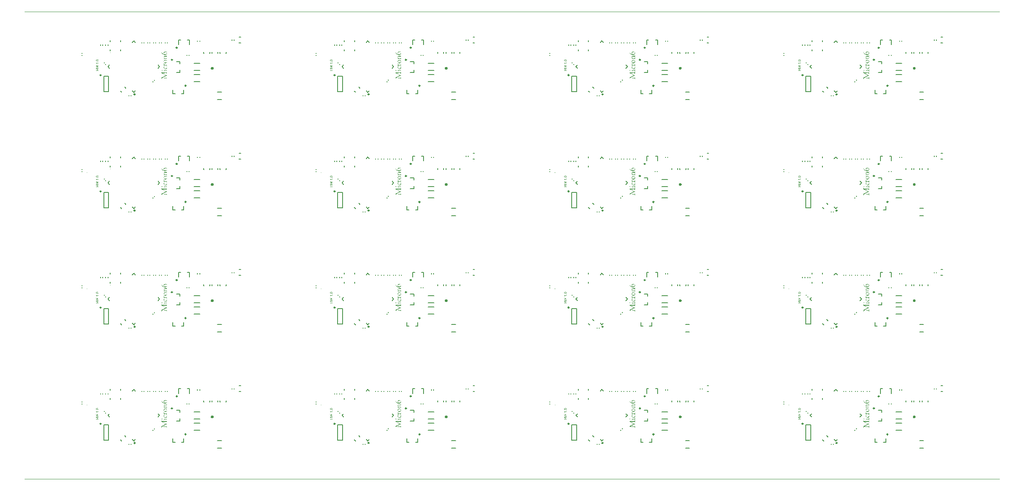
<source format=gto>
G04 Layer_Color=65535*
%FSLAX25Y25*%
%MOIN*%
G70*
G01*
G75*
%ADD14C,0.00984*%
%ADD63C,0.00394*%
%ADD64C,0.02362*%
%ADD65C,0.00787*%
G36*
X673225Y393430D02*
X673264Y393425D01*
X673351Y393414D01*
X673460Y393392D01*
X673575Y393365D01*
X673701Y393321D01*
X673826Y393261D01*
X673832D01*
X673842Y393255D01*
X673859Y393245D01*
X673881Y393228D01*
X673941Y393190D01*
X674017Y393135D01*
X674104Y393070D01*
X674192Y392988D01*
X674285Y392890D01*
X674367Y392780D01*
Y392775D01*
X674377Y392764D01*
X674383Y392748D01*
X674399Y392726D01*
X674416Y392699D01*
X674432Y392666D01*
X674465Y392584D01*
X674503Y392480D01*
X674536Y392366D01*
X674558Y392240D01*
X674569Y392103D01*
Y392098D01*
Y392092D01*
Y392076D01*
Y392054D01*
X674563Y392005D01*
X674552Y391934D01*
X674541Y391852D01*
X674519Y391765D01*
X674492Y391672D01*
X674454Y391574D01*
X674448Y391563D01*
X674432Y391530D01*
X674405Y391486D01*
X674367Y391421D01*
X674318Y391355D01*
X674257Y391279D01*
X674186Y391197D01*
X674110Y391121D01*
X674099Y391110D01*
X674066Y391088D01*
X674023Y391050D01*
X673957Y391006D01*
X673875Y390957D01*
X673782Y390902D01*
X673679Y390853D01*
X673564Y390804D01*
X673559D01*
X673548Y390798D01*
X673531Y390793D01*
X673509Y390788D01*
X673477Y390777D01*
X673444Y390766D01*
X673356Y390749D01*
X673253Y390727D01*
X673133Y390706D01*
X673007Y390695D01*
X672871Y390689D01*
X672805D01*
X672767Y390695D01*
X672723D01*
X672679Y390700D01*
X672625D01*
X672505Y390717D01*
X672368Y390733D01*
X672226Y390760D01*
X672079Y390793D01*
X672073D01*
X672062Y390798D01*
X672041Y390804D01*
X672008Y390815D01*
X671975Y390826D01*
X671931Y390842D01*
X671882Y390859D01*
X671828Y390880D01*
X671708Y390930D01*
X671576Y390995D01*
X671435Y391072D01*
X671287Y391164D01*
X671282Y391170D01*
X671271Y391175D01*
X671249Y391192D01*
X671222Y391213D01*
X671183Y391241D01*
X671145Y391273D01*
X671102Y391312D01*
X671052Y391350D01*
X670938Y391454D01*
X670818Y391579D01*
X670697Y391721D01*
X670572Y391880D01*
X670566Y391885D01*
X670555Y391901D01*
X670539Y391923D01*
X670517Y391962D01*
X670490Y392005D01*
X670457Y392060D01*
X670425Y392120D01*
X670386Y392191D01*
X670343Y392267D01*
X670304Y392349D01*
X670261Y392442D01*
X670217Y392540D01*
X670173Y392644D01*
X670130Y392753D01*
X670086Y392868D01*
X670048Y392988D01*
X670168Y393037D01*
Y393032D01*
X670179Y393015D01*
X670190Y392983D01*
X670206Y392950D01*
X670228Y392901D01*
X670250Y392846D01*
X670283Y392786D01*
X670315Y392720D01*
X670392Y392578D01*
X670479Y392426D01*
X670577Y392273D01*
X670692Y392131D01*
X670697Y392125D01*
X670708Y392114D01*
X670725Y392098D01*
X670747Y392071D01*
X670774Y392043D01*
X670807Y392005D01*
X670889Y391923D01*
X670992Y391830D01*
X671102Y391738D01*
X671222Y391645D01*
X671353Y391557D01*
X671358D01*
X671369Y391547D01*
X671385Y391536D01*
X671413Y391525D01*
X671446Y391508D01*
X671484Y391486D01*
X671571Y391443D01*
X671680Y391394D01*
X671800Y391344D01*
X671926Y391301D01*
X672062Y391263D01*
X672068D01*
X672079Y391257D01*
X672095D01*
X672122Y391252D01*
X672155Y391241D01*
X672193Y391235D01*
X672281Y391219D01*
X672385Y391202D01*
X672494Y391192D01*
X672614Y391181D01*
X672734Y391175D01*
X672789D01*
X672827Y391181D01*
X672871D01*
X672925Y391186D01*
X672985Y391192D01*
X673051Y391197D01*
X673198Y391213D01*
X673351Y391246D01*
X673509Y391284D01*
X673662Y391339D01*
X673668D01*
X673679Y391344D01*
X673701Y391355D01*
X673722Y391366D01*
X673755Y391383D01*
X673793Y391405D01*
X673875Y391454D01*
X673968Y391514D01*
X674061Y391585D01*
X674154Y391667D01*
X674230Y391754D01*
Y391759D01*
X674235Y391765D01*
X674257Y391798D01*
X674290Y391847D01*
X674323Y391907D01*
X674356Y391983D01*
X674388Y392065D01*
X674410Y392147D01*
X674416Y392234D01*
Y392245D01*
Y392267D01*
X674410Y392311D01*
X674399Y392360D01*
X674388Y392420D01*
X674367Y392486D01*
X674339Y392551D01*
X674301Y392617D01*
X674296Y392622D01*
X674279Y392644D01*
X674252Y392677D01*
X674214Y392720D01*
X674170Y392764D01*
X674110Y392813D01*
X674039Y392857D01*
X673963Y392901D01*
X673952Y392906D01*
X673924Y392917D01*
X673875Y392933D01*
X673815Y392955D01*
X673739Y392977D01*
X673646Y392993D01*
X673548Y393004D01*
X673438Y393010D01*
X673378D01*
X673351Y393004D01*
X673318D01*
X673231Y392993D01*
X673138Y392977D01*
X673029Y392955D01*
X672920Y392922D01*
X672811Y392879D01*
X672805D01*
X672800Y392873D01*
X672783Y392868D01*
X672761Y392857D01*
X672707Y392830D01*
X672641Y392791D01*
X672570Y392742D01*
X672488Y392682D01*
X672412Y392611D01*
X672341Y392535D01*
X672335Y392524D01*
X672314Y392496D01*
X672286Y392453D01*
X672248Y392398D01*
X672215Y392333D01*
X672188Y392256D01*
X672166Y392169D01*
X672161Y392082D01*
Y392076D01*
Y392071D01*
Y392054D01*
X672166Y392038D01*
X672177Y391983D01*
X672193Y391907D01*
X672226Y391820D01*
X672275Y391716D01*
X672308Y391661D01*
X672341Y391601D01*
X672385Y391536D01*
X672434Y391470D01*
X672281Y391481D01*
X672275Y391486D01*
X672270Y391497D01*
X672259Y391514D01*
X672243Y391541D01*
X672199Y391601D01*
X672144Y391677D01*
X672095Y391759D01*
X672041Y391847D01*
X671997Y391923D01*
X671964Y391983D01*
X671959Y391989D01*
X671953Y392011D01*
X671942Y392038D01*
X671926Y392082D01*
X671915Y392136D01*
X671904Y392196D01*
X671899Y392267D01*
X671893Y392349D01*
Y392355D01*
Y392360D01*
Y392376D01*
Y392398D01*
X671904Y392453D01*
X671915Y392518D01*
X671937Y392600D01*
X671964Y392688D01*
X672008Y392786D01*
X672068Y392879D01*
Y392884D01*
X672073Y392890D01*
X672101Y392922D01*
X672139Y392966D01*
X672188Y393026D01*
X672254Y393086D01*
X672330Y393157D01*
X672423Y393223D01*
X672527Y393283D01*
X672532D01*
X672538Y393288D01*
X672554Y393299D01*
X672576Y393305D01*
X672636Y393332D01*
X672712Y393359D01*
X672800Y393387D01*
X672903Y393414D01*
X673018Y393430D01*
X673133Y393436D01*
X673193D01*
X673225Y393430D01*
D02*
G37*
G36*
X486298D02*
X486336Y393425D01*
X486424Y393414D01*
X486533Y393392D01*
X486648Y393365D01*
X486773Y393321D01*
X486899Y393261D01*
X486904D01*
X486915Y393255D01*
X486932Y393245D01*
X486953Y393228D01*
X487013Y393190D01*
X487090Y393135D01*
X487177Y393070D01*
X487265Y392988D01*
X487357Y392890D01*
X487439Y392780D01*
Y392775D01*
X487450Y392764D01*
X487456Y392748D01*
X487472Y392726D01*
X487489Y392699D01*
X487505Y392666D01*
X487538Y392584D01*
X487576Y392480D01*
X487609Y392366D01*
X487630Y392240D01*
X487641Y392103D01*
Y392098D01*
Y392092D01*
Y392076D01*
Y392054D01*
X487636Y392005D01*
X487625Y391934D01*
X487614Y391852D01*
X487592Y391765D01*
X487565Y391672D01*
X487527Y391574D01*
X487521Y391563D01*
X487505Y391530D01*
X487477Y391486D01*
X487439Y391421D01*
X487390Y391355D01*
X487330Y391279D01*
X487259Y391197D01*
X487183Y391121D01*
X487172Y391110D01*
X487139Y391088D01*
X487095Y391050D01*
X487030Y391006D01*
X486948Y390957D01*
X486855Y390902D01*
X486751Y390853D01*
X486637Y390804D01*
X486631D01*
X486620Y390798D01*
X486604Y390793D01*
X486582Y390788D01*
X486549Y390777D01*
X486517Y390766D01*
X486429Y390749D01*
X486326Y390727D01*
X486205Y390706D01*
X486080Y390695D01*
X485943Y390689D01*
X485878D01*
X485840Y390695D01*
X485796D01*
X485752Y390700D01*
X485698D01*
X485577Y390717D01*
X485441Y390733D01*
X485299Y390760D01*
X485152Y390793D01*
X485146D01*
X485135Y390798D01*
X485113Y390804D01*
X485081Y390815D01*
X485048Y390826D01*
X485004Y390842D01*
X484955Y390859D01*
X484900Y390880D01*
X484780Y390930D01*
X484649Y390995D01*
X484507Y391072D01*
X484360Y391164D01*
X484354Y391170D01*
X484343Y391175D01*
X484322Y391192D01*
X484294Y391213D01*
X484256Y391241D01*
X484218Y391273D01*
X484174Y391312D01*
X484125Y391350D01*
X484011Y391454D01*
X483890Y391579D01*
X483770Y391721D01*
X483645Y391880D01*
X483639Y391885D01*
X483628Y391901D01*
X483612Y391923D01*
X483590Y391962D01*
X483563Y392005D01*
X483530Y392060D01*
X483497Y392120D01*
X483459Y392191D01*
X483415Y392267D01*
X483377Y392349D01*
X483333Y392442D01*
X483290Y392540D01*
X483246Y392644D01*
X483202Y392753D01*
X483159Y392868D01*
X483120Y392988D01*
X483241Y393037D01*
Y393032D01*
X483251Y393015D01*
X483262Y392983D01*
X483279Y392950D01*
X483301Y392901D01*
X483322Y392846D01*
X483355Y392786D01*
X483388Y392720D01*
X483464Y392578D01*
X483552Y392426D01*
X483650Y392273D01*
X483765Y392131D01*
X483770Y392125D01*
X483781Y392114D01*
X483798Y392098D01*
X483819Y392071D01*
X483847Y392043D01*
X483879Y392005D01*
X483961Y391923D01*
X484065Y391830D01*
X484174Y391738D01*
X484294Y391645D01*
X484425Y391557D01*
X484431D01*
X484442Y391547D01*
X484458Y391536D01*
X484485Y391525D01*
X484518Y391508D01*
X484556Y391486D01*
X484644Y391443D01*
X484753Y391394D01*
X484873Y391344D01*
X484999Y391301D01*
X485135Y391263D01*
X485141D01*
X485152Y391257D01*
X485168D01*
X485195Y391252D01*
X485228Y391241D01*
X485266Y391235D01*
X485354Y391219D01*
X485457Y391202D01*
X485567Y391192D01*
X485687Y391181D01*
X485807Y391175D01*
X485861D01*
X485900Y391181D01*
X485943D01*
X485998Y391186D01*
X486058Y391192D01*
X486124Y391197D01*
X486271Y391213D01*
X486424Y391246D01*
X486582Y391284D01*
X486735Y391339D01*
X486740D01*
X486751Y391344D01*
X486773Y391355D01*
X486795Y391366D01*
X486828Y391383D01*
X486866Y391405D01*
X486948Y391454D01*
X487041Y391514D01*
X487134Y391585D01*
X487226Y391667D01*
X487303Y391754D01*
Y391759D01*
X487308Y391765D01*
X487330Y391798D01*
X487363Y391847D01*
X487396Y391907D01*
X487428Y391983D01*
X487461Y392065D01*
X487483Y392147D01*
X487489Y392234D01*
Y392245D01*
Y392267D01*
X487483Y392311D01*
X487472Y392360D01*
X487461Y392420D01*
X487439Y392486D01*
X487412Y392551D01*
X487374Y392617D01*
X487368Y392622D01*
X487352Y392644D01*
X487325Y392677D01*
X487286Y392720D01*
X487243Y392764D01*
X487183Y392813D01*
X487112Y392857D01*
X487035Y392901D01*
X487024Y392906D01*
X486997Y392917D01*
X486948Y392933D01*
X486888Y392955D01*
X486811Y392977D01*
X486719Y392993D01*
X486620Y393004D01*
X486511Y393010D01*
X486451D01*
X486424Y393004D01*
X486391D01*
X486304Y392993D01*
X486211Y392977D01*
X486102Y392955D01*
X485992Y392922D01*
X485883Y392879D01*
X485878D01*
X485872Y392873D01*
X485856Y392868D01*
X485834Y392857D01*
X485779Y392830D01*
X485714Y392791D01*
X485643Y392742D01*
X485561Y392682D01*
X485485Y392611D01*
X485414Y392535D01*
X485408Y392524D01*
X485386Y392496D01*
X485359Y392453D01*
X485321Y392398D01*
X485288Y392333D01*
X485261Y392256D01*
X485239Y392169D01*
X485233Y392082D01*
Y392076D01*
Y392071D01*
Y392054D01*
X485239Y392038D01*
X485250Y391983D01*
X485266Y391907D01*
X485299Y391820D01*
X485348Y391716D01*
X485381Y391661D01*
X485414Y391601D01*
X485457Y391536D01*
X485506Y391470D01*
X485354Y391481D01*
X485348Y391486D01*
X485343Y391497D01*
X485332Y391514D01*
X485315Y391541D01*
X485272Y391601D01*
X485217Y391677D01*
X485168Y391759D01*
X485113Y391847D01*
X485070Y391923D01*
X485037Y391983D01*
X485032Y391989D01*
X485026Y392011D01*
X485015Y392038D01*
X484999Y392082D01*
X484988Y392136D01*
X484977Y392196D01*
X484971Y392267D01*
X484966Y392349D01*
Y392355D01*
Y392360D01*
Y392376D01*
Y392398D01*
X484977Y392453D01*
X484988Y392518D01*
X485010Y392600D01*
X485037Y392688D01*
X485081Y392786D01*
X485141Y392879D01*
Y392884D01*
X485146Y392890D01*
X485173Y392922D01*
X485212Y392966D01*
X485261Y393026D01*
X485326Y393086D01*
X485403Y393157D01*
X485496Y393223D01*
X485599Y393283D01*
X485605D01*
X485610Y393288D01*
X485627Y393299D01*
X485648Y393305D01*
X485709Y393332D01*
X485785Y393359D01*
X485872Y393387D01*
X485976Y393414D01*
X486091Y393430D01*
X486205Y393436D01*
X486265D01*
X486298Y393430D01*
D02*
G37*
G36*
X299371D02*
X299409Y393425D01*
X299497Y393414D01*
X299606Y393392D01*
X299720Y393365D01*
X299846Y393321D01*
X299972Y393261D01*
X299977D01*
X299988Y393255D01*
X300004Y393245D01*
X300026Y393228D01*
X300086Y393190D01*
X300163Y393135D01*
X300250Y393070D01*
X300337Y392988D01*
X300430Y392890D01*
X300512Y392780D01*
Y392775D01*
X300523Y392764D01*
X300529Y392748D01*
X300545Y392726D01*
X300561Y392699D01*
X300578Y392666D01*
X300610Y392584D01*
X300649Y392480D01*
X300681Y392366D01*
X300703Y392240D01*
X300714Y392103D01*
Y392098D01*
Y392092D01*
Y392076D01*
Y392054D01*
X300709Y392005D01*
X300698Y391934D01*
X300687Y391852D01*
X300665Y391765D01*
X300638Y391672D01*
X300599Y391574D01*
X300594Y391563D01*
X300578Y391530D01*
X300550Y391486D01*
X300512Y391421D01*
X300463Y391355D01*
X300403Y391279D01*
X300332Y391197D01*
X300255Y391121D01*
X300244Y391110D01*
X300212Y391088D01*
X300168Y391050D01*
X300103Y391006D01*
X300021Y390957D01*
X299928Y390902D01*
X299824Y390853D01*
X299710Y390804D01*
X299704D01*
X299693Y390798D01*
X299677Y390793D01*
X299655Y390788D01*
X299622Y390777D01*
X299589Y390766D01*
X299502Y390749D01*
X299398Y390727D01*
X299278Y390706D01*
X299152Y390695D01*
X299016Y390689D01*
X298951D01*
X298912Y390695D01*
X298869D01*
X298825Y390700D01*
X298770D01*
X298650Y390717D01*
X298514Y390733D01*
X298372Y390760D01*
X298224Y390793D01*
X298219D01*
X298208Y390798D01*
X298186Y390804D01*
X298153Y390815D01*
X298121Y390826D01*
X298077Y390842D01*
X298028Y390859D01*
X297973Y390880D01*
X297853Y390930D01*
X297722Y390995D01*
X297580Y391072D01*
X297433Y391164D01*
X297427Y391170D01*
X297416Y391175D01*
X297394Y391192D01*
X297367Y391213D01*
X297329Y391241D01*
X297291Y391273D01*
X297247Y391312D01*
X297198Y391350D01*
X297083Y391454D01*
X296963Y391579D01*
X296843Y391721D01*
X296717Y391880D01*
X296712Y391885D01*
X296701Y391901D01*
X296685Y391923D01*
X296663Y391962D01*
X296636Y392005D01*
X296603Y392060D01*
X296570Y392120D01*
X296532Y392191D01*
X296488Y392267D01*
X296450Y392349D01*
X296406Y392442D01*
X296362Y392540D01*
X296319Y392644D01*
X296275Y392753D01*
X296231Y392868D01*
X296193Y392988D01*
X296313Y393037D01*
Y393032D01*
X296324Y393015D01*
X296335Y392983D01*
X296352Y392950D01*
X296373Y392901D01*
X296395Y392846D01*
X296428Y392786D01*
X296461Y392720D01*
X296537Y392578D01*
X296624Y392426D01*
X296723Y392273D01*
X296837Y392131D01*
X296843Y392125D01*
X296854Y392114D01*
X296870Y392098D01*
X296892Y392071D01*
X296919Y392043D01*
X296952Y392005D01*
X297034Y391923D01*
X297138Y391830D01*
X297247Y391738D01*
X297367Y391645D01*
X297498Y391557D01*
X297504D01*
X297515Y391547D01*
X297531Y391536D01*
X297558Y391525D01*
X297591Y391508D01*
X297629Y391486D01*
X297717Y391443D01*
X297826Y391394D01*
X297946Y391344D01*
X298072Y391301D01*
X298208Y391263D01*
X298213D01*
X298224Y391257D01*
X298241D01*
X298268Y391252D01*
X298301Y391241D01*
X298339Y391235D01*
X298426Y391219D01*
X298530Y391202D01*
X298639Y391192D01*
X298759Y391181D01*
X298880Y391175D01*
X298934D01*
X298972Y391181D01*
X299016D01*
X299071Y391186D01*
X299131Y391192D01*
X299196Y391197D01*
X299344Y391213D01*
X299497Y391246D01*
X299655Y391284D01*
X299808Y391339D01*
X299813D01*
X299824Y391344D01*
X299846Y391355D01*
X299868Y391366D01*
X299901Y391383D01*
X299939Y391405D01*
X300021Y391454D01*
X300114Y391514D01*
X300206Y391585D01*
X300299Y391667D01*
X300376Y391754D01*
Y391759D01*
X300381Y391765D01*
X300403Y391798D01*
X300436Y391847D01*
X300468Y391907D01*
X300501Y391983D01*
X300534Y392065D01*
X300556Y392147D01*
X300561Y392234D01*
Y392245D01*
Y392267D01*
X300556Y392311D01*
X300545Y392360D01*
X300534Y392420D01*
X300512Y392486D01*
X300485Y392551D01*
X300447Y392617D01*
X300441Y392622D01*
X300425Y392644D01*
X300397Y392677D01*
X300359Y392720D01*
X300315Y392764D01*
X300255Y392813D01*
X300184Y392857D01*
X300108Y392901D01*
X300097Y392906D01*
X300070Y392917D01*
X300021Y392933D01*
X299961Y392955D01*
X299884Y392977D01*
X299791Y392993D01*
X299693Y393004D01*
X299584Y393010D01*
X299524D01*
X299497Y393004D01*
X299464D01*
X299376Y392993D01*
X299284Y392977D01*
X299174Y392955D01*
X299065Y392922D01*
X298956Y392879D01*
X298951D01*
X298945Y392873D01*
X298929Y392868D01*
X298907Y392857D01*
X298852Y392830D01*
X298787Y392791D01*
X298716Y392742D01*
X298634Y392682D01*
X298557Y392611D01*
X298486Y392535D01*
X298481Y392524D01*
X298459Y392496D01*
X298432Y392453D01*
X298394Y392398D01*
X298361Y392333D01*
X298334Y392256D01*
X298312Y392169D01*
X298306Y392082D01*
Y392076D01*
Y392071D01*
Y392054D01*
X298312Y392038D01*
X298323Y391983D01*
X298339Y391907D01*
X298372Y391820D01*
X298421Y391716D01*
X298454Y391661D01*
X298486Y391601D01*
X298530Y391536D01*
X298579Y391470D01*
X298426Y391481D01*
X298421Y391486D01*
X298415Y391497D01*
X298405Y391514D01*
X298388Y391541D01*
X298344Y391601D01*
X298290Y391677D01*
X298241Y391759D01*
X298186Y391847D01*
X298142Y391923D01*
X298110Y391983D01*
X298104Y391989D01*
X298099Y392011D01*
X298088Y392038D01*
X298072Y392082D01*
X298060Y392136D01*
X298050Y392196D01*
X298044Y392267D01*
X298039Y392349D01*
Y392355D01*
Y392360D01*
Y392376D01*
Y392398D01*
X298050Y392453D01*
X298060Y392518D01*
X298082Y392600D01*
X298110Y392688D01*
X298153Y392786D01*
X298213Y392879D01*
Y392884D01*
X298219Y392890D01*
X298246Y392922D01*
X298284Y392966D01*
X298334Y393026D01*
X298399Y393086D01*
X298476Y393157D01*
X298568Y393223D01*
X298672Y393283D01*
X298677D01*
X298683Y393288D01*
X298699Y393299D01*
X298721Y393305D01*
X298781Y393332D01*
X298858Y393359D01*
X298945Y393387D01*
X299049Y393414D01*
X299164Y393430D01*
X299278Y393436D01*
X299338D01*
X299371Y393430D01*
D02*
G37*
G36*
X112444D02*
X112482Y393425D01*
X112569Y393414D01*
X112678Y393392D01*
X112793Y393365D01*
X112919Y393321D01*
X113044Y393261D01*
X113050D01*
X113061Y393255D01*
X113077Y393245D01*
X113099Y393228D01*
X113159Y393190D01*
X113235Y393135D01*
X113323Y393070D01*
X113410Y392988D01*
X113503Y392890D01*
X113585Y392780D01*
Y392775D01*
X113596Y392764D01*
X113601Y392748D01*
X113618Y392726D01*
X113634Y392699D01*
X113650Y392666D01*
X113683Y392584D01*
X113721Y392480D01*
X113754Y392366D01*
X113776Y392240D01*
X113787Y392103D01*
Y392098D01*
Y392092D01*
Y392076D01*
Y392054D01*
X113781Y392005D01*
X113770Y391934D01*
X113760Y391852D01*
X113738Y391765D01*
X113710Y391672D01*
X113672Y391574D01*
X113667Y391563D01*
X113650Y391530D01*
X113623Y391486D01*
X113585Y391421D01*
X113536Y391355D01*
X113476Y391279D01*
X113405Y391197D01*
X113328Y391121D01*
X113317Y391110D01*
X113285Y391088D01*
X113241Y391050D01*
X113175Y391006D01*
X113093Y390957D01*
X113001Y390902D01*
X112897Y390853D01*
X112782Y390804D01*
X112777D01*
X112766Y390798D01*
X112749Y390793D01*
X112728Y390788D01*
X112695Y390777D01*
X112662Y390766D01*
X112575Y390749D01*
X112471Y390727D01*
X112351Y390706D01*
X112225Y390695D01*
X112089Y390689D01*
X112023D01*
X111985Y390695D01*
X111941D01*
X111898Y390700D01*
X111843D01*
X111723Y390717D01*
X111586Y390733D01*
X111444Y390760D01*
X111297Y390793D01*
X111292D01*
X111281Y390798D01*
X111259Y390804D01*
X111226Y390815D01*
X111193Y390826D01*
X111150Y390842D01*
X111100Y390859D01*
X111046Y390880D01*
X110926Y390930D01*
X110795Y390995D01*
X110653Y391072D01*
X110505Y391164D01*
X110500Y391170D01*
X110489Y391175D01*
X110467Y391192D01*
X110440Y391213D01*
X110402Y391241D01*
X110363Y391273D01*
X110320Y391312D01*
X110271Y391350D01*
X110156Y391454D01*
X110036Y391579D01*
X109916Y391721D01*
X109790Y391880D01*
X109785Y391885D01*
X109774Y391901D01*
X109757Y391923D01*
X109736Y391962D01*
X109708Y392005D01*
X109676Y392060D01*
X109643Y392120D01*
X109605Y392191D01*
X109561Y392267D01*
X109523Y392349D01*
X109479Y392442D01*
X109435Y392540D01*
X109391Y392644D01*
X109348Y392753D01*
X109304Y392868D01*
X109266Y392988D01*
X109386Y393037D01*
Y393032D01*
X109397Y393015D01*
X109408Y392983D01*
X109424Y392950D01*
X109446Y392901D01*
X109468Y392846D01*
X109501Y392786D01*
X109534Y392720D01*
X109610Y392578D01*
X109697Y392426D01*
X109796Y392273D01*
X109910Y392131D01*
X109916Y392125D01*
X109927Y392114D01*
X109943Y392098D01*
X109965Y392071D01*
X109992Y392043D01*
X110025Y392005D01*
X110107Y391923D01*
X110211Y391830D01*
X110320Y391738D01*
X110440Y391645D01*
X110571Y391557D01*
X110576D01*
X110587Y391547D01*
X110604Y391536D01*
X110631Y391525D01*
X110664Y391508D01*
X110702Y391486D01*
X110789Y391443D01*
X110898Y391394D01*
X111019Y391344D01*
X111144Y391301D01*
X111281Y391263D01*
X111286D01*
X111297Y391257D01*
X111313D01*
X111341Y391252D01*
X111373Y391241D01*
X111412Y391235D01*
X111499Y391219D01*
X111603Y391202D01*
X111712Y391192D01*
X111832Y391181D01*
X111952Y391175D01*
X112007D01*
X112045Y391181D01*
X112089D01*
X112143Y391186D01*
X112203Y391192D01*
X112269Y391197D01*
X112416Y391213D01*
X112569Y391246D01*
X112728Y391284D01*
X112881Y391339D01*
X112886D01*
X112897Y391344D01*
X112919Y391355D01*
X112941Y391366D01*
X112973Y391383D01*
X113012Y391405D01*
X113093Y391454D01*
X113186Y391514D01*
X113279Y391585D01*
X113372Y391667D01*
X113448Y391754D01*
Y391759D01*
X113454Y391765D01*
X113476Y391798D01*
X113508Y391847D01*
X113541Y391907D01*
X113574Y391983D01*
X113607Y392065D01*
X113628Y392147D01*
X113634Y392234D01*
Y392245D01*
Y392267D01*
X113628Y392311D01*
X113618Y392360D01*
X113607Y392420D01*
X113585Y392486D01*
X113558Y392551D01*
X113519Y392617D01*
X113514Y392622D01*
X113497Y392644D01*
X113470Y392677D01*
X113432Y392720D01*
X113388Y392764D01*
X113328Y392813D01*
X113257Y392857D01*
X113181Y392901D01*
X113170Y392906D01*
X113143Y392917D01*
X113093Y392933D01*
X113033Y392955D01*
X112957Y392977D01*
X112864Y392993D01*
X112766Y393004D01*
X112657Y393010D01*
X112597D01*
X112569Y393004D01*
X112537D01*
X112449Y392993D01*
X112356Y392977D01*
X112247Y392955D01*
X112138Y392922D01*
X112029Y392879D01*
X112023D01*
X112018Y392873D01*
X112001Y392868D01*
X111980Y392857D01*
X111925Y392830D01*
X111859Y392791D01*
X111788Y392742D01*
X111707Y392682D01*
X111630Y392611D01*
X111559Y392535D01*
X111554Y392524D01*
X111532Y392496D01*
X111504Y392453D01*
X111466Y392398D01*
X111434Y392333D01*
X111406Y392256D01*
X111384Y392169D01*
X111379Y392082D01*
Y392076D01*
Y392071D01*
Y392054D01*
X111384Y392038D01*
X111395Y391983D01*
X111412Y391907D01*
X111444Y391820D01*
X111494Y391716D01*
X111526Y391661D01*
X111559Y391601D01*
X111603Y391536D01*
X111652Y391470D01*
X111499Y391481D01*
X111494Y391486D01*
X111488Y391497D01*
X111477Y391514D01*
X111461Y391541D01*
X111417Y391601D01*
X111363Y391677D01*
X111313Y391759D01*
X111259Y391847D01*
X111215Y391923D01*
X111182Y391983D01*
X111177Y391989D01*
X111171Y392011D01*
X111161Y392038D01*
X111144Y392082D01*
X111133Y392136D01*
X111122Y392196D01*
X111117Y392267D01*
X111111Y392349D01*
Y392355D01*
Y392360D01*
Y392376D01*
Y392398D01*
X111122Y392453D01*
X111133Y392518D01*
X111155Y392600D01*
X111182Y392688D01*
X111226Y392786D01*
X111286Y392879D01*
Y392884D01*
X111292Y392890D01*
X111319Y392922D01*
X111357Y392966D01*
X111406Y393026D01*
X111472Y393086D01*
X111548Y393157D01*
X111641Y393223D01*
X111745Y393283D01*
X111750D01*
X111756Y393288D01*
X111772Y393299D01*
X111794Y393305D01*
X111854Y393332D01*
X111930Y393359D01*
X112018Y393387D01*
X112121Y393414D01*
X112236Y393430D01*
X112351Y393436D01*
X112411D01*
X112444Y393430D01*
D02*
G37*
G36*
X674519Y390209D02*
Y390203D01*
X674514Y390187D01*
Y390171D01*
X674509Y390116D01*
X674498Y390045D01*
X674492Y389958D01*
X674487Y389854D01*
X674481Y389745D01*
Y389619D01*
Y389614D01*
Y389608D01*
Y389592D01*
Y389570D01*
Y389543D01*
Y389510D01*
X674487Y389428D01*
X674492Y389330D01*
X674498Y389215D01*
X674509Y389084D01*
X674519Y388942D01*
X674421D01*
Y388948D01*
X674416Y388953D01*
Y388969D01*
X674410Y388991D01*
X674394Y389040D01*
X674372Y389106D01*
X674350Y389171D01*
X674318Y389231D01*
X674274Y389286D01*
X674230Y389324D01*
X674225D01*
X674208Y389330D01*
X674176Y389341D01*
X674132Y389352D01*
X674066Y389363D01*
X673984Y389373D01*
X673935Y389379D01*
X673886Y389384D01*
X673826D01*
X673761Y389390D01*
X673728D01*
X673701Y389395D01*
X673635D01*
X673553Y389401D01*
X673460Y389406D01*
X673367D01*
X673275Y389412D01*
X673089D01*
X673023Y389406D01*
X672947D01*
X672865Y389401D01*
X672783Y389395D01*
X672707Y389384D01*
X672696D01*
X672674Y389379D01*
X672636Y389368D01*
X672592Y389357D01*
X672538Y389335D01*
X672483Y389313D01*
X672428Y389281D01*
X672374Y389242D01*
X672368Y389237D01*
X672352Y389220D01*
X672330Y389193D01*
X672303Y389155D01*
X672281Y389106D01*
X672259Y389040D01*
X672243Y388969D01*
X672237Y388882D01*
Y388877D01*
Y388860D01*
Y388838D01*
X672243Y388800D01*
X672248Y388751D01*
X672259Y388696D01*
X672270Y388625D01*
X672286Y388549D01*
Y388538D01*
X672297Y388511D01*
X672308Y388467D01*
X672325Y388402D01*
X672352Y388331D01*
X672390Y388243D01*
X672428Y388145D01*
X672483Y388036D01*
X673389Y388019D01*
X673952D01*
X674012Y388025D01*
X674061D01*
X674110Y388030D01*
X674159D01*
X674192Y388036D01*
X674235Y388047D01*
X674274Y388063D01*
X674279Y388069D01*
X674296Y388090D01*
X674318Y388123D01*
X674334Y388150D01*
X674345Y388178D01*
Y388183D01*
X674350Y388194D01*
X674356Y388216D01*
X674361Y388249D01*
X674372Y388287D01*
X674383Y388341D01*
X674388Y388402D01*
X674399Y388478D01*
X674509Y388467D01*
Y388462D01*
Y388456D01*
Y388440D01*
X674503Y388412D01*
Y388385D01*
X674498Y388347D01*
Y388303D01*
X674492Y388254D01*
Y388249D01*
Y388232D01*
X674487Y388199D01*
Y388161D01*
X674481Y388107D01*
X674476Y388047D01*
Y387976D01*
X674470Y387899D01*
Y387157D01*
X674372Y387151D01*
Y387157D01*
X674367Y387178D01*
X674361Y387211D01*
X674350Y387249D01*
X674328Y387337D01*
X674318Y387381D01*
X674306Y387413D01*
Y387419D01*
X674301Y387430D01*
X674279Y387462D01*
X674252Y387501D01*
X674235Y387517D01*
X674219Y387528D01*
X674208Y387533D01*
X674186Y387544D01*
X674143Y387555D01*
X674088Y387566D01*
X674077D01*
X674055Y387572D01*
X674017Y387577D01*
X673963Y387582D01*
X673897Y387588D01*
X673815Y387594D01*
X673728Y387599D01*
X673630Y387604D01*
X673580D01*
X673526Y387610D01*
X673373D01*
X673280Y387615D01*
X672947D01*
X672865Y387610D01*
X672778D01*
X672690Y387604D01*
X672614Y387599D01*
X672576Y387594D01*
X672548Y387588D01*
X672543D01*
X672527Y387582D01*
X672499Y387577D01*
X672472Y387566D01*
X672412Y387528D01*
X672385Y387506D01*
X672368Y387473D01*
Y387468D01*
X672363Y387457D01*
X672352Y387435D01*
X672346Y387402D01*
X672335Y387364D01*
X672325Y387310D01*
X672314Y387244D01*
X672303Y387168D01*
X672281D01*
X672259Y387162D01*
X672243Y387157D01*
Y387162D01*
X672237Y387184D01*
X672226Y387217D01*
X672210Y387260D01*
X672193Y387315D01*
X672166Y387381D01*
X672139Y387457D01*
X672101Y387544D01*
Y387550D01*
X672095Y387555D01*
X672084Y387582D01*
X672068Y387621D01*
X672046Y387670D01*
X672024Y387714D01*
X672002Y387757D01*
X671986Y387785D01*
Y387795D01*
X671981Y387801D01*
X671975Y387806D01*
X671970Y387823D01*
X671959Y387845D01*
X671942Y387872D01*
X671920Y387921D01*
X671915Y387943D01*
X671910Y387954D01*
Y387965D01*
X671920Y387981D01*
X671937Y387992D01*
X671953Y388003D01*
X671981Y388014D01*
X672013Y388019D01*
X672019D01*
X672030Y388025D01*
X672057D01*
X672090Y388030D01*
X672139D01*
X672193Y388036D01*
X672341D01*
Y388041D01*
X672330Y388052D01*
X672319Y388074D01*
X672308Y388096D01*
X672286Y388128D01*
X672270Y388167D01*
X672221Y388254D01*
X672172Y388347D01*
X672122Y388451D01*
X672073Y388554D01*
X672035Y388647D01*
Y388653D01*
X672030Y388658D01*
X672019Y388691D01*
X672008Y388735D01*
X671986Y388795D01*
X671970Y388866D01*
X671959Y388942D01*
X671948Y389029D01*
X671942Y389111D01*
Y389117D01*
Y389128D01*
Y389144D01*
Y389166D01*
X671948Y389220D01*
X671959Y389292D01*
X671981Y389373D01*
X672002Y389450D01*
X672041Y389526D01*
X672090Y389586D01*
X672095Y389592D01*
X672117Y389614D01*
X672144Y389635D01*
X672188Y389668D01*
X672237Y389701D01*
X672297Y389734D01*
X672363Y389761D01*
X672439Y389777D01*
X672450D01*
X672477Y389783D01*
X672521Y389788D01*
X672587Y389799D01*
X672663Y389805D01*
X672756Y389810D01*
X672865Y389816D01*
X673946D01*
X674039Y389821D01*
X674132Y389827D01*
X674219Y389832D01*
X674252Y389838D01*
X674285Y389843D01*
X674306Y389854D01*
X674318Y389859D01*
X674323Y389865D01*
X674328Y389876D01*
X674334Y389887D01*
X674339Y389909D01*
X674350Y389941D01*
X674361Y389980D01*
X674377Y390029D01*
Y390034D01*
X674383Y390051D01*
X674388Y390078D01*
X674394Y390110D01*
X674399Y390138D01*
X674405Y390165D01*
X674410Y390192D01*
X674416Y390203D01*
X674519Y390214D01*
Y390209D01*
D02*
G37*
G36*
X487592D02*
Y390203D01*
X487587Y390187D01*
Y390171D01*
X487581Y390116D01*
X487570Y390045D01*
X487565Y389958D01*
X487560Y389854D01*
X487554Y389745D01*
Y389619D01*
Y389614D01*
Y389608D01*
Y389592D01*
Y389570D01*
Y389543D01*
Y389510D01*
X487560Y389428D01*
X487565Y389330D01*
X487570Y389215D01*
X487581Y389084D01*
X487592Y388942D01*
X487494D01*
Y388948D01*
X487489Y388953D01*
Y388969D01*
X487483Y388991D01*
X487467Y389040D01*
X487445Y389106D01*
X487423Y389171D01*
X487390Y389231D01*
X487347Y389286D01*
X487303Y389324D01*
X487297D01*
X487281Y389330D01*
X487248Y389341D01*
X487205Y389352D01*
X487139Y389363D01*
X487057Y389373D01*
X487008Y389379D01*
X486959Y389384D01*
X486899D01*
X486833Y389390D01*
X486800D01*
X486773Y389395D01*
X486708D01*
X486626Y389401D01*
X486533Y389406D01*
X486440D01*
X486347Y389412D01*
X486162D01*
X486096Y389406D01*
X486020D01*
X485938Y389401D01*
X485856Y389395D01*
X485779Y389384D01*
X485769D01*
X485747Y389379D01*
X485709Y389368D01*
X485665Y389357D01*
X485610Y389335D01*
X485556Y389313D01*
X485501Y389281D01*
X485446Y389242D01*
X485441Y389237D01*
X485425Y389220D01*
X485403Y389193D01*
X485375Y389155D01*
X485354Y389106D01*
X485332Y389040D01*
X485315Y388969D01*
X485310Y388882D01*
Y388877D01*
Y388860D01*
Y388838D01*
X485315Y388800D01*
X485321Y388751D01*
X485332Y388696D01*
X485343Y388625D01*
X485359Y388549D01*
Y388538D01*
X485370Y388511D01*
X485381Y388467D01*
X485397Y388402D01*
X485425Y388331D01*
X485463Y388243D01*
X485501Y388145D01*
X485556Y388036D01*
X486462Y388019D01*
X487024D01*
X487084Y388025D01*
X487134D01*
X487183Y388030D01*
X487232D01*
X487265Y388036D01*
X487308Y388047D01*
X487347Y388063D01*
X487352Y388069D01*
X487368Y388090D01*
X487390Y388123D01*
X487407Y388150D01*
X487418Y388178D01*
Y388183D01*
X487423Y388194D01*
X487428Y388216D01*
X487434Y388249D01*
X487445Y388287D01*
X487456Y388341D01*
X487461Y388402D01*
X487472Y388478D01*
X487581Y388467D01*
Y388462D01*
Y388456D01*
Y388440D01*
X487576Y388412D01*
Y388385D01*
X487570Y388347D01*
Y388303D01*
X487565Y388254D01*
Y388249D01*
Y388232D01*
X487560Y388199D01*
Y388161D01*
X487554Y388107D01*
X487548Y388047D01*
Y387976D01*
X487543Y387899D01*
Y387157D01*
X487445Y387151D01*
Y387157D01*
X487439Y387178D01*
X487434Y387211D01*
X487423Y387249D01*
X487401Y387337D01*
X487390Y387381D01*
X487379Y387413D01*
Y387419D01*
X487374Y387430D01*
X487352Y387462D01*
X487325Y387501D01*
X487308Y387517D01*
X487292Y387528D01*
X487281Y387533D01*
X487259Y387544D01*
X487216Y387555D01*
X487161Y387566D01*
X487150D01*
X487128Y387572D01*
X487090Y387577D01*
X487035Y387582D01*
X486970Y387588D01*
X486888Y387594D01*
X486800Y387599D01*
X486702Y387604D01*
X486653D01*
X486598Y387610D01*
X486446D01*
X486353Y387615D01*
X486020D01*
X485938Y387610D01*
X485850D01*
X485763Y387604D01*
X485687Y387599D01*
X485648Y387594D01*
X485621Y387588D01*
X485616D01*
X485599Y387582D01*
X485572Y387577D01*
X485545Y387566D01*
X485485Y387528D01*
X485457Y387506D01*
X485441Y387473D01*
Y387468D01*
X485435Y387457D01*
X485425Y387435D01*
X485419Y387402D01*
X485408Y387364D01*
X485397Y387310D01*
X485386Y387244D01*
X485375Y387168D01*
X485354D01*
X485332Y387162D01*
X485315Y387157D01*
Y387162D01*
X485310Y387184D01*
X485299Y387217D01*
X485283Y387260D01*
X485266Y387315D01*
X485239Y387381D01*
X485212Y387457D01*
X485173Y387544D01*
Y387550D01*
X485168Y387555D01*
X485157Y387582D01*
X485141Y387621D01*
X485119Y387670D01*
X485097Y387714D01*
X485075Y387757D01*
X485059Y387785D01*
Y387795D01*
X485053Y387801D01*
X485048Y387806D01*
X485042Y387823D01*
X485032Y387845D01*
X485015Y387872D01*
X484993Y387921D01*
X484988Y387943D01*
X484982Y387954D01*
Y387965D01*
X484993Y387981D01*
X485010Y387992D01*
X485026Y388003D01*
X485053Y388014D01*
X485086Y388019D01*
X485091D01*
X485103Y388025D01*
X485130D01*
X485162Y388030D01*
X485212D01*
X485266Y388036D01*
X485414D01*
Y388041D01*
X485403Y388052D01*
X485392Y388074D01*
X485381Y388096D01*
X485359Y388128D01*
X485343Y388167D01*
X485293Y388254D01*
X485244Y388347D01*
X485195Y388451D01*
X485146Y388554D01*
X485108Y388647D01*
Y388653D01*
X485103Y388658D01*
X485091Y388691D01*
X485081Y388735D01*
X485059Y388795D01*
X485042Y388866D01*
X485032Y388942D01*
X485021Y389029D01*
X485015Y389111D01*
Y389117D01*
Y389128D01*
Y389144D01*
Y389166D01*
X485021Y389220D01*
X485032Y389292D01*
X485053Y389373D01*
X485075Y389450D01*
X485113Y389526D01*
X485162Y389586D01*
X485168Y389592D01*
X485190Y389614D01*
X485217Y389635D01*
X485261Y389668D01*
X485310Y389701D01*
X485370Y389734D01*
X485435Y389761D01*
X485512Y389777D01*
X485523D01*
X485550Y389783D01*
X485594Y389788D01*
X485659Y389799D01*
X485736Y389805D01*
X485829Y389810D01*
X485938Y389816D01*
X487019D01*
X487112Y389821D01*
X487205Y389827D01*
X487292Y389832D01*
X487325Y389838D01*
X487357Y389843D01*
X487379Y389854D01*
X487390Y389859D01*
X487396Y389865D01*
X487401Y389876D01*
X487407Y389887D01*
X487412Y389909D01*
X487423Y389941D01*
X487434Y389980D01*
X487450Y390029D01*
Y390034D01*
X487456Y390051D01*
X487461Y390078D01*
X487467Y390110D01*
X487472Y390138D01*
X487477Y390165D01*
X487483Y390192D01*
X487489Y390203D01*
X487592Y390214D01*
Y390209D01*
D02*
G37*
G36*
X300665D02*
Y390203D01*
X300659Y390187D01*
Y390171D01*
X300654Y390116D01*
X300643Y390045D01*
X300638Y389958D01*
X300632Y389854D01*
X300627Y389745D01*
Y389619D01*
Y389614D01*
Y389608D01*
Y389592D01*
Y389570D01*
Y389543D01*
Y389510D01*
X300632Y389428D01*
X300638Y389330D01*
X300643Y389215D01*
X300654Y389084D01*
X300665Y388942D01*
X300567D01*
Y388948D01*
X300561Y388953D01*
Y388969D01*
X300556Y388991D01*
X300539Y389040D01*
X300518Y389106D01*
X300496Y389171D01*
X300463Y389231D01*
X300419Y389286D01*
X300376Y389324D01*
X300370D01*
X300354Y389330D01*
X300321Y389341D01*
X300277Y389352D01*
X300212Y389363D01*
X300130Y389373D01*
X300081Y389379D01*
X300032Y389384D01*
X299972D01*
X299906Y389390D01*
X299873D01*
X299846Y389395D01*
X299780D01*
X299698Y389401D01*
X299606Y389406D01*
X299513D01*
X299420Y389412D01*
X299234D01*
X299169Y389406D01*
X299093D01*
X299011Y389401D01*
X298929Y389395D01*
X298852Y389384D01*
X298841D01*
X298819Y389379D01*
X298781Y389368D01*
X298738Y389357D01*
X298683Y389335D01*
X298628Y389313D01*
X298574Y389281D01*
X298519Y389242D01*
X298514Y389237D01*
X298497Y389220D01*
X298476Y389193D01*
X298448Y389155D01*
X298426Y389106D01*
X298405Y389040D01*
X298388Y388969D01*
X298383Y388882D01*
Y388877D01*
Y388860D01*
Y388838D01*
X298388Y388800D01*
X298394Y388751D01*
X298405Y388696D01*
X298415Y388625D01*
X298432Y388549D01*
Y388538D01*
X298443Y388511D01*
X298454Y388467D01*
X298470Y388402D01*
X298497Y388331D01*
X298536Y388243D01*
X298574Y388145D01*
X298628Y388036D01*
X299535Y388019D01*
X300097D01*
X300157Y388025D01*
X300206D01*
X300255Y388030D01*
X300305D01*
X300337Y388036D01*
X300381Y388047D01*
X300419Y388063D01*
X300425Y388069D01*
X300441Y388090D01*
X300463Y388123D01*
X300479Y388150D01*
X300490Y388178D01*
Y388183D01*
X300496Y388194D01*
X300501Y388216D01*
X300507Y388249D01*
X300518Y388287D01*
X300529Y388341D01*
X300534Y388402D01*
X300545Y388478D01*
X300654Y388467D01*
Y388462D01*
Y388456D01*
Y388440D01*
X300649Y388412D01*
Y388385D01*
X300643Y388347D01*
Y388303D01*
X300638Y388254D01*
Y388249D01*
Y388232D01*
X300632Y388199D01*
Y388161D01*
X300627Y388107D01*
X300621Y388047D01*
Y387976D01*
X300616Y387899D01*
Y387157D01*
X300518Y387151D01*
Y387157D01*
X300512Y387178D01*
X300507Y387211D01*
X300496Y387249D01*
X300474Y387337D01*
X300463Y387381D01*
X300452Y387413D01*
Y387419D01*
X300447Y387430D01*
X300425Y387462D01*
X300397Y387501D01*
X300381Y387517D01*
X300365Y387528D01*
X300354Y387533D01*
X300332Y387544D01*
X300288Y387555D01*
X300234Y387566D01*
X300223D01*
X300201Y387572D01*
X300163Y387577D01*
X300108Y387582D01*
X300043Y387588D01*
X299961Y387594D01*
X299873Y387599D01*
X299775Y387604D01*
X299726D01*
X299671Y387610D01*
X299518D01*
X299426Y387615D01*
X299093D01*
X299011Y387610D01*
X298923D01*
X298836Y387604D01*
X298759Y387599D01*
X298721Y387594D01*
X298694Y387588D01*
X298688D01*
X298672Y387582D01*
X298645Y387577D01*
X298618Y387566D01*
X298557Y387528D01*
X298530Y387506D01*
X298514Y387473D01*
Y387468D01*
X298508Y387457D01*
X298497Y387435D01*
X298492Y387402D01*
X298481Y387364D01*
X298470Y387310D01*
X298459Y387244D01*
X298448Y387168D01*
X298426D01*
X298405Y387162D01*
X298388Y387157D01*
Y387162D01*
X298383Y387184D01*
X298372Y387217D01*
X298355Y387260D01*
X298339Y387315D01*
X298312Y387381D01*
X298284Y387457D01*
X298246Y387544D01*
Y387550D01*
X298241Y387555D01*
X298230Y387582D01*
X298213Y387621D01*
X298192Y387670D01*
X298170Y387714D01*
X298148Y387757D01*
X298131Y387785D01*
Y387795D01*
X298126Y387801D01*
X298121Y387806D01*
X298115Y387823D01*
X298104Y387845D01*
X298088Y387872D01*
X298066Y387921D01*
X298060Y387943D01*
X298055Y387954D01*
Y387965D01*
X298066Y387981D01*
X298082Y387992D01*
X298099Y388003D01*
X298126Y388014D01*
X298159Y388019D01*
X298164D01*
X298175Y388025D01*
X298202D01*
X298235Y388030D01*
X298284D01*
X298339Y388036D01*
X298486D01*
Y388041D01*
X298476Y388052D01*
X298465Y388074D01*
X298454Y388096D01*
X298432Y388128D01*
X298415Y388167D01*
X298366Y388254D01*
X298317Y388347D01*
X298268Y388451D01*
X298219Y388554D01*
X298181Y388647D01*
Y388653D01*
X298175Y388658D01*
X298164Y388691D01*
X298153Y388735D01*
X298131Y388795D01*
X298115Y388866D01*
X298104Y388942D01*
X298093Y389029D01*
X298088Y389111D01*
Y389117D01*
Y389128D01*
Y389144D01*
Y389166D01*
X298093Y389220D01*
X298104Y389292D01*
X298126Y389373D01*
X298148Y389450D01*
X298186Y389526D01*
X298235Y389586D01*
X298241Y389592D01*
X298263Y389614D01*
X298290Y389635D01*
X298334Y389668D01*
X298383Y389701D01*
X298443Y389734D01*
X298508Y389761D01*
X298585Y389777D01*
X298596D01*
X298623Y389783D01*
X298667Y389788D01*
X298732Y389799D01*
X298809Y389805D01*
X298901Y389810D01*
X299011Y389816D01*
X300092D01*
X300184Y389821D01*
X300277Y389827D01*
X300365Y389832D01*
X300397Y389838D01*
X300430Y389843D01*
X300452Y389854D01*
X300463Y389859D01*
X300468Y389865D01*
X300474Y389876D01*
X300479Y389887D01*
X300485Y389909D01*
X300496Y389941D01*
X300507Y389980D01*
X300523Y390029D01*
Y390034D01*
X300529Y390051D01*
X300534Y390078D01*
X300539Y390110D01*
X300545Y390138D01*
X300550Y390165D01*
X300556Y390192D01*
X300561Y390203D01*
X300665Y390214D01*
Y390209D01*
D02*
G37*
G36*
X113738D02*
Y390203D01*
X113732Y390187D01*
Y390171D01*
X113727Y390116D01*
X113716Y390045D01*
X113710Y389958D01*
X113705Y389854D01*
X113699Y389745D01*
Y389619D01*
Y389614D01*
Y389608D01*
Y389592D01*
Y389570D01*
Y389543D01*
Y389510D01*
X113705Y389428D01*
X113710Y389330D01*
X113716Y389215D01*
X113727Y389084D01*
X113738Y388942D01*
X113639D01*
Y388948D01*
X113634Y388953D01*
Y388969D01*
X113628Y388991D01*
X113612Y389040D01*
X113590Y389106D01*
X113568Y389171D01*
X113536Y389231D01*
X113492Y389286D01*
X113448Y389324D01*
X113443D01*
X113426Y389330D01*
X113394Y389341D01*
X113350Y389352D01*
X113285Y389363D01*
X113203Y389373D01*
X113154Y389379D01*
X113104Y389384D01*
X113044D01*
X112979Y389390D01*
X112946D01*
X112919Y389395D01*
X112853D01*
X112771Y389401D01*
X112678Y389406D01*
X112586D01*
X112493Y389412D01*
X112307D01*
X112242Y389406D01*
X112165D01*
X112083Y389401D01*
X112001Y389395D01*
X111925Y389384D01*
X111914D01*
X111892Y389379D01*
X111854Y389368D01*
X111810Y389357D01*
X111756Y389335D01*
X111701Y389313D01*
X111646Y389281D01*
X111592Y389242D01*
X111586Y389237D01*
X111570Y389220D01*
X111548Y389193D01*
X111521Y389155D01*
X111499Y389106D01*
X111477Y389040D01*
X111461Y388969D01*
X111455Y388882D01*
Y388877D01*
Y388860D01*
Y388838D01*
X111461Y388800D01*
X111466Y388751D01*
X111477Y388696D01*
X111488Y388625D01*
X111504Y388549D01*
Y388538D01*
X111515Y388511D01*
X111526Y388467D01*
X111543Y388402D01*
X111570Y388331D01*
X111608Y388243D01*
X111646Y388145D01*
X111701Y388036D01*
X112608Y388019D01*
X113170D01*
X113230Y388025D01*
X113279D01*
X113328Y388030D01*
X113377D01*
X113410Y388036D01*
X113454Y388047D01*
X113492Y388063D01*
X113497Y388069D01*
X113514Y388090D01*
X113536Y388123D01*
X113552Y388150D01*
X113563Y388178D01*
Y388183D01*
X113568Y388194D01*
X113574Y388216D01*
X113579Y388249D01*
X113590Y388287D01*
X113601Y388341D01*
X113607Y388402D01*
X113618Y388478D01*
X113727Y388467D01*
Y388462D01*
Y388456D01*
Y388440D01*
X113721Y388412D01*
Y388385D01*
X113716Y388347D01*
Y388303D01*
X113710Y388254D01*
Y388249D01*
Y388232D01*
X113705Y388199D01*
Y388161D01*
X113699Y388107D01*
X113694Y388047D01*
Y387976D01*
X113689Y387899D01*
Y387157D01*
X113590Y387151D01*
Y387157D01*
X113585Y387178D01*
X113579Y387211D01*
X113568Y387249D01*
X113547Y387337D01*
X113536Y387381D01*
X113525Y387413D01*
Y387419D01*
X113519Y387430D01*
X113497Y387462D01*
X113470Y387501D01*
X113454Y387517D01*
X113437Y387528D01*
X113426Y387533D01*
X113405Y387544D01*
X113361Y387555D01*
X113306Y387566D01*
X113295D01*
X113274Y387572D01*
X113235Y387577D01*
X113181Y387582D01*
X113115Y387588D01*
X113033Y387594D01*
X112946Y387599D01*
X112848Y387604D01*
X112799D01*
X112744Y387610D01*
X112591D01*
X112498Y387615D01*
X112165D01*
X112083Y387610D01*
X111996D01*
X111909Y387604D01*
X111832Y387599D01*
X111794Y387594D01*
X111767Y387588D01*
X111761D01*
X111745Y387582D01*
X111717Y387577D01*
X111690Y387566D01*
X111630Y387528D01*
X111603Y387506D01*
X111586Y387473D01*
Y387468D01*
X111581Y387457D01*
X111570Y387435D01*
X111565Y387402D01*
X111554Y387364D01*
X111543Y387310D01*
X111532Y387244D01*
X111521Y387168D01*
X111499D01*
X111477Y387162D01*
X111461Y387157D01*
Y387162D01*
X111455Y387184D01*
X111444Y387217D01*
X111428Y387260D01*
X111412Y387315D01*
X111384Y387381D01*
X111357Y387457D01*
X111319Y387544D01*
Y387550D01*
X111313Y387555D01*
X111302Y387582D01*
X111286Y387621D01*
X111264Y387670D01*
X111242Y387714D01*
X111221Y387757D01*
X111204Y387785D01*
Y387795D01*
X111199Y387801D01*
X111193Y387806D01*
X111188Y387823D01*
X111177Y387845D01*
X111161Y387872D01*
X111139Y387921D01*
X111133Y387943D01*
X111128Y387954D01*
Y387965D01*
X111139Y387981D01*
X111155Y387992D01*
X111171Y388003D01*
X111199Y388014D01*
X111232Y388019D01*
X111237D01*
X111248Y388025D01*
X111275D01*
X111308Y388030D01*
X111357D01*
X111412Y388036D01*
X111559D01*
Y388041D01*
X111548Y388052D01*
X111537Y388074D01*
X111526Y388096D01*
X111504Y388128D01*
X111488Y388167D01*
X111439Y388254D01*
X111390Y388347D01*
X111341Y388451D01*
X111292Y388554D01*
X111253Y388647D01*
Y388653D01*
X111248Y388658D01*
X111237Y388691D01*
X111226Y388735D01*
X111204Y388795D01*
X111188Y388866D01*
X111177Y388942D01*
X111166Y389029D01*
X111161Y389111D01*
Y389117D01*
Y389128D01*
Y389144D01*
Y389166D01*
X111166Y389220D01*
X111177Y389292D01*
X111199Y389373D01*
X111221Y389450D01*
X111259Y389526D01*
X111308Y389586D01*
X111313Y389592D01*
X111335Y389614D01*
X111363Y389635D01*
X111406Y389668D01*
X111455Y389701D01*
X111515Y389734D01*
X111581Y389761D01*
X111657Y389777D01*
X111668D01*
X111696Y389783D01*
X111739Y389788D01*
X111805Y389799D01*
X111881Y389805D01*
X111974Y389810D01*
X112083Y389816D01*
X113164D01*
X113257Y389821D01*
X113350Y389827D01*
X113437Y389832D01*
X113470Y389838D01*
X113503Y389843D01*
X113525Y389854D01*
X113536Y389859D01*
X113541Y389865D01*
X113547Y389876D01*
X113552Y389887D01*
X113558Y389909D01*
X113568Y389941D01*
X113579Y389980D01*
X113596Y390029D01*
Y390034D01*
X113601Y390051D01*
X113607Y390078D01*
X113612Y390110D01*
X113618Y390138D01*
X113623Y390165D01*
X113628Y390192D01*
X113634Y390203D01*
X113738Y390214D01*
Y390209D01*
D02*
G37*
G36*
X619000Y386933D02*
X619033Y386931D01*
X619072Y386928D01*
X619113Y386926D01*
X619159Y386922D01*
X619205Y386917D01*
X619301Y386905D01*
X619395Y386885D01*
X619440Y386874D01*
X619482Y386861D01*
X619484D01*
X619491Y386857D01*
X619504Y386854D01*
X619517Y386848D01*
X619536Y386839D01*
X619556Y386830D01*
X619580Y386819D01*
X619606Y386806D01*
X619661Y386776D01*
X619715Y386739D01*
X619770Y386695D01*
X619794Y386669D01*
X619818Y386643D01*
X619820Y386641D01*
X619822Y386636D01*
X619829Y386628D01*
X619835Y386617D01*
X619844Y386604D01*
X619855Y386586D01*
X619866Y386567D01*
X619876Y386543D01*
X619887Y386519D01*
X619898Y386490D01*
X619907Y386462D01*
X619918Y386429D01*
X619924Y386394D01*
X619931Y386357D01*
X619933Y386320D01*
X619935Y386279D01*
Y386277D01*
Y386266D01*
X619933Y386250D01*
X619931Y386231D01*
X619929Y386207D01*
X619924Y386178D01*
X619918Y386148D01*
X619909Y386113D01*
X619898Y386078D01*
X619885Y386041D01*
X619868Y386002D01*
X619848Y385965D01*
X619824Y385928D01*
X619796Y385891D01*
X619765Y385856D01*
X619728Y385823D01*
X619726Y385821D01*
X619717Y385814D01*
X619702Y385806D01*
X619680Y385793D01*
X619652Y385777D01*
X619619Y385760D01*
X619578Y385742D01*
X619532Y385725D01*
X619478Y385705D01*
X619419Y385688D01*
X619351Y385671D01*
X619277Y385655D01*
X619196Y385642D01*
X619109Y385633D01*
X619013Y385627D01*
X618911Y385625D01*
X618876D01*
X618852Y385627D01*
X618821D01*
X618786Y385629D01*
X618747Y385631D01*
X618706Y385633D01*
X618660Y385638D01*
X618614Y385642D01*
X618518Y385655D01*
X618425Y385673D01*
X618379Y385684D01*
X618337Y385697D01*
X618335D01*
X618329Y385701D01*
X618316Y385705D01*
X618300Y385710D01*
X618283Y385718D01*
X618261Y385727D01*
X618239Y385738D01*
X618213Y385751D01*
X618159Y385782D01*
X618104Y385821D01*
X618050Y385865D01*
X618026Y385889D01*
X618002Y385915D01*
X618000Y385917D01*
X617997Y385921D01*
X617991Y385930D01*
X617984Y385941D01*
X617973Y385954D01*
X617965Y385971D01*
X617954Y385991D01*
X617943Y386015D01*
X617932Y386039D01*
X617921Y386067D01*
X617910Y386098D01*
X617901Y386128D01*
X617895Y386163D01*
X617888Y386200D01*
X617886Y386240D01*
X617884Y386279D01*
Y386281D01*
Y386285D01*
Y386294D01*
Y386305D01*
X617886Y386320D01*
X617888Y386335D01*
X617893Y386375D01*
X617899Y386418D01*
X617912Y386466D01*
X617928Y386514D01*
X617949Y386562D01*
Y386564D01*
X617951Y386569D01*
X617956Y386575D01*
X617962Y386584D01*
X617976Y386606D01*
X617997Y386634D01*
X618023Y386667D01*
X618056Y386700D01*
X618095Y386734D01*
X618139Y386765D01*
X618141D01*
X618146Y386769D01*
X618152Y386771D01*
X618161Y386778D01*
X618172Y386785D01*
X618187Y386793D01*
X618204Y386800D01*
X618222Y386811D01*
X618265Y386830D01*
X618316Y386850D01*
X618374Y386872D01*
X618438Y386889D01*
X618440D01*
X618446Y386891D01*
X618455Y386894D01*
X618470Y386896D01*
X618488Y386900D01*
X618510Y386905D01*
X618534Y386909D01*
X618562Y386913D01*
X618595Y386915D01*
X618630Y386920D01*
X618669Y386924D01*
X618710Y386928D01*
X618756Y386931D01*
X618804Y386933D01*
X618856Y386935D01*
X618970D01*
X619000Y386933D01*
D02*
G37*
G36*
X432073D02*
X432105Y386931D01*
X432145Y386928D01*
X432186Y386926D01*
X432232Y386922D01*
X432278Y386917D01*
X432374Y386905D01*
X432467Y386885D01*
X432513Y386874D01*
X432555Y386861D01*
X432557D01*
X432563Y386857D01*
X432576Y386854D01*
X432589Y386848D01*
X432609Y386839D01*
X432629Y386830D01*
X432653Y386819D01*
X432679Y386806D01*
X432733Y386776D01*
X432788Y386739D01*
X432842Y386695D01*
X432866Y386669D01*
X432890Y386643D01*
X432893Y386641D01*
X432895Y386636D01*
X432901Y386628D01*
X432908Y386617D01*
X432916Y386604D01*
X432927Y386586D01*
X432938Y386567D01*
X432949Y386543D01*
X432960Y386519D01*
X432971Y386490D01*
X432980Y386462D01*
X432991Y386429D01*
X432997Y386394D01*
X433004Y386357D01*
X433006Y386320D01*
X433008Y386279D01*
Y386277D01*
Y386266D01*
X433006Y386250D01*
X433004Y386231D01*
X433002Y386207D01*
X432997Y386178D01*
X432991Y386148D01*
X432982Y386113D01*
X432971Y386078D01*
X432958Y386041D01*
X432940Y386002D01*
X432921Y385965D01*
X432897Y385928D01*
X432868Y385891D01*
X432838Y385856D01*
X432801Y385823D01*
X432799Y385821D01*
X432790Y385814D01*
X432775Y385806D01*
X432753Y385793D01*
X432725Y385777D01*
X432692Y385760D01*
X432651Y385742D01*
X432605Y385725D01*
X432550Y385705D01*
X432491Y385688D01*
X432424Y385671D01*
X432350Y385655D01*
X432269Y385642D01*
X432182Y385633D01*
X432086Y385627D01*
X431983Y385625D01*
X431949D01*
X431925Y385627D01*
X431894D01*
X431859Y385629D01*
X431820Y385631D01*
X431778Y385633D01*
X431733Y385638D01*
X431687Y385642D01*
X431591Y385655D01*
X431497Y385673D01*
X431452Y385684D01*
X431410Y385697D01*
X431408D01*
X431401Y385701D01*
X431388Y385705D01*
X431373Y385710D01*
X431356Y385718D01*
X431334Y385727D01*
X431312Y385738D01*
X431286Y385751D01*
X431231Y385782D01*
X431177Y385821D01*
X431122Y385865D01*
X431098Y385889D01*
X431074Y385915D01*
X431072Y385917D01*
X431070Y385921D01*
X431064Y385930D01*
X431057Y385941D01*
X431046Y385954D01*
X431037Y385971D01*
X431026Y385991D01*
X431015Y386015D01*
X431005Y386039D01*
X430994Y386067D01*
X430983Y386098D01*
X430974Y386128D01*
X430968Y386163D01*
X430961Y386200D01*
X430959Y386240D01*
X430957Y386279D01*
Y386281D01*
Y386285D01*
Y386294D01*
Y386305D01*
X430959Y386320D01*
X430961Y386335D01*
X430965Y386375D01*
X430972Y386418D01*
X430985Y386466D01*
X431000Y386514D01*
X431022Y386562D01*
Y386564D01*
X431024Y386569D01*
X431029Y386575D01*
X431035Y386584D01*
X431048Y386606D01*
X431070Y386634D01*
X431096Y386667D01*
X431129Y386700D01*
X431168Y386734D01*
X431212Y386765D01*
X431214D01*
X431218Y386769D01*
X431225Y386771D01*
X431234Y386778D01*
X431244Y386785D01*
X431260Y386793D01*
X431277Y386800D01*
X431295Y386811D01*
X431338Y386830D01*
X431388Y386850D01*
X431447Y386872D01*
X431510Y386889D01*
X431513D01*
X431519Y386891D01*
X431528Y386894D01*
X431543Y386896D01*
X431561Y386900D01*
X431582Y386905D01*
X431606Y386909D01*
X431635Y386913D01*
X431667Y386915D01*
X431702Y386920D01*
X431742Y386924D01*
X431783Y386928D01*
X431829Y386931D01*
X431877Y386933D01*
X431929Y386935D01*
X432042D01*
X432073Y386933D01*
D02*
G37*
G36*
X245146D02*
X245178Y386931D01*
X245217Y386928D01*
X245259Y386926D01*
X245305Y386922D01*
X245351Y386917D01*
X245446Y386905D01*
X245540Y386885D01*
X245586Y386874D01*
X245627Y386861D01*
X245630D01*
X245636Y386857D01*
X245649Y386854D01*
X245662Y386848D01*
X245682Y386839D01*
X245702Y386830D01*
X245725Y386819D01*
X245752Y386806D01*
X245806Y386776D01*
X245861Y386739D01*
X245915Y386695D01*
X245939Y386669D01*
X245963Y386643D01*
X245965Y386641D01*
X245967Y386636D01*
X245974Y386628D01*
X245981Y386617D01*
X245989Y386604D01*
X246000Y386586D01*
X246011Y386567D01*
X246022Y386543D01*
X246033Y386519D01*
X246044Y386490D01*
X246052Y386462D01*
X246063Y386429D01*
X246070Y386394D01*
X246076Y386357D01*
X246079Y386320D01*
X246081Y386279D01*
Y386277D01*
Y386266D01*
X246079Y386250D01*
X246076Y386231D01*
X246074Y386207D01*
X246070Y386178D01*
X246063Y386148D01*
X246055Y386113D01*
X246044Y386078D01*
X246031Y386041D01*
X246013Y386002D01*
X245994Y385965D01*
X245970Y385928D01*
X245941Y385891D01*
X245911Y385856D01*
X245874Y385823D01*
X245871Y385821D01*
X245863Y385814D01*
X245848Y385806D01*
X245826Y385793D01*
X245797Y385777D01*
X245765Y385760D01*
X245723Y385742D01*
X245677Y385725D01*
X245623Y385705D01*
X245564Y385688D01*
X245497Y385671D01*
X245422Y385655D01*
X245342Y385642D01*
X245255Y385633D01*
X245159Y385627D01*
X245056Y385625D01*
X245021D01*
X244997Y385627D01*
X244967D01*
X244932Y385629D01*
X244893Y385631D01*
X244851Y385633D01*
X244806Y385638D01*
X244760Y385642D01*
X244664Y385655D01*
X244570Y385673D01*
X244524Y385684D01*
X244483Y385697D01*
X244481D01*
X244474Y385701D01*
X244461Y385705D01*
X244446Y385710D01*
X244428Y385718D01*
X244407Y385727D01*
X244385Y385738D01*
X244359Y385751D01*
X244304Y385782D01*
X244250Y385821D01*
X244195Y385865D01*
X244171Y385889D01*
X244147Y385915D01*
X244145Y385917D01*
X244143Y385921D01*
X244136Y385930D01*
X244130Y385941D01*
X244119Y385954D01*
X244110Y385971D01*
X244099Y385991D01*
X244088Y386015D01*
X244077Y386039D01*
X244067Y386067D01*
X244056Y386098D01*
X244047Y386128D01*
X244040Y386163D01*
X244034Y386200D01*
X244032Y386240D01*
X244029Y386279D01*
Y386281D01*
Y386285D01*
Y386294D01*
Y386305D01*
X244032Y386320D01*
X244034Y386335D01*
X244038Y386375D01*
X244045Y386418D01*
X244058Y386466D01*
X244073Y386514D01*
X244095Y386562D01*
Y386564D01*
X244097Y386569D01*
X244101Y386575D01*
X244108Y386584D01*
X244121Y386606D01*
X244143Y386634D01*
X244169Y386667D01*
X244202Y386700D01*
X244241Y386734D01*
X244285Y386765D01*
X244287D01*
X244291Y386769D01*
X244298Y386771D01*
X244306Y386778D01*
X244317Y386785D01*
X244332Y386793D01*
X244350Y386800D01*
X244367Y386811D01*
X244411Y386830D01*
X244461Y386850D01*
X244520Y386872D01*
X244583Y386889D01*
X244585D01*
X244592Y386891D01*
X244601Y386894D01*
X244616Y386896D01*
X244633Y386900D01*
X244655Y386905D01*
X244679Y386909D01*
X244707Y386913D01*
X244740Y386915D01*
X244775Y386920D01*
X244814Y386924D01*
X244856Y386928D01*
X244901Y386931D01*
X244949Y386933D01*
X245002Y386935D01*
X245115D01*
X245146Y386933D01*
D02*
G37*
G36*
X58218D02*
X58251Y386931D01*
X58290Y386928D01*
X58332Y386926D01*
X58377Y386922D01*
X58423Y386917D01*
X58519Y386905D01*
X58613Y386885D01*
X58659Y386874D01*
X58700Y386861D01*
X58702D01*
X58709Y386857D01*
X58722Y386854D01*
X58735Y386848D01*
X58755Y386839D01*
X58774Y386830D01*
X58798Y386819D01*
X58824Y386806D01*
X58879Y386776D01*
X58933Y386739D01*
X58988Y386695D01*
X59012Y386669D01*
X59036Y386643D01*
X59038Y386641D01*
X59040Y386636D01*
X59047Y386628D01*
X59053Y386617D01*
X59062Y386604D01*
X59073Y386586D01*
X59084Y386567D01*
X59095Y386543D01*
X59106Y386519D01*
X59117Y386490D01*
X59125Y386462D01*
X59136Y386429D01*
X59143Y386394D01*
X59149Y386357D01*
X59151Y386320D01*
X59153Y386279D01*
Y386277D01*
Y386266D01*
X59151Y386250D01*
X59149Y386231D01*
X59147Y386207D01*
X59143Y386178D01*
X59136Y386148D01*
X59127Y386113D01*
X59117Y386078D01*
X59103Y386041D01*
X59086Y386002D01*
X59066Y385965D01*
X59042Y385928D01*
X59014Y385891D01*
X58983Y385856D01*
X58946Y385823D01*
X58944Y385821D01*
X58935Y385814D01*
X58920Y385806D01*
X58899Y385793D01*
X58870Y385777D01*
X58837Y385760D01*
X58796Y385742D01*
X58750Y385725D01*
X58696Y385705D01*
X58637Y385688D01*
X58569Y385671D01*
X58495Y385655D01*
X58415Y385642D01*
X58327Y385633D01*
X58231Y385627D01*
X58129Y385625D01*
X58094D01*
X58070Y385627D01*
X58039D01*
X58005Y385629D01*
X57965Y385631D01*
X57924Y385633D01*
X57878Y385638D01*
X57832Y385642D01*
X57736Y385655D01*
X57643Y385673D01*
X57597Y385684D01*
X57556Y385697D01*
X57553D01*
X57547Y385701D01*
X57534Y385705D01*
X57519Y385710D01*
X57501Y385718D01*
X57479Y385727D01*
X57458Y385738D01*
X57431Y385751D01*
X57377Y385782D01*
X57322Y385821D01*
X57268Y385865D01*
X57244Y385889D01*
X57220Y385915D01*
X57218Y385917D01*
X57215Y385921D01*
X57209Y385930D01*
X57202Y385941D01*
X57191Y385954D01*
X57183Y385971D01*
X57172Y385991D01*
X57161Y386015D01*
X57150Y386039D01*
X57139Y386067D01*
X57128Y386098D01*
X57120Y386128D01*
X57113Y386163D01*
X57107Y386200D01*
X57104Y386240D01*
X57102Y386279D01*
Y386281D01*
Y386285D01*
Y386294D01*
Y386305D01*
X57104Y386320D01*
X57107Y386335D01*
X57111Y386375D01*
X57117Y386418D01*
X57130Y386466D01*
X57146Y386514D01*
X57168Y386562D01*
Y386564D01*
X57170Y386569D01*
X57174Y386575D01*
X57181Y386584D01*
X57194Y386606D01*
X57215Y386634D01*
X57242Y386667D01*
X57274Y386700D01*
X57314Y386734D01*
X57357Y386765D01*
X57359D01*
X57364Y386769D01*
X57370Y386771D01*
X57379Y386778D01*
X57390Y386785D01*
X57405Y386793D01*
X57423Y386800D01*
X57440Y386811D01*
X57484Y386830D01*
X57534Y386850D01*
X57593Y386872D01*
X57656Y386889D01*
X57658D01*
X57665Y386891D01*
X57673Y386894D01*
X57689Y386896D01*
X57706Y386900D01*
X57728Y386905D01*
X57752Y386909D01*
X57780Y386913D01*
X57813Y386915D01*
X57848Y386920D01*
X57887Y386924D01*
X57928Y386928D01*
X57974Y386931D01*
X58022Y386933D01*
X58074Y386935D01*
X58188D01*
X58218Y386933D01*
D02*
G37*
G36*
X619903Y384982D02*
X619621D01*
Y385263D01*
X619903D01*
Y384982D01*
D02*
G37*
G36*
X432975D02*
X432694D01*
Y385263D01*
X432975D01*
Y384982D01*
D02*
G37*
G36*
X246048D02*
X245767D01*
Y385263D01*
X246048D01*
Y384982D01*
D02*
G37*
G36*
X59121D02*
X58840D01*
Y385263D01*
X59121D01*
Y384982D01*
D02*
G37*
G36*
X673296Y386764D02*
X673335Y386758D01*
X673422Y386747D01*
X673520Y386725D01*
X673635Y386698D01*
X673750Y386654D01*
X673870Y386600D01*
X673875D01*
X673881Y386594D01*
X673897Y386583D01*
X673919Y386567D01*
X673979Y386529D01*
X674044Y386474D01*
X674126Y386409D01*
X674208Y386327D01*
X674290Y386228D01*
X674367Y386119D01*
Y386114D01*
X674372Y386103D01*
X674383Y386087D01*
X674394Y386065D01*
X674410Y386037D01*
X674427Y385999D01*
X674459Y385917D01*
X674492Y385813D01*
X674525Y385693D01*
X674547Y385562D01*
X674552Y385415D01*
Y385409D01*
Y385404D01*
Y385382D01*
Y385360D01*
X674547Y385333D01*
Y385300D01*
X674536Y385224D01*
X674519Y385125D01*
X674498Y385022D01*
X674465Y384907D01*
X674421Y384787D01*
Y384782D01*
X674416Y384771D01*
X674405Y384754D01*
X674394Y384732D01*
X674367Y384678D01*
X674318Y384601D01*
X674257Y384520D01*
X674186Y384427D01*
X674099Y384339D01*
X673995Y384252D01*
X673990D01*
X673979Y384241D01*
X673963Y384230D01*
X673941Y384219D01*
X673913Y384203D01*
X673881Y384181D01*
X673837Y384165D01*
X673793Y384143D01*
X673684Y384104D01*
X673553Y384066D01*
X673411Y384045D01*
X673247Y384033D01*
X673198D01*
X673138Y384039D01*
X673067Y384050D01*
X672985Y384061D01*
X672892Y384077D01*
X672800Y384104D01*
X672707Y384143D01*
X672701D01*
X672696Y384148D01*
X672663Y384165D01*
X672619Y384186D01*
X672559Y384219D01*
X672494Y384263D01*
X672423Y384317D01*
X672352Y384378D01*
X672286Y384443D01*
X672281Y384454D01*
X672259Y384476D01*
X672226Y384520D01*
X672183Y384574D01*
X672139Y384640D01*
X672095Y384716D01*
X672052Y384803D01*
X672013Y384896D01*
Y384902D01*
X672008Y384907D01*
X672002Y384924D01*
X671997Y384940D01*
X671981Y384995D01*
X671964Y385066D01*
X671948Y385147D01*
X671931Y385240D01*
X671920Y385344D01*
X671915Y385453D01*
Y385459D01*
Y385464D01*
Y385497D01*
X671920Y385551D01*
X671926Y385617D01*
X671942Y385693D01*
X671959Y385781D01*
X671986Y385868D01*
X672019Y385961D01*
Y385966D01*
X672024Y385972D01*
X672035Y385999D01*
X672057Y386048D01*
X672090Y386103D01*
X672128Y386168D01*
X672177Y386239D01*
X672232Y386310D01*
X672292Y386381D01*
X672297Y386387D01*
X672319Y386409D01*
X672357Y386441D01*
X672406Y386485D01*
X672467Y386529D01*
X672538Y386578D01*
X672614Y386622D01*
X672701Y386665D01*
X672712Y386671D01*
X672740Y386682D01*
X672789Y386698D01*
X672854Y386720D01*
X672925Y386736D01*
X673012Y386753D01*
X673105Y386764D01*
X673204Y386769D01*
X673264D01*
X673296Y386764D01*
D02*
G37*
G36*
X486369D02*
X486407Y386758D01*
X486495Y386747D01*
X486593Y386725D01*
X486708Y386698D01*
X486822Y386654D01*
X486942Y386600D01*
X486948D01*
X486953Y386594D01*
X486970Y386583D01*
X486992Y386567D01*
X487052Y386529D01*
X487117Y386474D01*
X487199Y386409D01*
X487281Y386327D01*
X487363Y386228D01*
X487439Y386119D01*
Y386114D01*
X487445Y386103D01*
X487456Y386087D01*
X487467Y386065D01*
X487483Y386037D01*
X487499Y385999D01*
X487532Y385917D01*
X487565Y385813D01*
X487598Y385693D01*
X487619Y385562D01*
X487625Y385415D01*
Y385409D01*
Y385404D01*
Y385382D01*
Y385360D01*
X487619Y385333D01*
Y385300D01*
X487609Y385224D01*
X487592Y385125D01*
X487570Y385022D01*
X487538Y384907D01*
X487494Y384787D01*
Y384782D01*
X487489Y384771D01*
X487477Y384754D01*
X487467Y384732D01*
X487439Y384678D01*
X487390Y384601D01*
X487330Y384520D01*
X487259Y384427D01*
X487172Y384339D01*
X487068Y384252D01*
X487063D01*
X487052Y384241D01*
X487035Y384230D01*
X487013Y384219D01*
X486986Y384203D01*
X486953Y384181D01*
X486910Y384165D01*
X486866Y384143D01*
X486757Y384104D01*
X486626Y384066D01*
X486484Y384045D01*
X486320Y384033D01*
X486271D01*
X486211Y384039D01*
X486140Y384050D01*
X486058Y384061D01*
X485965Y384077D01*
X485872Y384104D01*
X485779Y384143D01*
X485774D01*
X485769Y384148D01*
X485736Y384165D01*
X485692Y384186D01*
X485632Y384219D01*
X485567Y384263D01*
X485496Y384317D01*
X485425Y384378D01*
X485359Y384443D01*
X485354Y384454D01*
X485332Y384476D01*
X485299Y384520D01*
X485255Y384574D01*
X485212Y384640D01*
X485168Y384716D01*
X485124Y384803D01*
X485086Y384896D01*
Y384902D01*
X485081Y384907D01*
X485075Y384924D01*
X485070Y384940D01*
X485053Y384995D01*
X485037Y385066D01*
X485021Y385147D01*
X485004Y385240D01*
X484993Y385344D01*
X484988Y385453D01*
Y385459D01*
Y385464D01*
Y385497D01*
X484993Y385551D01*
X484999Y385617D01*
X485015Y385693D01*
X485032Y385781D01*
X485059Y385868D01*
X485091Y385961D01*
Y385966D01*
X485097Y385972D01*
X485108Y385999D01*
X485130Y386048D01*
X485162Y386103D01*
X485201Y386168D01*
X485250Y386239D01*
X485304Y386310D01*
X485364Y386381D01*
X485370Y386387D01*
X485392Y386409D01*
X485430Y386441D01*
X485479Y386485D01*
X485539Y386529D01*
X485610Y386578D01*
X485687Y386622D01*
X485774Y386665D01*
X485785Y386671D01*
X485812Y386682D01*
X485861Y386698D01*
X485927Y386720D01*
X485998Y386736D01*
X486085Y386753D01*
X486178Y386764D01*
X486276Y386769D01*
X486336D01*
X486369Y386764D01*
D02*
G37*
G36*
X299442D02*
X299480Y386758D01*
X299568Y386747D01*
X299666Y386725D01*
X299780Y386698D01*
X299895Y386654D01*
X300015Y386600D01*
X300021D01*
X300026Y386594D01*
X300043Y386583D01*
X300064Y386567D01*
X300124Y386529D01*
X300190Y386474D01*
X300272Y386409D01*
X300354Y386327D01*
X300436Y386228D01*
X300512Y386119D01*
Y386114D01*
X300518Y386103D01*
X300529Y386087D01*
X300539Y386065D01*
X300556Y386037D01*
X300572Y385999D01*
X300605Y385917D01*
X300638Y385813D01*
X300670Y385693D01*
X300692Y385562D01*
X300698Y385415D01*
Y385409D01*
Y385404D01*
Y385382D01*
Y385360D01*
X300692Y385333D01*
Y385300D01*
X300681Y385224D01*
X300665Y385125D01*
X300643Y385022D01*
X300610Y384907D01*
X300567Y384787D01*
Y384782D01*
X300561Y384771D01*
X300550Y384754D01*
X300539Y384732D01*
X300512Y384678D01*
X300463Y384601D01*
X300403Y384520D01*
X300332Y384427D01*
X300244Y384339D01*
X300141Y384252D01*
X300135D01*
X300124Y384241D01*
X300108Y384230D01*
X300086Y384219D01*
X300059Y384203D01*
X300026Y384181D01*
X299983Y384165D01*
X299939Y384143D01*
X299830Y384104D01*
X299698Y384066D01*
X299557Y384045D01*
X299393Y384033D01*
X299344D01*
X299284Y384039D01*
X299213Y384050D01*
X299131Y384061D01*
X299038Y384077D01*
X298945Y384104D01*
X298852Y384143D01*
X298847D01*
X298841Y384148D01*
X298809Y384165D01*
X298765Y384186D01*
X298705Y384219D01*
X298639Y384263D01*
X298568Y384317D01*
X298497Y384378D01*
X298432Y384443D01*
X298426Y384454D01*
X298405Y384476D01*
X298372Y384520D01*
X298328Y384574D01*
X298284Y384640D01*
X298241Y384716D01*
X298197Y384803D01*
X298159Y384896D01*
Y384902D01*
X298153Y384907D01*
X298148Y384924D01*
X298142Y384940D01*
X298126Y384995D01*
X298110Y385066D01*
X298093Y385147D01*
X298077Y385240D01*
X298066Y385344D01*
X298060Y385453D01*
Y385459D01*
Y385464D01*
Y385497D01*
X298066Y385551D01*
X298072Y385617D01*
X298088Y385693D01*
X298104Y385781D01*
X298131Y385868D01*
X298164Y385961D01*
Y385966D01*
X298170Y385972D01*
X298181Y385999D01*
X298202Y386048D01*
X298235Y386103D01*
X298273Y386168D01*
X298323Y386239D01*
X298377Y386310D01*
X298437Y386381D01*
X298443Y386387D01*
X298465Y386409D01*
X298503Y386441D01*
X298552Y386485D01*
X298612Y386529D01*
X298683Y386578D01*
X298759Y386622D01*
X298847Y386665D01*
X298858Y386671D01*
X298885Y386682D01*
X298934Y386698D01*
X299000Y386720D01*
X299071Y386736D01*
X299158Y386753D01*
X299251Y386764D01*
X299349Y386769D01*
X299409D01*
X299442Y386764D01*
D02*
G37*
G36*
X112515D02*
X112553Y386758D01*
X112640Y386747D01*
X112739Y386725D01*
X112853Y386698D01*
X112968Y386654D01*
X113088Y386600D01*
X113093D01*
X113099Y386594D01*
X113115Y386583D01*
X113137Y386567D01*
X113197Y386529D01*
X113263Y386474D01*
X113345Y386409D01*
X113426Y386327D01*
X113508Y386228D01*
X113585Y386119D01*
Y386114D01*
X113590Y386103D01*
X113601Y386087D01*
X113612Y386065D01*
X113628Y386037D01*
X113645Y385999D01*
X113678Y385917D01*
X113710Y385813D01*
X113743Y385693D01*
X113765Y385562D01*
X113770Y385415D01*
Y385409D01*
Y385404D01*
Y385382D01*
Y385360D01*
X113765Y385333D01*
Y385300D01*
X113754Y385224D01*
X113738Y385125D01*
X113716Y385022D01*
X113683Y384907D01*
X113639Y384787D01*
Y384782D01*
X113634Y384771D01*
X113623Y384754D01*
X113612Y384732D01*
X113585Y384678D01*
X113536Y384601D01*
X113476Y384520D01*
X113405Y384427D01*
X113317Y384339D01*
X113214Y384252D01*
X113208D01*
X113197Y384241D01*
X113181Y384230D01*
X113159Y384219D01*
X113132Y384203D01*
X113099Y384181D01*
X113055Y384165D01*
X113012Y384143D01*
X112902Y384104D01*
X112771Y384066D01*
X112629Y384045D01*
X112466Y384033D01*
X112416D01*
X112356Y384039D01*
X112285Y384050D01*
X112203Y384061D01*
X112111Y384077D01*
X112018Y384104D01*
X111925Y384143D01*
X111919D01*
X111914Y384148D01*
X111881Y384165D01*
X111838Y384186D01*
X111777Y384219D01*
X111712Y384263D01*
X111641Y384317D01*
X111570Y384378D01*
X111504Y384443D01*
X111499Y384454D01*
X111477Y384476D01*
X111444Y384520D01*
X111401Y384574D01*
X111357Y384640D01*
X111313Y384716D01*
X111270Y384803D01*
X111232Y384896D01*
Y384902D01*
X111226Y384907D01*
X111221Y384924D01*
X111215Y384940D01*
X111199Y384995D01*
X111182Y385066D01*
X111166Y385147D01*
X111150Y385240D01*
X111139Y385344D01*
X111133Y385453D01*
Y385459D01*
Y385464D01*
Y385497D01*
X111139Y385551D01*
X111144Y385617D01*
X111161Y385693D01*
X111177Y385781D01*
X111204Y385868D01*
X111237Y385961D01*
Y385966D01*
X111242Y385972D01*
X111253Y385999D01*
X111275Y386048D01*
X111308Y386103D01*
X111346Y386168D01*
X111395Y386239D01*
X111450Y386310D01*
X111510Y386381D01*
X111515Y386387D01*
X111537Y386409D01*
X111575Y386441D01*
X111625Y386485D01*
X111685Y386529D01*
X111756Y386578D01*
X111832Y386622D01*
X111919Y386665D01*
X111930Y386671D01*
X111958Y386682D01*
X112007Y386698D01*
X112072Y386720D01*
X112143Y386736D01*
X112231Y386753D01*
X112324Y386764D01*
X112422Y386769D01*
X112482D01*
X112515Y386764D01*
D02*
G37*
G36*
X619903Y383964D02*
X618331D01*
X618335Y383959D01*
X618346Y383948D01*
X618361Y383929D01*
X618383Y383900D01*
X618409Y383868D01*
X618438Y383826D01*
X618468Y383781D01*
X618501Y383728D01*
Y383726D01*
X618505Y383722D01*
X618510Y383715D01*
X618514Y383704D01*
X618523Y383691D01*
X618529Y383676D01*
X618549Y383641D01*
X618568Y383602D01*
X618590Y383558D01*
X618610Y383512D01*
X618627Y383469D01*
X618390D01*
X618388Y383471D01*
X618385Y383477D01*
X618379Y383488D01*
X618372Y383504D01*
X618364Y383521D01*
X618350Y383543D01*
X618337Y383567D01*
X618324Y383591D01*
X618289Y383647D01*
X618248Y383709D01*
X618204Y383772D01*
X618154Y383831D01*
X618152Y383833D01*
X618148Y383837D01*
X618141Y383846D01*
X618130Y383857D01*
X618117Y383868D01*
X618104Y383883D01*
X618067Y383916D01*
X618028Y383953D01*
X617982Y383990D01*
X617934Y384022D01*
X617884Y384051D01*
Y384210D01*
X619903D01*
Y383964D01*
D02*
G37*
G36*
X432975D02*
X431404D01*
X431408Y383959D01*
X431419Y383948D01*
X431434Y383929D01*
X431456Y383900D01*
X431482Y383868D01*
X431510Y383826D01*
X431541Y383781D01*
X431574Y383728D01*
Y383726D01*
X431578Y383722D01*
X431582Y383715D01*
X431587Y383704D01*
X431595Y383691D01*
X431602Y383676D01*
X431622Y383641D01*
X431641Y383602D01*
X431663Y383558D01*
X431683Y383512D01*
X431700Y383469D01*
X431462D01*
X431460Y383471D01*
X431458Y383477D01*
X431452Y383488D01*
X431445Y383504D01*
X431436Y383521D01*
X431423Y383543D01*
X431410Y383567D01*
X431397Y383591D01*
X431362Y383647D01*
X431321Y383709D01*
X431277Y383772D01*
X431227Y383831D01*
X431225Y383833D01*
X431220Y383837D01*
X431214Y383846D01*
X431203Y383857D01*
X431190Y383868D01*
X431177Y383883D01*
X431140Y383916D01*
X431101Y383953D01*
X431055Y383990D01*
X431007Y384022D01*
X430957Y384051D01*
Y384210D01*
X432975D01*
Y383964D01*
D02*
G37*
G36*
X246048D02*
X244476D01*
X244481Y383959D01*
X244492Y383948D01*
X244507Y383929D01*
X244529Y383900D01*
X244555Y383868D01*
X244583Y383826D01*
X244614Y383781D01*
X244646Y383728D01*
Y383726D01*
X244651Y383722D01*
X244655Y383715D01*
X244659Y383704D01*
X244668Y383691D01*
X244675Y383676D01*
X244694Y383641D01*
X244714Y383602D01*
X244736Y383558D01*
X244755Y383512D01*
X244773Y383469D01*
X244535D01*
X244533Y383471D01*
X244531Y383477D01*
X244524Y383488D01*
X244518Y383504D01*
X244509Y383521D01*
X244496Y383543D01*
X244483Y383567D01*
X244470Y383591D01*
X244435Y383647D01*
X244393Y383709D01*
X244350Y383772D01*
X244300Y383831D01*
X244298Y383833D01*
X244293Y383837D01*
X244287Y383846D01*
X244276Y383857D01*
X244263Y383868D01*
X244250Y383883D01*
X244213Y383916D01*
X244173Y383953D01*
X244127Y383990D01*
X244079Y384022D01*
X244029Y384051D01*
Y384210D01*
X246048D01*
Y383964D01*
D02*
G37*
G36*
X59121D02*
X57549D01*
X57553Y383959D01*
X57564Y383948D01*
X57580Y383929D01*
X57601Y383900D01*
X57627Y383868D01*
X57656Y383826D01*
X57686Y383781D01*
X57719Y383728D01*
Y383726D01*
X57723Y383722D01*
X57728Y383715D01*
X57732Y383704D01*
X57741Y383691D01*
X57747Y383676D01*
X57767Y383641D01*
X57787Y383602D01*
X57809Y383558D01*
X57828Y383512D01*
X57845Y383469D01*
X57608D01*
X57606Y383471D01*
X57604Y383477D01*
X57597Y383488D01*
X57591Y383504D01*
X57582Y383521D01*
X57569Y383543D01*
X57556Y383567D01*
X57543Y383591D01*
X57508Y383647D01*
X57466Y383709D01*
X57423Y383772D01*
X57372Y383831D01*
X57370Y383833D01*
X57366Y383837D01*
X57359Y383846D01*
X57349Y383857D01*
X57335Y383868D01*
X57322Y383883D01*
X57285Y383916D01*
X57246Y383953D01*
X57200Y383990D01*
X57152Y384022D01*
X57102Y384051D01*
Y384210D01*
X59121D01*
Y383964D01*
D02*
G37*
G36*
X672232Y383744D02*
X672264Y383739D01*
X672297Y383722D01*
X672335Y383706D01*
X672374Y383679D01*
X672406Y383640D01*
X672412Y383635D01*
X672417Y383619D01*
X672434Y383597D01*
X672450Y383569D01*
X672467Y383531D01*
X672483Y383482D01*
X672494Y383433D01*
X672505Y383378D01*
X672467D01*
X672445Y383373D01*
X672385Y383356D01*
X672335Y383324D01*
X672330D01*
X672325Y383313D01*
X672303Y383285D01*
X672281Y383236D01*
X672270Y383204D01*
Y383165D01*
Y383160D01*
Y383149D01*
X672275Y383127D01*
X672281Y383100D01*
X672286Y383062D01*
X672303Y383023D01*
X672319Y382974D01*
X672346Y382925D01*
X672352Y382920D01*
X672357Y382903D01*
X672374Y382876D01*
X672390Y382849D01*
X672434Y382778D01*
X672456Y382745D01*
X672483Y382712D01*
X672488Y382707D01*
X672494Y382701D01*
X672527Y382668D01*
X672570Y382636D01*
X672587Y382625D01*
X672609Y382614D01*
X672619D01*
X672636Y382609D01*
X672658D01*
X672690Y382603D01*
X672729D01*
X672783Y382598D01*
X672903D01*
X672936Y382592D01*
X673034D01*
X673138Y382587D01*
X673247Y382581D01*
X673351D01*
X673389Y382576D01*
X673619D01*
X673679Y382581D01*
X673810Y382587D01*
X673952Y382592D01*
X674083Y382603D01*
X674143Y382609D01*
X674197Y382619D01*
X674247Y382630D01*
X674279Y382641D01*
X674290Y382647D01*
X674306Y382658D01*
X674328Y382680D01*
X674345Y382707D01*
Y382712D01*
X674350Y382739D01*
X674356Y382778D01*
Y382838D01*
X674350Y382925D01*
X674339Y383329D01*
X674481Y383324D01*
Y383318D01*
Y383307D01*
Y383291D01*
Y383264D01*
Y383220D01*
X674487Y383171D01*
Y383105D01*
Y383094D01*
Y383073D01*
Y383040D01*
Y383002D01*
X674492Y382914D01*
Y382876D01*
Y382843D01*
X674519Y381751D01*
X674421Y381757D01*
Y381762D01*
X674416Y381784D01*
X674410Y381811D01*
X674399Y381850D01*
X674377Y381926D01*
X674367Y381959D01*
X674356Y381986D01*
Y381992D01*
X674350Y381997D01*
X674339Y382008D01*
X674323Y382024D01*
X674301Y382041D01*
X674274Y382063D01*
X674241Y382084D01*
X674197Y382101D01*
X674192D01*
X674176Y382106D01*
X674143Y382117D01*
X674104Y382128D01*
X674050Y382139D01*
X673984Y382150D01*
X673908Y382161D01*
X673821Y382166D01*
X673793D01*
X673771Y382172D01*
X673673D01*
X673630Y382177D01*
X673460D01*
X673389Y382183D01*
X672914D01*
X672827Y382177D01*
X672740Y382172D01*
X672652Y382161D01*
X672570Y382150D01*
X672538Y382144D01*
X672510Y382134D01*
X672505D01*
X672488Y382122D01*
X672467Y382112D01*
X672439Y382090D01*
X672417Y382063D01*
X672396Y382024D01*
X672379Y381975D01*
X672374Y381915D01*
Y381910D01*
Y381899D01*
Y381877D01*
Y381850D01*
X672385Y381779D01*
X672396Y381702D01*
X672292Y381713D01*
X671778Y382598D01*
X671817D01*
X671866Y382603D01*
X672013D01*
X672112Y382609D01*
X672357D01*
X672150Y382974D01*
X672144Y382980D01*
X672139Y382991D01*
X672117Y383023D01*
X672112Y383029D01*
X672106Y383051D01*
X672090Y383073D01*
X672073Y383105D01*
X672068Y383116D01*
X672046Y383144D01*
X672035Y383165D01*
X672019Y383193D01*
X671997Y383231D01*
X671975Y383269D01*
X671970Y383275D01*
X671964Y383291D01*
X671948Y383307D01*
X671931Y383335D01*
X671893Y383395D01*
X671855Y383455D01*
X671871Y383482D01*
X671877Y383488D01*
X671882Y383499D01*
X671904Y383531D01*
Y383537D01*
X671915Y383548D01*
X671920Y383564D01*
X671937Y383586D01*
X671970Y383640D01*
X672013Y383690D01*
Y383695D01*
X672024Y383700D01*
X672041Y383711D01*
X672057Y383722D01*
X672112Y383739D01*
X672150Y383750D01*
X672210D01*
X672232Y383744D01*
D02*
G37*
G36*
X485304D02*
X485337Y383739D01*
X485370Y383722D01*
X485408Y383706D01*
X485446Y383679D01*
X485479Y383640D01*
X485485Y383635D01*
X485490Y383619D01*
X485506Y383597D01*
X485523Y383569D01*
X485539Y383531D01*
X485556Y383482D01*
X485567Y383433D01*
X485577Y383378D01*
X485539D01*
X485517Y383373D01*
X485457Y383356D01*
X485408Y383324D01*
X485403D01*
X485397Y383313D01*
X485375Y383285D01*
X485354Y383236D01*
X485343Y383204D01*
Y383165D01*
Y383160D01*
Y383149D01*
X485348Y383127D01*
X485354Y383100D01*
X485359Y383062D01*
X485375Y383023D01*
X485392Y382974D01*
X485419Y382925D01*
X485425Y382920D01*
X485430Y382903D01*
X485446Y382876D01*
X485463Y382849D01*
X485506Y382778D01*
X485528Y382745D01*
X485556Y382712D01*
X485561Y382707D01*
X485567Y382701D01*
X485599Y382668D01*
X485643Y382636D01*
X485659Y382625D01*
X485681Y382614D01*
X485692D01*
X485709Y382609D01*
X485730D01*
X485763Y382603D01*
X485801D01*
X485856Y382598D01*
X485976D01*
X486009Y382592D01*
X486107D01*
X486211Y382587D01*
X486320Y382581D01*
X486424D01*
X486462Y382576D01*
X486691D01*
X486751Y382581D01*
X486882Y382587D01*
X487024Y382592D01*
X487155Y382603D01*
X487216Y382609D01*
X487270Y382619D01*
X487319Y382630D01*
X487352Y382641D01*
X487363Y382647D01*
X487379Y382658D01*
X487401Y382680D01*
X487418Y382707D01*
Y382712D01*
X487423Y382739D01*
X487428Y382778D01*
Y382838D01*
X487423Y382925D01*
X487412Y383329D01*
X487554Y383324D01*
Y383318D01*
Y383307D01*
Y383291D01*
Y383264D01*
Y383220D01*
X487560Y383171D01*
Y383105D01*
Y383094D01*
Y383073D01*
Y383040D01*
Y383002D01*
X487565Y382914D01*
Y382876D01*
Y382843D01*
X487592Y381751D01*
X487494Y381757D01*
Y381762D01*
X487489Y381784D01*
X487483Y381811D01*
X487472Y381850D01*
X487450Y381926D01*
X487439Y381959D01*
X487428Y381986D01*
Y381992D01*
X487423Y381997D01*
X487412Y382008D01*
X487396Y382024D01*
X487374Y382041D01*
X487347Y382063D01*
X487314Y382084D01*
X487270Y382101D01*
X487265D01*
X487248Y382106D01*
X487216Y382117D01*
X487177Y382128D01*
X487123Y382139D01*
X487057Y382150D01*
X486981Y382161D01*
X486893Y382166D01*
X486866D01*
X486844Y382172D01*
X486746D01*
X486702Y382177D01*
X486533D01*
X486462Y382183D01*
X485987D01*
X485900Y382177D01*
X485812Y382172D01*
X485725Y382161D01*
X485643Y382150D01*
X485610Y382144D01*
X485583Y382134D01*
X485577D01*
X485561Y382122D01*
X485539Y382112D01*
X485512Y382090D01*
X485490Y382063D01*
X485468Y382024D01*
X485452Y381975D01*
X485446Y381915D01*
Y381910D01*
Y381899D01*
Y381877D01*
Y381850D01*
X485457Y381779D01*
X485468Y381702D01*
X485364Y381713D01*
X484851Y382598D01*
X484890D01*
X484939Y382603D01*
X485086D01*
X485184Y382609D01*
X485430D01*
X485223Y382974D01*
X485217Y382980D01*
X485212Y382991D01*
X485190Y383023D01*
X485184Y383029D01*
X485179Y383051D01*
X485162Y383073D01*
X485146Y383105D01*
X485141Y383116D01*
X485119Y383144D01*
X485108Y383165D01*
X485091Y383193D01*
X485070Y383231D01*
X485048Y383269D01*
X485042Y383275D01*
X485037Y383291D01*
X485021Y383307D01*
X485004Y383335D01*
X484966Y383395D01*
X484928Y383455D01*
X484944Y383482D01*
X484950Y383488D01*
X484955Y383499D01*
X484977Y383531D01*
Y383537D01*
X484988Y383548D01*
X484993Y383564D01*
X485010Y383586D01*
X485042Y383640D01*
X485086Y383690D01*
Y383695D01*
X485097Y383700D01*
X485113Y383711D01*
X485130Y383722D01*
X485184Y383739D01*
X485223Y383750D01*
X485283D01*
X485304Y383744D01*
D02*
G37*
G36*
X298377D02*
X298410Y383739D01*
X298443Y383722D01*
X298481Y383706D01*
X298519Y383679D01*
X298552Y383640D01*
X298557Y383635D01*
X298563Y383619D01*
X298579Y383597D01*
X298596Y383569D01*
X298612Y383531D01*
X298628Y383482D01*
X298639Y383433D01*
X298650Y383378D01*
X298612D01*
X298590Y383373D01*
X298530Y383356D01*
X298481Y383324D01*
X298476D01*
X298470Y383313D01*
X298448Y383285D01*
X298426Y383236D01*
X298415Y383204D01*
Y383165D01*
Y383160D01*
Y383149D01*
X298421Y383127D01*
X298426Y383100D01*
X298432Y383062D01*
X298448Y383023D01*
X298465Y382974D01*
X298492Y382925D01*
X298497Y382920D01*
X298503Y382903D01*
X298519Y382876D01*
X298536Y382849D01*
X298579Y382778D01*
X298601Y382745D01*
X298628Y382712D01*
X298634Y382707D01*
X298639Y382701D01*
X298672Y382668D01*
X298716Y382636D01*
X298732Y382625D01*
X298754Y382614D01*
X298765D01*
X298781Y382609D01*
X298803D01*
X298836Y382603D01*
X298874D01*
X298929Y382598D01*
X299049D01*
X299082Y382592D01*
X299180D01*
X299284Y382587D01*
X299393Y382581D01*
X299497D01*
X299535Y382576D01*
X299764D01*
X299824Y382581D01*
X299955Y382587D01*
X300097Y382592D01*
X300228Y382603D01*
X300288Y382609D01*
X300343Y382619D01*
X300392Y382630D01*
X300425Y382641D01*
X300436Y382647D01*
X300452Y382658D01*
X300474Y382680D01*
X300490Y382707D01*
Y382712D01*
X300496Y382739D01*
X300501Y382778D01*
Y382838D01*
X300496Y382925D01*
X300485Y383329D01*
X300627Y383324D01*
Y383318D01*
Y383307D01*
Y383291D01*
Y383264D01*
Y383220D01*
X300632Y383171D01*
Y383105D01*
Y383094D01*
Y383073D01*
Y383040D01*
Y383002D01*
X300638Y382914D01*
Y382876D01*
Y382843D01*
X300665Y381751D01*
X300567Y381757D01*
Y381762D01*
X300561Y381784D01*
X300556Y381811D01*
X300545Y381850D01*
X300523Y381926D01*
X300512Y381959D01*
X300501Y381986D01*
Y381992D01*
X300496Y381997D01*
X300485Y382008D01*
X300468Y382024D01*
X300447Y382041D01*
X300419Y382063D01*
X300387Y382084D01*
X300343Y382101D01*
X300337D01*
X300321Y382106D01*
X300288Y382117D01*
X300250Y382128D01*
X300195Y382139D01*
X300130Y382150D01*
X300053Y382161D01*
X299966Y382166D01*
X299939D01*
X299917Y382172D01*
X299819D01*
X299775Y382177D01*
X299606D01*
X299535Y382183D01*
X299060D01*
X298972Y382177D01*
X298885Y382172D01*
X298798Y382161D01*
X298716Y382150D01*
X298683Y382144D01*
X298656Y382134D01*
X298650D01*
X298634Y382122D01*
X298612Y382112D01*
X298585Y382090D01*
X298563Y382063D01*
X298541Y382024D01*
X298525Y381975D01*
X298519Y381915D01*
Y381910D01*
Y381899D01*
Y381877D01*
Y381850D01*
X298530Y381779D01*
X298541Y381702D01*
X298437Y381713D01*
X297924Y382598D01*
X297962D01*
X298011Y382603D01*
X298159D01*
X298257Y382609D01*
X298503D01*
X298295Y382974D01*
X298290Y382980D01*
X298284Y382991D01*
X298263Y383023D01*
X298257Y383029D01*
X298252Y383051D01*
X298235Y383073D01*
X298219Y383105D01*
X298213Y383116D01*
X298192Y383144D01*
X298181Y383165D01*
X298164Y383193D01*
X298142Y383231D01*
X298121Y383269D01*
X298115Y383275D01*
X298110Y383291D01*
X298093Y383307D01*
X298077Y383335D01*
X298039Y383395D01*
X298001Y383455D01*
X298017Y383482D01*
X298022Y383488D01*
X298028Y383499D01*
X298050Y383531D01*
Y383537D01*
X298060Y383548D01*
X298066Y383564D01*
X298082Y383586D01*
X298115Y383640D01*
X298159Y383690D01*
Y383695D01*
X298170Y383700D01*
X298186Y383711D01*
X298202Y383722D01*
X298257Y383739D01*
X298295Y383750D01*
X298355D01*
X298377Y383744D01*
D02*
G37*
G36*
X111450D02*
X111483Y383739D01*
X111515Y383722D01*
X111554Y383706D01*
X111592Y383679D01*
X111625Y383640D01*
X111630Y383635D01*
X111636Y383619D01*
X111652Y383597D01*
X111668Y383569D01*
X111685Y383531D01*
X111701Y383482D01*
X111712Y383433D01*
X111723Y383378D01*
X111685D01*
X111663Y383373D01*
X111603Y383356D01*
X111554Y383324D01*
X111548D01*
X111543Y383313D01*
X111521Y383285D01*
X111499Y383236D01*
X111488Y383204D01*
Y383165D01*
Y383160D01*
Y383149D01*
X111494Y383127D01*
X111499Y383100D01*
X111504Y383062D01*
X111521Y383023D01*
X111537Y382974D01*
X111565Y382925D01*
X111570Y382920D01*
X111575Y382903D01*
X111592Y382876D01*
X111608Y382849D01*
X111652Y382778D01*
X111674Y382745D01*
X111701Y382712D01*
X111707Y382707D01*
X111712Y382701D01*
X111745Y382668D01*
X111788Y382636D01*
X111805Y382625D01*
X111827Y382614D01*
X111838D01*
X111854Y382609D01*
X111876D01*
X111909Y382603D01*
X111947D01*
X112001Y382598D01*
X112121D01*
X112154Y382592D01*
X112253D01*
X112356Y382587D01*
X112466Y382581D01*
X112569D01*
X112608Y382576D01*
X112837D01*
X112897Y382581D01*
X113028Y382587D01*
X113170Y382592D01*
X113301Y382603D01*
X113361Y382609D01*
X113416Y382619D01*
X113465Y382630D01*
X113497Y382641D01*
X113508Y382647D01*
X113525Y382658D01*
X113547Y382680D01*
X113563Y382707D01*
Y382712D01*
X113568Y382739D01*
X113574Y382778D01*
Y382838D01*
X113568Y382925D01*
X113558Y383329D01*
X113699Y383324D01*
Y383318D01*
Y383307D01*
Y383291D01*
Y383264D01*
Y383220D01*
X113705Y383171D01*
Y383105D01*
Y383094D01*
Y383073D01*
Y383040D01*
Y383002D01*
X113710Y382914D01*
Y382876D01*
Y382843D01*
X113738Y381751D01*
X113639Y381757D01*
Y381762D01*
X113634Y381784D01*
X113628Y381811D01*
X113618Y381850D01*
X113596Y381926D01*
X113585Y381959D01*
X113574Y381986D01*
Y381992D01*
X113568Y381997D01*
X113558Y382008D01*
X113541Y382024D01*
X113519Y382041D01*
X113492Y382063D01*
X113459Y382084D01*
X113416Y382101D01*
X113410D01*
X113394Y382106D01*
X113361Y382117D01*
X113323Y382128D01*
X113268Y382139D01*
X113203Y382150D01*
X113126Y382161D01*
X113039Y382166D01*
X113012D01*
X112990Y382172D01*
X112891D01*
X112848Y382177D01*
X112678D01*
X112608Y382183D01*
X112132D01*
X112045Y382177D01*
X111958Y382172D01*
X111870Y382161D01*
X111788Y382150D01*
X111756Y382144D01*
X111728Y382134D01*
X111723D01*
X111707Y382122D01*
X111685Y382112D01*
X111657Y382090D01*
X111636Y382063D01*
X111614Y382024D01*
X111597Y381975D01*
X111592Y381915D01*
Y381910D01*
Y381899D01*
Y381877D01*
Y381850D01*
X111603Y381779D01*
X111614Y381702D01*
X111510Y381713D01*
X110997Y382598D01*
X111035D01*
X111084Y382603D01*
X111232D01*
X111330Y382609D01*
X111575D01*
X111368Y382974D01*
X111363Y382980D01*
X111357Y382991D01*
X111335Y383023D01*
X111330Y383029D01*
X111324Y383051D01*
X111308Y383073D01*
X111292Y383105D01*
X111286Y383116D01*
X111264Y383144D01*
X111253Y383165D01*
X111237Y383193D01*
X111215Y383231D01*
X111193Y383269D01*
X111188Y383275D01*
X111182Y383291D01*
X111166Y383307D01*
X111150Y383335D01*
X111111Y383395D01*
X111073Y383455D01*
X111090Y383482D01*
X111095Y383488D01*
X111100Y383499D01*
X111122Y383531D01*
Y383537D01*
X111133Y383548D01*
X111139Y383564D01*
X111155Y383586D01*
X111188Y383640D01*
X111232Y383690D01*
Y383695D01*
X111242Y383700D01*
X111259Y383711D01*
X111275Y383722D01*
X111330Y383739D01*
X111368Y383750D01*
X111428D01*
X111450Y383744D01*
D02*
G37*
G36*
X619903Y381801D02*
Y381542D01*
X618370Y381121D01*
X618368D01*
X618361Y381119D01*
X618353Y381117D01*
X618339Y381112D01*
X618324Y381108D01*
X618307Y381103D01*
X618268Y381093D01*
X618228Y381082D01*
X618189Y381071D01*
X618172Y381066D01*
X618156Y381062D01*
X618143Y381058D01*
X618135Y381055D01*
X618137D01*
X618141Y381053D01*
X618148D01*
X618159Y381049D01*
X618169Y381047D01*
X618185Y381045D01*
X618215Y381036D01*
X618252Y381027D01*
X618294Y381016D01*
X618333Y381005D01*
X618370Y380995D01*
X619903Y380572D01*
Y380295D01*
X617891Y379765D01*
Y380040D01*
X619211Y380343D01*
X619214D01*
X619220Y380345D01*
X619231Y380347D01*
X619246Y380351D01*
X619266Y380356D01*
X619288Y380360D01*
X619312Y380367D01*
X619340Y380373D01*
X619371Y380380D01*
X619403Y380386D01*
X619471Y380399D01*
X619545Y380415D01*
X619621Y380428D01*
X619617D01*
X619608Y380432D01*
X619591Y380434D01*
X619571Y380441D01*
X619545Y380445D01*
X619517Y380452D01*
X619486Y380460D01*
X619456Y380467D01*
X619390Y380484D01*
X619360Y380491D01*
X619329Y380500D01*
X619303Y380506D01*
X619281Y380510D01*
X619264Y380515D01*
X619251Y380519D01*
X617891Y380903D01*
Y381223D01*
X618911Y381509D01*
X618915Y381511D01*
X618928Y381513D01*
X618948Y381520D01*
X618976Y381526D01*
X619009Y381535D01*
X619048Y381546D01*
X619092Y381557D01*
X619142Y381570D01*
X619194Y381583D01*
X619251Y381596D01*
X619310Y381609D01*
X619371Y381622D01*
X619495Y381646D01*
X619621Y381668D01*
X619619D01*
X619613Y381670D01*
X619602Y381673D01*
X619589Y381675D01*
X619569Y381679D01*
X619547Y381683D01*
X619523Y381690D01*
X619495Y381696D01*
X619464Y381703D01*
X619432Y381710D01*
X619395Y381718D01*
X619358Y381727D01*
X619275Y381747D01*
X619185Y381768D01*
X617891Y382084D01*
Y382353D01*
X619903Y381801D01*
D02*
G37*
G36*
X432975D02*
Y381542D01*
X431443Y381121D01*
X431441D01*
X431434Y381119D01*
X431425Y381117D01*
X431412Y381112D01*
X431397Y381108D01*
X431380Y381103D01*
X431340Y381093D01*
X431301Y381082D01*
X431262Y381071D01*
X431244Y381066D01*
X431229Y381062D01*
X431216Y381058D01*
X431207Y381055D01*
X431210D01*
X431214Y381053D01*
X431220D01*
X431231Y381049D01*
X431242Y381047D01*
X431257Y381045D01*
X431288Y381036D01*
X431325Y381027D01*
X431366Y381016D01*
X431406Y381005D01*
X431443Y380995D01*
X432975Y380572D01*
Y380295D01*
X430963Y379765D01*
Y380040D01*
X432284Y380343D01*
X432287D01*
X432293Y380345D01*
X432304Y380347D01*
X432319Y380351D01*
X432339Y380356D01*
X432361Y380360D01*
X432385Y380367D01*
X432413Y380373D01*
X432443Y380380D01*
X432476Y380386D01*
X432544Y380399D01*
X432618Y380415D01*
X432694Y380428D01*
X432690D01*
X432681Y380432D01*
X432664Y380434D01*
X432644Y380441D01*
X432618Y380445D01*
X432589Y380452D01*
X432559Y380460D01*
X432528Y380467D01*
X432463Y380484D01*
X432433Y380491D01*
X432402Y380500D01*
X432376Y380506D01*
X432354Y380510D01*
X432337Y380515D01*
X432324Y380519D01*
X430963Y380903D01*
Y381223D01*
X431983Y381509D01*
X431988Y381511D01*
X432001Y381513D01*
X432021Y381520D01*
X432049Y381526D01*
X432082Y381535D01*
X432121Y381546D01*
X432164Y381557D01*
X432214Y381570D01*
X432267Y381583D01*
X432324Y381596D01*
X432382Y381609D01*
X432443Y381622D01*
X432568Y381646D01*
X432694Y381668D01*
X432692D01*
X432685Y381670D01*
X432675Y381673D01*
X432661Y381675D01*
X432642Y381679D01*
X432620Y381683D01*
X432596Y381690D01*
X432568Y381696D01*
X432537Y381703D01*
X432505Y381710D01*
X432467Y381718D01*
X432430Y381727D01*
X432347Y381747D01*
X432258Y381768D01*
X430963Y382084D01*
Y382353D01*
X432975Y381801D01*
D02*
G37*
G36*
X246048D02*
Y381542D01*
X244515Y381121D01*
X244513D01*
X244507Y381119D01*
X244498Y381117D01*
X244485Y381112D01*
X244470Y381108D01*
X244452Y381103D01*
X244413Y381093D01*
X244374Y381082D01*
X244335Y381071D01*
X244317Y381066D01*
X244302Y381062D01*
X244289Y381058D01*
X244280Y381055D01*
X244282D01*
X244287Y381053D01*
X244293D01*
X244304Y381049D01*
X244315Y381047D01*
X244330Y381045D01*
X244361Y381036D01*
X244398Y381027D01*
X244439Y381016D01*
X244479Y381005D01*
X244515Y380995D01*
X246048Y380572D01*
Y380295D01*
X244036Y379765D01*
Y380040D01*
X245357Y380343D01*
X245359D01*
X245366Y380345D01*
X245377Y380347D01*
X245392Y380351D01*
X245411Y380356D01*
X245433Y380360D01*
X245457Y380367D01*
X245486Y380373D01*
X245516Y380380D01*
X245549Y380386D01*
X245616Y380399D01*
X245691Y380415D01*
X245767Y380428D01*
X245762D01*
X245754Y380432D01*
X245736Y380434D01*
X245717Y380441D01*
X245691Y380445D01*
X245662Y380452D01*
X245632Y380460D01*
X245601Y380467D01*
X245536Y380484D01*
X245505Y380491D01*
X245475Y380500D01*
X245449Y380506D01*
X245427Y380510D01*
X245409Y380515D01*
X245396Y380519D01*
X244036Y380903D01*
Y381223D01*
X245056Y381509D01*
X245060Y381511D01*
X245074Y381513D01*
X245093Y381520D01*
X245122Y381526D01*
X245154Y381535D01*
X245194Y381546D01*
X245237Y381557D01*
X245287Y381570D01*
X245340Y381583D01*
X245396Y381596D01*
X245455Y381609D01*
X245516Y381622D01*
X245640Y381646D01*
X245767Y381668D01*
X245765D01*
X245758Y381670D01*
X245747Y381673D01*
X245734Y381675D01*
X245714Y381679D01*
X245693Y381683D01*
X245669Y381690D01*
X245640Y381696D01*
X245610Y381703D01*
X245577Y381710D01*
X245540Y381718D01*
X245503Y381727D01*
X245420Y381747D01*
X245331Y381768D01*
X244036Y382084D01*
Y382353D01*
X246048Y381801D01*
D02*
G37*
G36*
X59121D02*
Y381542D01*
X57588Y381121D01*
X57586D01*
X57580Y381119D01*
X57571Y381117D01*
X57558Y381112D01*
X57543Y381108D01*
X57525Y381103D01*
X57486Y381093D01*
X57447Y381082D01*
X57407Y381071D01*
X57390Y381066D01*
X57375Y381062D01*
X57362Y381058D01*
X57353Y381055D01*
X57355D01*
X57359Y381053D01*
X57366D01*
X57377Y381049D01*
X57388Y381047D01*
X57403Y381045D01*
X57433Y381036D01*
X57471Y381027D01*
X57512Y381016D01*
X57551Y381005D01*
X57588Y380995D01*
X59121Y380572D01*
Y380295D01*
X57109Y379765D01*
Y380040D01*
X58430Y380343D01*
X58432D01*
X58438Y380345D01*
X58449Y380347D01*
X58465Y380351D01*
X58484Y380356D01*
X58506Y380360D01*
X58530Y380367D01*
X58558Y380373D01*
X58589Y380380D01*
X58622Y380386D01*
X58689Y380399D01*
X58763Y380415D01*
X58840Y380428D01*
X58835D01*
X58827Y380432D01*
X58809Y380434D01*
X58789Y380441D01*
X58763Y380445D01*
X58735Y380452D01*
X58704Y380460D01*
X58674Y380467D01*
X58609Y380484D01*
X58578Y380491D01*
X58548Y380500D01*
X58521Y380506D01*
X58499Y380510D01*
X58482Y380515D01*
X58469Y380519D01*
X57109Y380903D01*
Y381223D01*
X58129Y381509D01*
X58133Y381511D01*
X58146Y381513D01*
X58166Y381520D01*
X58194Y381526D01*
X58227Y381535D01*
X58266Y381546D01*
X58310Y381557D01*
X58360Y381570D01*
X58412Y381583D01*
X58469Y381596D01*
X58528Y381609D01*
X58589Y381622D01*
X58713Y381646D01*
X58840Y381668D01*
X58837D01*
X58831Y381670D01*
X58820Y381673D01*
X58807Y381675D01*
X58787Y381679D01*
X58766Y381683D01*
X58741Y381690D01*
X58713Y381696D01*
X58683Y381703D01*
X58650Y381710D01*
X58613Y381718D01*
X58576Y381727D01*
X58493Y381747D01*
X58404Y381768D01*
X57109Y382084D01*
Y382353D01*
X59121Y381801D01*
D02*
G37*
G36*
X672166Y381467D02*
X672183Y381462D01*
X672204Y381451D01*
X672237Y381429D01*
X672275Y381407D01*
X672325Y381375D01*
X672330Y381369D01*
X672346Y381358D01*
X672368Y381342D01*
X672396Y381320D01*
X672423Y381298D01*
X672445Y381271D01*
X672461Y381243D01*
X672467Y381222D01*
Y381216D01*
X672461Y381200D01*
X672456Y381178D01*
X672439Y381145D01*
X672434Y381134D01*
X672428Y381123D01*
X672417Y381107D01*
X672406Y381085D01*
X672390Y381052D01*
X672374Y381020D01*
X672352Y380976D01*
Y380971D01*
X672346Y380960D01*
X672335Y380943D01*
X672325Y380916D01*
X672314Y380883D01*
X672303Y380850D01*
X672270Y380763D01*
X672243Y380665D01*
X672215Y380566D01*
X672199Y380463D01*
X672193Y380370D01*
Y380364D01*
Y380353D01*
Y380337D01*
X672199Y380315D01*
X672204Y380250D01*
X672221Y380179D01*
X672248Y380091D01*
X672292Y380004D01*
X672346Y379922D01*
X672423Y379851D01*
X672434Y379846D01*
X672467Y379824D01*
X672516Y379797D01*
X672592Y379769D01*
X672685Y379736D01*
X672800Y379709D01*
X672936Y379687D01*
X673094Y379682D01*
X673133D01*
X673160Y379687D01*
X673198D01*
X673236Y379693D01*
X673335Y379704D01*
X673444Y379726D01*
X673559Y379758D01*
X673679Y379797D01*
X673788Y379857D01*
X673793D01*
X673799Y379868D01*
X673832Y379889D01*
X673881Y379928D01*
X673941Y379977D01*
X674012Y380042D01*
X674077Y380113D01*
X674143Y380195D01*
X674197Y380288D01*
Y380293D01*
X674203Y380299D01*
X674219Y380332D01*
X674235Y380381D01*
X674257Y380441D01*
X674285Y380517D01*
X674301Y380594D01*
X674318Y380676D01*
X674323Y380757D01*
Y380763D01*
Y380785D01*
X674318Y380823D01*
Y380861D01*
X674306Y380910D01*
X674296Y380965D01*
X674285Y381025D01*
X674263Y381080D01*
X674257Y381085D01*
X674252Y381107D01*
X674235Y381140D01*
X674219Y381178D01*
X674197Y381227D01*
X674170Y381287D01*
X674137Y381347D01*
X674099Y381413D01*
X674197Y381462D01*
X674203Y381456D01*
X674214Y381440D01*
X674230Y381418D01*
X674257Y381385D01*
X674285Y381342D01*
X674312Y381293D01*
X674350Y381238D01*
X674383Y381178D01*
X674416Y381107D01*
X674448Y381036D01*
X674509Y380878D01*
X674536Y380790D01*
X674552Y380708D01*
X674563Y380616D01*
X674569Y380528D01*
Y380523D01*
Y380517D01*
Y380501D01*
Y380479D01*
X674563Y380424D01*
X674552Y380353D01*
X674541Y380272D01*
X674525Y380173D01*
X674498Y380070D01*
X674459Y379960D01*
Y379955D01*
X674454Y379949D01*
X674448Y379933D01*
X674438Y379911D01*
X674416Y379857D01*
X674377Y379791D01*
X674339Y379720D01*
X674285Y379644D01*
X674230Y379567D01*
X674165Y379502D01*
X674159Y379496D01*
X674143Y379485D01*
X674115Y379464D01*
X674072Y379442D01*
X674023Y379414D01*
X673963Y379387D01*
X673892Y379360D01*
X673815Y379332D01*
X673804D01*
X673777Y379322D01*
X673733Y379316D01*
X673673Y379305D01*
X673608Y379294D01*
X673531Y379289D01*
X673378Y379278D01*
X673335D01*
X673307Y379283D01*
X673269D01*
X673225Y379289D01*
X673176Y379294D01*
X673122Y379305D01*
X673002Y379332D01*
X672871Y379371D01*
X672734Y379425D01*
X672603Y379502D01*
X672598Y379507D01*
X672587Y379513D01*
X672570Y379524D01*
X672543Y379545D01*
X672483Y379589D01*
X672406Y379660D01*
X672319Y379736D01*
X672226Y379835D01*
X672139Y379939D01*
X672062Y380059D01*
Y380064D01*
X672052Y380075D01*
X672046Y380091D01*
X672030Y380113D01*
X672019Y380146D01*
X672002Y380179D01*
X671964Y380261D01*
X671926Y380359D01*
X671899Y380463D01*
X671877Y380572D01*
X671866Y380681D01*
Y380687D01*
Y380714D01*
X671871Y380752D01*
X671877Y380807D01*
X671888Y380872D01*
X671910Y380954D01*
X671931Y381052D01*
X671964Y381162D01*
Y381167D01*
X671970Y381172D01*
X671975Y381189D01*
X671981Y381211D01*
X672002Y381260D01*
X672024Y381320D01*
X672052Y381375D01*
X672084Y381424D01*
X672101Y381446D01*
X672117Y381462D01*
X672133Y381467D01*
X672150Y381473D01*
X672155D01*
X672166Y381467D01*
D02*
G37*
G36*
X485239D02*
X485255Y381462D01*
X485277Y381451D01*
X485310Y381429D01*
X485348Y381407D01*
X485397Y381375D01*
X485403Y381369D01*
X485419Y381358D01*
X485441Y381342D01*
X485468Y381320D01*
X485496Y381298D01*
X485517Y381271D01*
X485534Y381243D01*
X485539Y381222D01*
Y381216D01*
X485534Y381200D01*
X485528Y381178D01*
X485512Y381145D01*
X485506Y381134D01*
X485501Y381123D01*
X485490Y381107D01*
X485479Y381085D01*
X485463Y381052D01*
X485446Y381020D01*
X485425Y380976D01*
Y380971D01*
X485419Y380960D01*
X485408Y380943D01*
X485397Y380916D01*
X485386Y380883D01*
X485375Y380850D01*
X485343Y380763D01*
X485315Y380665D01*
X485288Y380566D01*
X485272Y380463D01*
X485266Y380370D01*
Y380364D01*
Y380353D01*
Y380337D01*
X485272Y380315D01*
X485277Y380250D01*
X485293Y380179D01*
X485321Y380091D01*
X485364Y380004D01*
X485419Y379922D01*
X485496Y379851D01*
X485506Y379846D01*
X485539Y379824D01*
X485588Y379797D01*
X485665Y379769D01*
X485758Y379736D01*
X485872Y379709D01*
X486009Y379687D01*
X486167Y379682D01*
X486205D01*
X486233Y379687D01*
X486271D01*
X486309Y379693D01*
X486407Y379704D01*
X486517Y379726D01*
X486631Y379758D01*
X486751Y379797D01*
X486861Y379857D01*
X486866D01*
X486871Y379868D01*
X486904Y379889D01*
X486953Y379928D01*
X487013Y379977D01*
X487084Y380042D01*
X487150Y380113D01*
X487216Y380195D01*
X487270Y380288D01*
Y380293D01*
X487276Y380299D01*
X487292Y380332D01*
X487308Y380381D01*
X487330Y380441D01*
X487357Y380517D01*
X487374Y380594D01*
X487390Y380676D01*
X487396Y380757D01*
Y380763D01*
Y380785D01*
X487390Y380823D01*
Y380861D01*
X487379Y380910D01*
X487368Y380965D01*
X487357Y381025D01*
X487336Y381080D01*
X487330Y381085D01*
X487325Y381107D01*
X487308Y381140D01*
X487292Y381178D01*
X487270Y381227D01*
X487243Y381287D01*
X487210Y381347D01*
X487172Y381413D01*
X487270Y381462D01*
X487276Y381456D01*
X487286Y381440D01*
X487303Y381418D01*
X487330Y381385D01*
X487357Y381342D01*
X487385Y381293D01*
X487423Y381238D01*
X487456Y381178D01*
X487489Y381107D01*
X487521Y381036D01*
X487581Y380878D01*
X487609Y380790D01*
X487625Y380708D01*
X487636Y380616D01*
X487641Y380528D01*
Y380523D01*
Y380517D01*
Y380501D01*
Y380479D01*
X487636Y380424D01*
X487625Y380353D01*
X487614Y380272D01*
X487598Y380173D01*
X487570Y380070D01*
X487532Y379960D01*
Y379955D01*
X487527Y379949D01*
X487521Y379933D01*
X487510Y379911D01*
X487489Y379857D01*
X487450Y379791D01*
X487412Y379720D01*
X487357Y379644D01*
X487303Y379567D01*
X487237Y379502D01*
X487232Y379496D01*
X487216Y379485D01*
X487188Y379464D01*
X487145Y379442D01*
X487095Y379414D01*
X487035Y379387D01*
X486964Y379360D01*
X486888Y379332D01*
X486877D01*
X486850Y379322D01*
X486806Y379316D01*
X486746Y379305D01*
X486680Y379294D01*
X486604Y379289D01*
X486451Y379278D01*
X486407D01*
X486380Y379283D01*
X486342D01*
X486298Y379289D01*
X486249Y379294D01*
X486194Y379305D01*
X486074Y379332D01*
X485943Y379371D01*
X485807Y379425D01*
X485676Y379502D01*
X485670Y379507D01*
X485659Y379513D01*
X485643Y379524D01*
X485616Y379545D01*
X485556Y379589D01*
X485479Y379660D01*
X485392Y379736D01*
X485299Y379835D01*
X485212Y379939D01*
X485135Y380059D01*
Y380064D01*
X485124Y380075D01*
X485119Y380091D01*
X485103Y380113D01*
X485091Y380146D01*
X485075Y380179D01*
X485037Y380261D01*
X484999Y380359D01*
X484971Y380463D01*
X484950Y380572D01*
X484939Y380681D01*
Y380687D01*
Y380714D01*
X484944Y380752D01*
X484950Y380807D01*
X484961Y380872D01*
X484982Y380954D01*
X485004Y381052D01*
X485037Y381162D01*
Y381167D01*
X485042Y381172D01*
X485048Y381189D01*
X485053Y381211D01*
X485075Y381260D01*
X485097Y381320D01*
X485124Y381375D01*
X485157Y381424D01*
X485173Y381446D01*
X485190Y381462D01*
X485206Y381467D01*
X485223Y381473D01*
X485228D01*
X485239Y381467D01*
D02*
G37*
G36*
X298312D02*
X298328Y381462D01*
X298350Y381451D01*
X298383Y381429D01*
X298421Y381407D01*
X298470Y381375D01*
X298476Y381369D01*
X298492Y381358D01*
X298514Y381342D01*
X298541Y381320D01*
X298568Y381298D01*
X298590Y381271D01*
X298606Y381243D01*
X298612Y381222D01*
Y381216D01*
X298606Y381200D01*
X298601Y381178D01*
X298585Y381145D01*
X298579Y381134D01*
X298574Y381123D01*
X298563Y381107D01*
X298552Y381085D01*
X298536Y381052D01*
X298519Y381020D01*
X298497Y380976D01*
Y380971D01*
X298492Y380960D01*
X298481Y380943D01*
X298470Y380916D01*
X298459Y380883D01*
X298448Y380850D01*
X298415Y380763D01*
X298388Y380665D01*
X298361Y380566D01*
X298344Y380463D01*
X298339Y380370D01*
Y380364D01*
Y380353D01*
Y380337D01*
X298344Y380315D01*
X298350Y380250D01*
X298366Y380179D01*
X298394Y380091D01*
X298437Y380004D01*
X298492Y379922D01*
X298568Y379851D01*
X298579Y379846D01*
X298612Y379824D01*
X298661Y379797D01*
X298738Y379769D01*
X298830Y379736D01*
X298945Y379709D01*
X299082Y379687D01*
X299240Y379682D01*
X299278D01*
X299305Y379687D01*
X299344D01*
X299382Y379693D01*
X299480Y379704D01*
X299589Y379726D01*
X299704Y379758D01*
X299824Y379797D01*
X299933Y379857D01*
X299939D01*
X299944Y379868D01*
X299977Y379889D01*
X300026Y379928D01*
X300086Y379977D01*
X300157Y380042D01*
X300223Y380113D01*
X300288Y380195D01*
X300343Y380288D01*
Y380293D01*
X300348Y380299D01*
X300365Y380332D01*
X300381Y380381D01*
X300403Y380441D01*
X300430Y380517D01*
X300447Y380594D01*
X300463Y380676D01*
X300468Y380757D01*
Y380763D01*
Y380785D01*
X300463Y380823D01*
Y380861D01*
X300452Y380910D01*
X300441Y380965D01*
X300430Y381025D01*
X300408Y381080D01*
X300403Y381085D01*
X300397Y381107D01*
X300381Y381140D01*
X300365Y381178D01*
X300343Y381227D01*
X300315Y381287D01*
X300283Y381347D01*
X300244Y381413D01*
X300343Y381462D01*
X300348Y381456D01*
X300359Y381440D01*
X300376Y381418D01*
X300403Y381385D01*
X300430Y381342D01*
X300458Y381293D01*
X300496Y381238D01*
X300529Y381178D01*
X300561Y381107D01*
X300594Y381036D01*
X300654Y380878D01*
X300681Y380790D01*
X300698Y380708D01*
X300709Y380616D01*
X300714Y380528D01*
Y380523D01*
Y380517D01*
Y380501D01*
Y380479D01*
X300709Y380424D01*
X300698Y380353D01*
X300687Y380272D01*
X300670Y380173D01*
X300643Y380070D01*
X300605Y379960D01*
Y379955D01*
X300599Y379949D01*
X300594Y379933D01*
X300583Y379911D01*
X300561Y379857D01*
X300523Y379791D01*
X300485Y379720D01*
X300430Y379644D01*
X300376Y379567D01*
X300310Y379502D01*
X300305Y379496D01*
X300288Y379485D01*
X300261Y379464D01*
X300217Y379442D01*
X300168Y379414D01*
X300108Y379387D01*
X300037Y379360D01*
X299961Y379332D01*
X299950D01*
X299922Y379322D01*
X299879Y379316D01*
X299819Y379305D01*
X299753Y379294D01*
X299677Y379289D01*
X299524Y379278D01*
X299480D01*
X299453Y379283D01*
X299415D01*
X299371Y379289D01*
X299322Y379294D01*
X299267Y379305D01*
X299147Y379332D01*
X299016Y379371D01*
X298880Y379425D01*
X298748Y379502D01*
X298743Y379507D01*
X298732Y379513D01*
X298716Y379524D01*
X298688Y379545D01*
X298628Y379589D01*
X298552Y379660D01*
X298465Y379736D01*
X298372Y379835D01*
X298284Y379939D01*
X298208Y380059D01*
Y380064D01*
X298197Y380075D01*
X298192Y380091D01*
X298175Y380113D01*
X298164Y380146D01*
X298148Y380179D01*
X298110Y380261D01*
X298072Y380359D01*
X298044Y380463D01*
X298022Y380572D01*
X298011Y380681D01*
Y380687D01*
Y380714D01*
X298017Y380752D01*
X298022Y380807D01*
X298033Y380872D01*
X298055Y380954D01*
X298077Y381052D01*
X298110Y381162D01*
Y381167D01*
X298115Y381172D01*
X298121Y381189D01*
X298126Y381211D01*
X298148Y381260D01*
X298170Y381320D01*
X298197Y381375D01*
X298230Y381424D01*
X298246Y381446D01*
X298263Y381462D01*
X298279Y381467D01*
X298295Y381473D01*
X298301D01*
X298312Y381467D01*
D02*
G37*
G36*
X111384D02*
X111401Y381462D01*
X111423Y381451D01*
X111455Y381429D01*
X111494Y381407D01*
X111543Y381375D01*
X111548Y381369D01*
X111565Y381358D01*
X111586Y381342D01*
X111614Y381320D01*
X111641Y381298D01*
X111663Y381271D01*
X111679Y381243D01*
X111685Y381222D01*
Y381216D01*
X111679Y381200D01*
X111674Y381178D01*
X111657Y381145D01*
X111652Y381134D01*
X111646Y381123D01*
X111636Y381107D01*
X111625Y381085D01*
X111608Y381052D01*
X111592Y381020D01*
X111570Y380976D01*
Y380971D01*
X111565Y380960D01*
X111554Y380943D01*
X111543Y380916D01*
X111532Y380883D01*
X111521Y380850D01*
X111488Y380763D01*
X111461Y380665D01*
X111434Y380566D01*
X111417Y380463D01*
X111412Y380370D01*
Y380364D01*
Y380353D01*
Y380337D01*
X111417Y380315D01*
X111423Y380250D01*
X111439Y380179D01*
X111466Y380091D01*
X111510Y380004D01*
X111565Y379922D01*
X111641Y379851D01*
X111652Y379846D01*
X111685Y379824D01*
X111734Y379797D01*
X111810Y379769D01*
X111903Y379736D01*
X112018Y379709D01*
X112154Y379687D01*
X112313Y379682D01*
X112351D01*
X112378Y379687D01*
X112416D01*
X112455Y379693D01*
X112553Y379704D01*
X112662Y379726D01*
X112777Y379758D01*
X112897Y379797D01*
X113006Y379857D01*
X113012D01*
X113017Y379868D01*
X113050Y379889D01*
X113099Y379928D01*
X113159Y379977D01*
X113230Y380042D01*
X113295Y380113D01*
X113361Y380195D01*
X113416Y380288D01*
Y380293D01*
X113421Y380299D01*
X113437Y380332D01*
X113454Y380381D01*
X113476Y380441D01*
X113503Y380517D01*
X113519Y380594D01*
X113536Y380676D01*
X113541Y380757D01*
Y380763D01*
Y380785D01*
X113536Y380823D01*
Y380861D01*
X113525Y380910D01*
X113514Y380965D01*
X113503Y381025D01*
X113481Y381080D01*
X113476Y381085D01*
X113470Y381107D01*
X113454Y381140D01*
X113437Y381178D01*
X113416Y381227D01*
X113388Y381287D01*
X113356Y381347D01*
X113317Y381413D01*
X113416Y381462D01*
X113421Y381456D01*
X113432Y381440D01*
X113448Y381418D01*
X113476Y381385D01*
X113503Y381342D01*
X113530Y381293D01*
X113568Y381238D01*
X113601Y381178D01*
X113634Y381107D01*
X113667Y381036D01*
X113727Y380878D01*
X113754Y380790D01*
X113770Y380708D01*
X113781Y380616D01*
X113787Y380528D01*
Y380523D01*
Y380517D01*
Y380501D01*
Y380479D01*
X113781Y380424D01*
X113770Y380353D01*
X113760Y380272D01*
X113743Y380173D01*
X113716Y380070D01*
X113678Y379960D01*
Y379955D01*
X113672Y379949D01*
X113667Y379933D01*
X113656Y379911D01*
X113634Y379857D01*
X113596Y379791D01*
X113558Y379720D01*
X113503Y379644D01*
X113448Y379567D01*
X113383Y379502D01*
X113377Y379496D01*
X113361Y379485D01*
X113334Y379464D01*
X113290Y379442D01*
X113241Y379414D01*
X113181Y379387D01*
X113110Y379360D01*
X113033Y379332D01*
X113022D01*
X112995Y379322D01*
X112951Y379316D01*
X112891Y379305D01*
X112826Y379294D01*
X112749Y379289D01*
X112597Y379278D01*
X112553D01*
X112526Y379283D01*
X112487D01*
X112444Y379289D01*
X112394Y379294D01*
X112340Y379305D01*
X112220Y379332D01*
X112089Y379371D01*
X111952Y379425D01*
X111821Y379502D01*
X111816Y379507D01*
X111805Y379513D01*
X111788Y379524D01*
X111761Y379545D01*
X111701Y379589D01*
X111625Y379660D01*
X111537Y379736D01*
X111444Y379835D01*
X111357Y379939D01*
X111281Y380059D01*
Y380064D01*
X111270Y380075D01*
X111264Y380091D01*
X111248Y380113D01*
X111237Y380146D01*
X111221Y380179D01*
X111182Y380261D01*
X111144Y380359D01*
X111117Y380463D01*
X111095Y380572D01*
X111084Y380681D01*
Y380687D01*
Y380714D01*
X111090Y380752D01*
X111095Y380807D01*
X111106Y380872D01*
X111128Y380954D01*
X111150Y381052D01*
X111182Y381162D01*
Y381167D01*
X111188Y381172D01*
X111193Y381189D01*
X111199Y381211D01*
X111221Y381260D01*
X111242Y381320D01*
X111270Y381375D01*
X111302Y381424D01*
X111319Y381446D01*
X111335Y381462D01*
X111352Y381467D01*
X111368Y381473D01*
X111373D01*
X111384Y381467D01*
D02*
G37*
G36*
X674530Y377531D02*
X674427Y377542D01*
Y377547D01*
Y377553D01*
X674421Y377585D01*
X674416Y377634D01*
X674405Y377689D01*
X674394Y377749D01*
X674377Y377798D01*
X674356Y377842D01*
X674339Y377853D01*
X674328Y377864D01*
X674318Y377869D01*
X674306D01*
X674285Y377875D01*
X674257Y377880D01*
X674214D01*
X674159Y377886D01*
X674088Y377891D01*
X674077D01*
X674050Y377896D01*
X674006D01*
X673946Y377902D01*
X673870Y377907D01*
X673782D01*
X673684Y377913D01*
X673580Y377918D01*
X673531D01*
X673488Y377924D01*
X673367D01*
X673313Y377929D01*
X672991D01*
X672887Y377924D01*
X672783D01*
X672740Y377918D01*
X672658D01*
X672630Y377913D01*
X672625D01*
X672609Y377907D01*
X672587D01*
X672554Y377902D01*
X672494Y377880D01*
X672467Y377869D01*
X672445Y377853D01*
X672439Y377847D01*
Y377842D01*
X672434Y377825D01*
X672428Y377804D01*
X672423Y377776D01*
X672417Y377733D01*
X672412Y377684D01*
Y377678D01*
X672406Y377662D01*
X672401Y377634D01*
X672396Y377607D01*
X672390Y377580D01*
X672385Y377553D01*
X672374Y377536D01*
X672368Y377531D01*
X672357D01*
X672341Y377536D01*
X672314Y377558D01*
X672303Y377569D01*
X672297Y377591D01*
Y377596D01*
X672292Y377607D01*
X672281Y377629D01*
X672270Y377662D01*
X672259Y377695D01*
X672243Y377738D01*
X672221Y377787D01*
X672193Y377842D01*
X672133Y377962D01*
X672057Y378093D01*
X671959Y378235D01*
X671849Y378382D01*
Y378388D01*
Y378399D01*
X671855Y378421D01*
X671866Y378448D01*
X671871D01*
X671893Y378443D01*
X671920Y378437D01*
X671970Y378426D01*
X672024Y378415D01*
X672095Y378404D01*
X672177Y378393D01*
X672270Y378382D01*
X672297D01*
X672314Y378377D01*
X672368D01*
X672439Y378372D01*
X672527Y378366D01*
X672619Y378355D01*
X672723Y378350D01*
X672832Y378344D01*
X672882D01*
X672936Y378339D01*
X673089D01*
X673176Y378333D01*
X673482D01*
X673548Y378339D01*
X673728D01*
X673842Y378344D01*
X673892D01*
X673946Y378350D01*
X674017Y378355D01*
X674088Y378361D01*
X674159Y378366D01*
X674225Y378372D01*
X674274Y378382D01*
X674285Y378388D01*
X674306Y378399D01*
X674334Y378421D01*
X674350Y378448D01*
Y378459D01*
X674356Y378470D01*
X674361Y378486D01*
X674367Y378508D01*
Y378535D01*
X674372Y378573D01*
X674377Y378617D01*
Y378623D01*
Y378639D01*
Y378661D01*
Y378688D01*
X674383Y378726D01*
Y378765D01*
X674394Y378852D01*
X674492Y378896D01*
X674530Y377531D01*
D02*
G37*
G36*
X487603D02*
X487499Y377542D01*
Y377547D01*
Y377553D01*
X487494Y377585D01*
X487489Y377634D01*
X487477Y377689D01*
X487467Y377749D01*
X487450Y377798D01*
X487428Y377842D01*
X487412Y377853D01*
X487401Y377864D01*
X487390Y377869D01*
X487379D01*
X487357Y377875D01*
X487330Y377880D01*
X487286D01*
X487232Y377886D01*
X487161Y377891D01*
X487150D01*
X487123Y377896D01*
X487079D01*
X487019Y377902D01*
X486942Y377907D01*
X486855D01*
X486757Y377913D01*
X486653Y377918D01*
X486604D01*
X486560Y377924D01*
X486440D01*
X486385Y377929D01*
X486063D01*
X485960Y377924D01*
X485856D01*
X485812Y377918D01*
X485730D01*
X485703Y377913D01*
X485698D01*
X485681Y377907D01*
X485659D01*
X485627Y377902D01*
X485567Y377880D01*
X485539Y377869D01*
X485517Y377853D01*
X485512Y377847D01*
Y377842D01*
X485506Y377825D01*
X485501Y377804D01*
X485496Y377776D01*
X485490Y377733D01*
X485485Y377684D01*
Y377678D01*
X485479Y377662D01*
X485474Y377634D01*
X485468Y377607D01*
X485463Y377580D01*
X485457Y377553D01*
X485446Y377536D01*
X485441Y377531D01*
X485430D01*
X485414Y377536D01*
X485386Y377558D01*
X485375Y377569D01*
X485370Y377591D01*
Y377596D01*
X485364Y377607D01*
X485354Y377629D01*
X485343Y377662D01*
X485332Y377695D01*
X485315Y377738D01*
X485293Y377787D01*
X485266Y377842D01*
X485206Y377962D01*
X485130Y378093D01*
X485032Y378235D01*
X484922Y378382D01*
Y378388D01*
Y378399D01*
X484928Y378421D01*
X484939Y378448D01*
X484944D01*
X484966Y378443D01*
X484993Y378437D01*
X485042Y378426D01*
X485097Y378415D01*
X485168Y378404D01*
X485250Y378393D01*
X485343Y378382D01*
X485370D01*
X485386Y378377D01*
X485441D01*
X485512Y378372D01*
X485599Y378366D01*
X485692Y378355D01*
X485796Y378350D01*
X485905Y378344D01*
X485954D01*
X486009Y378339D01*
X486162D01*
X486249Y378333D01*
X486555D01*
X486620Y378339D01*
X486800D01*
X486915Y378344D01*
X486964D01*
X487019Y378350D01*
X487090Y378355D01*
X487161Y378361D01*
X487232Y378366D01*
X487297Y378372D01*
X487347Y378382D01*
X487357Y378388D01*
X487379Y378399D01*
X487407Y378421D01*
X487423Y378448D01*
Y378459D01*
X487428Y378470D01*
X487434Y378486D01*
X487439Y378508D01*
Y378535D01*
X487445Y378573D01*
X487450Y378617D01*
Y378623D01*
Y378639D01*
Y378661D01*
Y378688D01*
X487456Y378726D01*
Y378765D01*
X487467Y378852D01*
X487565Y378896D01*
X487603Y377531D01*
D02*
G37*
G36*
X300676D02*
X300572Y377542D01*
Y377547D01*
Y377553D01*
X300567Y377585D01*
X300561Y377634D01*
X300550Y377689D01*
X300539Y377749D01*
X300523Y377798D01*
X300501Y377842D01*
X300485Y377853D01*
X300474Y377864D01*
X300463Y377869D01*
X300452D01*
X300430Y377875D01*
X300403Y377880D01*
X300359D01*
X300305Y377886D01*
X300234Y377891D01*
X300223D01*
X300195Y377896D01*
X300152D01*
X300092Y377902D01*
X300015Y377907D01*
X299928D01*
X299830Y377913D01*
X299726Y377918D01*
X299677D01*
X299633Y377924D01*
X299513D01*
X299458Y377929D01*
X299136D01*
X299032Y377924D01*
X298929D01*
X298885Y377918D01*
X298803D01*
X298776Y377913D01*
X298770D01*
X298754Y377907D01*
X298732D01*
X298699Y377902D01*
X298639Y377880D01*
X298612Y377869D01*
X298590Y377853D01*
X298585Y377847D01*
Y377842D01*
X298579Y377825D01*
X298574Y377804D01*
X298568Y377776D01*
X298563Y377733D01*
X298557Y377684D01*
Y377678D01*
X298552Y377662D01*
X298547Y377634D01*
X298541Y377607D01*
X298536Y377580D01*
X298530Y377553D01*
X298519Y377536D01*
X298514Y377531D01*
X298503D01*
X298486Y377536D01*
X298459Y377558D01*
X298448Y377569D01*
X298443Y377591D01*
Y377596D01*
X298437Y377607D01*
X298426Y377629D01*
X298415Y377662D01*
X298405Y377695D01*
X298388Y377738D01*
X298366Y377787D01*
X298339Y377842D01*
X298279Y377962D01*
X298202Y378093D01*
X298104Y378235D01*
X297995Y378382D01*
Y378388D01*
Y378399D01*
X298001Y378421D01*
X298011Y378448D01*
X298017D01*
X298039Y378443D01*
X298066Y378437D01*
X298115Y378426D01*
X298170Y378415D01*
X298241Y378404D01*
X298323Y378393D01*
X298415Y378382D01*
X298443D01*
X298459Y378377D01*
X298514D01*
X298585Y378372D01*
X298672Y378366D01*
X298765Y378355D01*
X298869Y378350D01*
X298978Y378344D01*
X299027D01*
X299082Y378339D01*
X299234D01*
X299322Y378333D01*
X299628D01*
X299693Y378339D01*
X299873D01*
X299988Y378344D01*
X300037D01*
X300092Y378350D01*
X300163Y378355D01*
X300234Y378361D01*
X300305Y378366D01*
X300370Y378372D01*
X300419Y378382D01*
X300430Y378388D01*
X300452Y378399D01*
X300479Y378421D01*
X300496Y378448D01*
Y378459D01*
X300501Y378470D01*
X300507Y378486D01*
X300512Y378508D01*
Y378535D01*
X300518Y378573D01*
X300523Y378617D01*
Y378623D01*
Y378639D01*
Y378661D01*
Y378688D01*
X300529Y378726D01*
Y378765D01*
X300539Y378852D01*
X300638Y378896D01*
X300676Y377531D01*
D02*
G37*
G36*
X113749D02*
X113645Y377542D01*
Y377547D01*
Y377553D01*
X113639Y377585D01*
X113634Y377634D01*
X113623Y377689D01*
X113612Y377749D01*
X113596Y377798D01*
X113574Y377842D01*
X113558Y377853D01*
X113547Y377864D01*
X113536Y377869D01*
X113525D01*
X113503Y377875D01*
X113476Y377880D01*
X113432D01*
X113377Y377886D01*
X113306Y377891D01*
X113295D01*
X113268Y377896D01*
X113224D01*
X113164Y377902D01*
X113088Y377907D01*
X113001D01*
X112902Y377913D01*
X112799Y377918D01*
X112749D01*
X112706Y377924D01*
X112586D01*
X112531Y377929D01*
X112209D01*
X112105Y377924D01*
X112001D01*
X111958Y377918D01*
X111876D01*
X111848Y377913D01*
X111843D01*
X111827Y377907D01*
X111805D01*
X111772Y377902D01*
X111712Y377880D01*
X111685Y377869D01*
X111663Y377853D01*
X111657Y377847D01*
Y377842D01*
X111652Y377825D01*
X111646Y377804D01*
X111641Y377776D01*
X111636Y377733D01*
X111630Y377684D01*
Y377678D01*
X111625Y377662D01*
X111619Y377634D01*
X111614Y377607D01*
X111608Y377580D01*
X111603Y377553D01*
X111592Y377536D01*
X111586Y377531D01*
X111575D01*
X111559Y377536D01*
X111532Y377558D01*
X111521Y377569D01*
X111515Y377591D01*
Y377596D01*
X111510Y377607D01*
X111499Y377629D01*
X111488Y377662D01*
X111477Y377695D01*
X111461Y377738D01*
X111439Y377787D01*
X111412Y377842D01*
X111352Y377962D01*
X111275Y378093D01*
X111177Y378235D01*
X111068Y378382D01*
Y378388D01*
Y378399D01*
X111073Y378421D01*
X111084Y378448D01*
X111090D01*
X111111Y378443D01*
X111139Y378437D01*
X111188Y378426D01*
X111242Y378415D01*
X111313Y378404D01*
X111395Y378393D01*
X111488Y378382D01*
X111515D01*
X111532Y378377D01*
X111586D01*
X111657Y378372D01*
X111745Y378366D01*
X111838Y378355D01*
X111941Y378350D01*
X112050Y378344D01*
X112100D01*
X112154Y378339D01*
X112307D01*
X112394Y378333D01*
X112700D01*
X112766Y378339D01*
X112946D01*
X113061Y378344D01*
X113110D01*
X113164Y378350D01*
X113235Y378355D01*
X113306Y378361D01*
X113377Y378366D01*
X113443Y378372D01*
X113492Y378382D01*
X113503Y378388D01*
X113525Y378399D01*
X113552Y378421D01*
X113568Y378448D01*
Y378459D01*
X113574Y378470D01*
X113579Y378486D01*
X113585Y378508D01*
Y378535D01*
X113590Y378573D01*
X113596Y378617D01*
Y378623D01*
Y378639D01*
Y378661D01*
Y378688D01*
X113601Y378726D01*
Y378765D01*
X113612Y378852D01*
X113710Y378896D01*
X113749Y377531D01*
D02*
G37*
G36*
X670512Y378552D02*
X670539Y378546D01*
X670599Y378524D01*
X670626Y378508D01*
X670659Y378481D01*
X670665Y378475D01*
X670670Y378470D01*
X670681Y378453D01*
X670697Y378432D01*
X670725Y378377D01*
X670730Y378339D01*
X670736Y378300D01*
Y378295D01*
Y378284D01*
X670730Y378262D01*
X670725Y378235D01*
X670703Y378175D01*
X670686Y378148D01*
X670659Y378115D01*
X670654Y378109D01*
X670643Y378104D01*
X670626Y378093D01*
X670605Y378077D01*
X670550Y378049D01*
X670512Y378044D01*
X670474Y378039D01*
X670452D01*
X670435Y378044D01*
X670408Y378049D01*
X670343Y378071D01*
X670310Y378088D01*
X670283Y378115D01*
X670277Y378120D01*
X670272Y378131D01*
X670261Y378148D01*
X670244Y378169D01*
X670217Y378224D01*
X670212Y378262D01*
X670206Y378300D01*
Y378306D01*
Y378317D01*
X670212Y378339D01*
X670217Y378361D01*
X670228Y378388D01*
X670239Y378421D01*
X670261Y378453D01*
X670288Y378481D01*
X670293Y378486D01*
X670299Y378492D01*
X670315Y378503D01*
X670337Y378519D01*
X670397Y378546D01*
X670435Y378552D01*
X670474Y378557D01*
X670490D01*
X670512Y378552D01*
D02*
G37*
G36*
X483585D02*
X483612Y378546D01*
X483672Y378524D01*
X483699Y378508D01*
X483732Y378481D01*
X483737Y378475D01*
X483743Y378470D01*
X483754Y378453D01*
X483770Y378432D01*
X483798Y378377D01*
X483803Y378339D01*
X483808Y378300D01*
Y378295D01*
Y378284D01*
X483803Y378262D01*
X483798Y378235D01*
X483776Y378175D01*
X483759Y378148D01*
X483732Y378115D01*
X483727Y378109D01*
X483716Y378104D01*
X483699Y378093D01*
X483677Y378077D01*
X483623Y378049D01*
X483585Y378044D01*
X483546Y378039D01*
X483525D01*
X483508Y378044D01*
X483481Y378049D01*
X483415Y378071D01*
X483383Y378088D01*
X483355Y378115D01*
X483350Y378120D01*
X483344Y378131D01*
X483333Y378148D01*
X483317Y378169D01*
X483290Y378224D01*
X483284Y378262D01*
X483279Y378300D01*
Y378306D01*
Y378317D01*
X483284Y378339D01*
X483290Y378361D01*
X483301Y378388D01*
X483312Y378421D01*
X483333Y378453D01*
X483361Y378481D01*
X483366Y378486D01*
X483372Y378492D01*
X483388Y378503D01*
X483410Y378519D01*
X483470Y378546D01*
X483508Y378552D01*
X483546Y378557D01*
X483563D01*
X483585Y378552D01*
D02*
G37*
G36*
X296657D02*
X296685Y378546D01*
X296745Y378524D01*
X296772Y378508D01*
X296805Y378481D01*
X296810Y378475D01*
X296816Y378470D01*
X296827Y378453D01*
X296843Y378432D01*
X296870Y378377D01*
X296876Y378339D01*
X296881Y378300D01*
Y378295D01*
Y378284D01*
X296876Y378262D01*
X296870Y378235D01*
X296848Y378175D01*
X296832Y378148D01*
X296805Y378115D01*
X296799Y378109D01*
X296788Y378104D01*
X296772Y378093D01*
X296750Y378077D01*
X296695Y378049D01*
X296657Y378044D01*
X296619Y378039D01*
X296597D01*
X296581Y378044D01*
X296554Y378049D01*
X296488Y378071D01*
X296455Y378088D01*
X296428Y378115D01*
X296423Y378120D01*
X296417Y378131D01*
X296406Y378148D01*
X296390Y378169D01*
X296362Y378224D01*
X296357Y378262D01*
X296352Y378300D01*
Y378306D01*
Y378317D01*
X296357Y378339D01*
X296362Y378361D01*
X296373Y378388D01*
X296384Y378421D01*
X296406Y378453D01*
X296433Y378481D01*
X296439Y378486D01*
X296444Y378492D01*
X296461Y378503D01*
X296483Y378519D01*
X296543Y378546D01*
X296581Y378552D01*
X296619Y378557D01*
X296636D01*
X296657Y378552D01*
D02*
G37*
G36*
X109730D02*
X109757Y378546D01*
X109817Y378524D01*
X109845Y378508D01*
X109878Y378481D01*
X109883Y378475D01*
X109888Y378470D01*
X109899Y378453D01*
X109916Y378432D01*
X109943Y378377D01*
X109949Y378339D01*
X109954Y378300D01*
Y378295D01*
Y378284D01*
X109949Y378262D01*
X109943Y378235D01*
X109921Y378175D01*
X109905Y378148D01*
X109878Y378115D01*
X109872Y378109D01*
X109861Y378104D01*
X109845Y378093D01*
X109823Y378077D01*
X109768Y378049D01*
X109730Y378044D01*
X109692Y378039D01*
X109670D01*
X109654Y378044D01*
X109626Y378049D01*
X109561Y378071D01*
X109528Y378088D01*
X109501Y378115D01*
X109495Y378120D01*
X109490Y378131D01*
X109479Y378148D01*
X109462Y378169D01*
X109435Y378224D01*
X109430Y378262D01*
X109424Y378300D01*
Y378306D01*
Y378317D01*
X109430Y378339D01*
X109435Y378361D01*
X109446Y378388D01*
X109457Y378421D01*
X109479Y378453D01*
X109506Y378481D01*
X109512Y378486D01*
X109517Y378492D01*
X109534Y378503D01*
X109555Y378519D01*
X109615Y378546D01*
X109654Y378552D01*
X109692Y378557D01*
X109708D01*
X109730Y378552D01*
D02*
G37*
G36*
X619903Y379237D02*
X618954D01*
Y378193D01*
X619903D01*
Y377927D01*
X617891D01*
Y378193D01*
X618717D01*
Y379237D01*
X617891D01*
Y379503D01*
X619903D01*
Y379237D01*
D02*
G37*
G36*
X432975D02*
X432027D01*
Y378193D01*
X432975D01*
Y377927D01*
X430963D01*
Y378193D01*
X431789D01*
Y379237D01*
X430963D01*
Y379503D01*
X432975D01*
Y379237D01*
D02*
G37*
G36*
X246048D02*
X245100D01*
Y378193D01*
X246048D01*
Y377927D01*
X244036D01*
Y378193D01*
X244862D01*
Y379237D01*
X244036D01*
Y379503D01*
X246048D01*
Y379237D01*
D02*
G37*
G36*
X59121D02*
X58173D01*
Y378193D01*
X59121D01*
Y377927D01*
X57109D01*
Y378193D01*
X57935D01*
Y379237D01*
X57109D01*
Y379503D01*
X59121D01*
Y379237D01*
D02*
G37*
G36*
X674487Y376603D02*
X674498Y376149D01*
Y376144D01*
Y376133D01*
Y376111D01*
Y376089D01*
Y376057D01*
Y376018D01*
X674503Y375931D01*
Y375827D01*
X674509Y375723D01*
X674514Y375609D01*
X674525Y375505D01*
X674394Y375500D01*
Y375505D01*
X674388Y375511D01*
X674383Y375549D01*
X674367Y375598D01*
X674350Y375658D01*
X674328Y375723D01*
X674306Y375789D01*
X674279Y375854D01*
X674252Y375904D01*
X674247Y375909D01*
X674235Y375925D01*
X674214Y375947D01*
X674186Y375975D01*
X674148Y376002D01*
X674099Y376035D01*
X674039Y376062D01*
X673968Y376084D01*
X673957D01*
X673930Y376095D01*
X673881Y376100D01*
X673815Y376111D01*
X673733Y376122D01*
X673630Y376128D01*
X673504Y376138D01*
X673078D01*
X673012Y376133D01*
X672947D01*
X672030Y376100D01*
X671970D01*
X671931Y376095D01*
X671877D01*
X671817Y376089D01*
X671746D01*
X671675Y376084D01*
X671593Y376078D01*
X671506Y376073D01*
X671320Y376057D01*
X671134Y376035D01*
X670943Y376013D01*
X670954Y376007D01*
X670981Y375991D01*
X671025Y375969D01*
X671091Y375936D01*
X671173Y375893D01*
X671276Y375838D01*
X671396Y375773D01*
X671538Y375696D01*
X671544D01*
X671555Y375685D01*
X671576Y375674D01*
X671604Y375658D01*
X671642Y375641D01*
X671680Y375620D01*
X671778Y375565D01*
X671888Y375505D01*
X672013Y375440D01*
X672270Y375303D01*
X672275D01*
X672286Y375297D01*
X672303Y375287D01*
X672325Y375276D01*
X672357Y375259D01*
X672390Y375237D01*
X672477Y375194D01*
X672576Y375145D01*
X672685Y375085D01*
X672805Y375025D01*
X672925Y374959D01*
X672931D01*
X672941Y374954D01*
X672958Y374943D01*
X672980Y374932D01*
X673040Y374904D01*
X673111Y374866D01*
X673198Y374822D01*
X673291Y374779D01*
X673384Y374735D01*
X673471Y374692D01*
X673477D01*
X673493Y374681D01*
X673515Y374670D01*
X673548Y374659D01*
X673586Y374637D01*
X673630Y374621D01*
X673728Y374571D01*
X673837Y374528D01*
X673941Y374479D01*
X674039Y374435D01*
X674083Y374418D01*
X674115Y374402D01*
X674121Y374397D01*
X674143Y374391D01*
X674176Y374380D01*
X674225Y374358D01*
X674279Y374342D01*
X674339Y374315D01*
X674410Y374293D01*
X674487Y374266D01*
X674498Y374162D01*
X674492D01*
X674487Y374156D01*
X674470D01*
X674448Y374146D01*
X674394Y374129D01*
X674323Y374107D01*
X674235Y374075D01*
X674137Y374042D01*
X674028Y374004D01*
X673913Y373960D01*
X673908D01*
X673897Y373954D01*
X673881Y373949D01*
X673859Y373938D01*
X673826Y373927D01*
X673788Y373911D01*
X673750Y373894D01*
X673701Y373872D01*
X673591Y373823D01*
X673466Y373769D01*
X673329Y373698D01*
X673176Y373621D01*
X673165Y373616D01*
X673138Y373600D01*
X673089Y373578D01*
X673023Y373539D01*
X672941Y373496D01*
X672838Y373441D01*
X672718Y373381D01*
X672581Y373310D01*
X672428Y373228D01*
X672259Y373141D01*
X672073Y373043D01*
X671871Y372939D01*
X671658Y372830D01*
X671424Y372709D01*
X671178Y372584D01*
X670921Y372447D01*
X670949D01*
X670981Y372442D01*
X671025Y372436D01*
X671080Y372431D01*
X671145Y372426D01*
X671222Y372420D01*
X671309Y372409D01*
X671402Y372404D01*
X671506Y372393D01*
X671620Y372382D01*
X671735Y372376D01*
X671861Y372365D01*
X671997Y372355D01*
X672133Y372344D01*
X672275Y372333D01*
X672308D01*
X672352Y372327D01*
X672406D01*
X672477Y372322D01*
X672565Y372316D01*
X672663Y372311D01*
X672767D01*
X672887Y372305D01*
X673012Y372300D01*
X673149Y372294D01*
X673291Y372289D01*
X673438D01*
X673591Y372284D01*
X673952D01*
X673995Y372289D01*
X674055Y372300D01*
X674115Y372311D01*
X674176Y372327D01*
X674235Y372355D01*
X674279Y372393D01*
X674285Y372398D01*
X674296Y372415D01*
X674312Y372447D01*
X674334Y372497D01*
X674361Y372568D01*
X674372Y372611D01*
X674383Y372660D01*
X674394Y372709D01*
X674405Y372770D01*
X674416Y372840D01*
X674421Y372912D01*
X674536Y372901D01*
Y372890D01*
X674530Y372862D01*
X674525Y372819D01*
X674519Y372759D01*
Y372688D01*
X674514Y372606D01*
X674509Y372513D01*
Y372420D01*
X674514Y372011D01*
Y372005D01*
Y372000D01*
Y371967D01*
Y371923D01*
X674519Y371880D01*
Y371869D01*
Y371852D01*
Y371836D01*
Y371781D01*
Y371705D01*
Y371699D01*
Y371689D01*
Y371667D01*
Y371639D01*
Y371568D01*
X674525Y371486D01*
Y371481D01*
Y371470D01*
Y371448D01*
Y371426D01*
X674530Y371372D01*
Y371350D01*
Y371328D01*
X674438Y371339D01*
Y371344D01*
X674432Y371355D01*
Y371372D01*
X674427Y371394D01*
X674416Y371448D01*
X674394Y371519D01*
X674372Y371590D01*
X674345Y371667D01*
X674312Y371738D01*
X674274Y371798D01*
X674268Y371803D01*
X674252Y371819D01*
X674225Y371841D01*
X674192Y371869D01*
X674143Y371901D01*
X674088Y371929D01*
X674023Y371956D01*
X673952Y371972D01*
X673941D01*
X673930Y371978D01*
X673908D01*
X673886Y371983D01*
X673859Y371989D01*
X673821Y371994D01*
X673782Y372000D01*
X673733Y372005D01*
X673679Y372011D01*
X673619Y372016D01*
X673553Y372027D01*
X673477Y372032D01*
X673395Y372038D01*
X673307Y372049D01*
X673209Y372054D01*
X671435Y372153D01*
X671424D01*
X671396Y372158D01*
X671353D01*
X671298Y372164D01*
X671189Y372169D01*
X671140Y372174D01*
X671047D01*
X670981Y372169D01*
X670905Y372164D01*
X670823Y372153D01*
X670736Y372136D01*
X670654Y372114D01*
X670583Y372082D01*
X670577Y372076D01*
X670555Y372065D01*
X670523Y372043D01*
X670484Y372016D01*
X670446Y371983D01*
X670403Y371934D01*
X670370Y371885D01*
X670343Y371825D01*
X670337Y371819D01*
X670332Y371798D01*
X670321Y371760D01*
X670304Y371705D01*
X670293Y371645D01*
X670277Y371563D01*
X670261Y371476D01*
X670250Y371372D01*
X670119Y371383D01*
Y371388D01*
Y371394D01*
Y371421D01*
Y371465D01*
X670124Y371508D01*
Y371514D01*
Y371519D01*
Y371536D01*
Y371557D01*
X670130Y371585D01*
Y371623D01*
Y371667D01*
Y371721D01*
Y371727D01*
Y371748D01*
X670135Y371787D01*
Y371825D01*
X670141Y371874D01*
Y371929D01*
X670152Y372043D01*
Y372049D01*
Y372071D01*
Y372098D01*
Y372142D01*
X670157Y372185D01*
Y372240D01*
Y372355D01*
Y372360D01*
Y372365D01*
X670152Y372393D01*
Y372431D01*
Y372475D01*
Y372480D01*
Y372486D01*
X670146Y372518D01*
Y372573D01*
Y372644D01*
X670152D01*
X670157Y372649D01*
X670173Y372655D01*
X670195Y372666D01*
X670255Y372688D01*
X670326Y372715D01*
X670408Y372742D01*
X670490Y372780D01*
X670577Y372813D01*
X670659Y372846D01*
X670670Y372851D01*
X670681Y372857D01*
X670697Y372862D01*
X670725Y372873D01*
X670752Y372890D01*
X670785Y372906D01*
X670828Y372928D01*
X670872Y372950D01*
X670927Y372977D01*
X670987Y373004D01*
X671052Y373037D01*
X671123Y373075D01*
X671205Y373113D01*
X671293Y373157D01*
X671385Y373206D01*
X671391Y373212D01*
X671407Y373217D01*
X671435Y373234D01*
X671473Y373255D01*
X671522Y373277D01*
X671576Y373305D01*
X671637Y373337D01*
X671702Y373376D01*
X671778Y373414D01*
X671855Y373452D01*
X672019Y373545D01*
X672193Y373638D01*
X672374Y373730D01*
X672379Y373736D01*
X672396Y373741D01*
X672423Y373758D01*
X672456Y373774D01*
X672505Y373801D01*
X672559Y373829D01*
X672625Y373867D01*
X672696Y373905D01*
X672778Y373949D01*
X672865Y373993D01*
X672963Y374047D01*
X673067Y374102D01*
X673182Y374162D01*
X673296Y374222D01*
X673422Y374287D01*
X673553Y374358D01*
X673548D01*
X673542Y374364D01*
X673526Y374375D01*
X673504Y374386D01*
X673471Y374402D01*
X673438Y374424D01*
X673395Y374451D01*
X673340Y374479D01*
X673280Y374511D01*
X673214Y374550D01*
X673138Y374588D01*
X673051Y374631D01*
X672958Y374681D01*
X672860Y374735D01*
X672745Y374795D01*
X672625Y374855D01*
X672619Y374861D01*
X672609Y374866D01*
X672592Y374872D01*
X672576Y374883D01*
X672548Y374899D01*
X672510Y374915D01*
X672467Y374937D01*
X672417Y374964D01*
X672357Y375003D01*
X672281Y375041D01*
X672199Y375085D01*
X672101Y375134D01*
X671991Y375194D01*
X671871Y375259D01*
X671735Y375330D01*
X671724Y375336D01*
X671702Y375347D01*
X671664Y375368D01*
X671609Y375396D01*
X671544Y375429D01*
X671473Y375467D01*
X671396Y375511D01*
X671309Y375554D01*
X671129Y375652D01*
X670954Y375745D01*
X670867Y375789D01*
X670785Y375833D01*
X670714Y375871D01*
X670648Y375904D01*
X670643D01*
X670632Y375909D01*
X670616Y375920D01*
X670594Y375931D01*
X670539Y375964D01*
X670468Y375996D01*
X670386Y376040D01*
X670299Y376084D01*
X670217Y376122D01*
X670141Y376155D01*
Y376160D01*
Y376166D01*
Y376182D01*
Y376204D01*
Y376258D01*
Y376329D01*
X670146Y376411D01*
Y376510D01*
Y376619D01*
Y376733D01*
Y376739D01*
Y376744D01*
Y376777D01*
Y376826D01*
Y376886D01*
Y376952D01*
Y377017D01*
X670141Y377088D01*
Y377149D01*
X670266Y377138D01*
Y377132D01*
Y377127D01*
X670272Y377094D01*
X670277Y377050D01*
X670288Y376996D01*
X670310Y376875D01*
X670321Y376821D01*
X670337Y376772D01*
Y376766D01*
X670343Y376755D01*
X670354Y376733D01*
X670370Y376712D01*
X670386Y376684D01*
X670414Y376657D01*
X670441Y376630D01*
X670479Y376603D01*
X670484D01*
X670495Y376592D01*
X670517Y376586D01*
X670550Y376575D01*
X670594Y376559D01*
X670637Y376548D01*
X670697Y376537D01*
X670763Y376532D01*
X670801D01*
X670845Y376526D01*
X670954D01*
X671003Y376521D01*
X671183D01*
X671254Y376526D01*
X671418D01*
X672363Y376542D01*
X672396D01*
X672412Y376548D01*
X672641D01*
X672723Y376553D01*
X672767D01*
X672805Y376559D01*
X672898D01*
X672958Y376564D01*
X673056D01*
X673094Y376570D01*
X673149D01*
X673220Y376575D01*
X673296Y376581D01*
X673389D01*
X673488Y376586D01*
X673520D01*
X673537Y376592D01*
X673597D01*
X673668Y376597D01*
X673744Y376603D01*
X673826Y376608D01*
X673903Y376619D01*
X673968Y376624D01*
X673974D01*
X673995Y376630D01*
X674023Y376635D01*
X674061Y376641D01*
X674143Y376668D01*
X674181Y376684D01*
X674219Y376706D01*
X674225Y376712D01*
X674235Y376717D01*
X674247Y376733D01*
X674268Y376750D01*
X674306Y376804D01*
X674323Y376837D01*
X674334Y376875D01*
Y376881D01*
X674339Y376897D01*
X674345Y376919D01*
X674350Y376952D01*
X674356Y377001D01*
X674361Y377056D01*
Y377116D01*
X674367Y377192D01*
X674492D01*
X674487Y376603D01*
D02*
G37*
G36*
X487560D02*
X487570Y376149D01*
Y376144D01*
Y376133D01*
Y376111D01*
Y376089D01*
Y376057D01*
Y376018D01*
X487576Y375931D01*
Y375827D01*
X487581Y375723D01*
X487587Y375609D01*
X487598Y375505D01*
X487467Y375500D01*
Y375505D01*
X487461Y375511D01*
X487456Y375549D01*
X487439Y375598D01*
X487423Y375658D01*
X487401Y375723D01*
X487379Y375789D01*
X487352Y375854D01*
X487325Y375904D01*
X487319Y375909D01*
X487308Y375925D01*
X487286Y375947D01*
X487259Y375975D01*
X487221Y376002D01*
X487172Y376035D01*
X487112Y376062D01*
X487041Y376084D01*
X487030D01*
X487003Y376095D01*
X486953Y376100D01*
X486888Y376111D01*
X486806Y376122D01*
X486702Y376128D01*
X486577Y376138D01*
X486151D01*
X486085Y376133D01*
X486020D01*
X485103Y376100D01*
X485042D01*
X485004Y376095D01*
X484950D01*
X484890Y376089D01*
X484819D01*
X484748Y376084D01*
X484666Y376078D01*
X484578Y376073D01*
X484393Y376057D01*
X484207Y376035D01*
X484016Y376013D01*
X484027Y376007D01*
X484054Y375991D01*
X484098Y375969D01*
X484163Y375936D01*
X484245Y375893D01*
X484349Y375838D01*
X484469Y375773D01*
X484611Y375696D01*
X484617D01*
X484627Y375685D01*
X484649Y375674D01*
X484677Y375658D01*
X484715Y375641D01*
X484753Y375620D01*
X484851Y375565D01*
X484961Y375505D01*
X485086Y375440D01*
X485343Y375303D01*
X485348D01*
X485359Y375297D01*
X485375Y375287D01*
X485397Y375276D01*
X485430Y375259D01*
X485463Y375237D01*
X485550Y375194D01*
X485648Y375145D01*
X485758Y375085D01*
X485878Y375025D01*
X485998Y374959D01*
X486003D01*
X486014Y374954D01*
X486031Y374943D01*
X486053Y374932D01*
X486113Y374904D01*
X486184Y374866D01*
X486271Y374822D01*
X486364Y374779D01*
X486456Y374735D01*
X486544Y374692D01*
X486549D01*
X486566Y374681D01*
X486588Y374670D01*
X486620Y374659D01*
X486659Y374637D01*
X486702Y374621D01*
X486800Y374571D01*
X486910Y374528D01*
X487013Y374479D01*
X487112Y374435D01*
X487155Y374418D01*
X487188Y374402D01*
X487194Y374397D01*
X487216Y374391D01*
X487248Y374380D01*
X487297Y374358D01*
X487352Y374342D01*
X487412Y374315D01*
X487483Y374293D01*
X487560Y374266D01*
X487570Y374162D01*
X487565D01*
X487560Y374156D01*
X487543D01*
X487521Y374146D01*
X487467Y374129D01*
X487396Y374107D01*
X487308Y374075D01*
X487210Y374042D01*
X487101Y374004D01*
X486986Y373960D01*
X486981D01*
X486970Y373954D01*
X486953Y373949D01*
X486932Y373938D01*
X486899Y373927D01*
X486861Y373911D01*
X486822Y373894D01*
X486773Y373872D01*
X486664Y373823D01*
X486538Y373769D01*
X486402Y373698D01*
X486249Y373621D01*
X486238Y373616D01*
X486211Y373600D01*
X486162Y373578D01*
X486096Y373539D01*
X486014Y373496D01*
X485911Y373441D01*
X485790Y373381D01*
X485654Y373310D01*
X485501Y373228D01*
X485332Y373141D01*
X485146Y373043D01*
X484944Y372939D01*
X484731Y372830D01*
X484496Y372709D01*
X484251Y372584D01*
X483994Y372447D01*
X484021D01*
X484054Y372442D01*
X484098Y372436D01*
X484152Y372431D01*
X484218Y372426D01*
X484294Y372420D01*
X484382Y372409D01*
X484475Y372404D01*
X484578Y372393D01*
X484693Y372382D01*
X484808Y372376D01*
X484933Y372365D01*
X485070Y372355D01*
X485206Y372344D01*
X485348Y372333D01*
X485381D01*
X485425Y372327D01*
X485479D01*
X485550Y372322D01*
X485638Y372316D01*
X485736Y372311D01*
X485840D01*
X485960Y372305D01*
X486085Y372300D01*
X486222Y372294D01*
X486364Y372289D01*
X486511D01*
X486664Y372284D01*
X487024D01*
X487068Y372289D01*
X487128Y372300D01*
X487188Y372311D01*
X487248Y372327D01*
X487308Y372355D01*
X487352Y372393D01*
X487357Y372398D01*
X487368Y372415D01*
X487385Y372447D01*
X487407Y372497D01*
X487434Y372568D01*
X487445Y372611D01*
X487456Y372660D01*
X487467Y372709D01*
X487477Y372770D01*
X487489Y372840D01*
X487494Y372912D01*
X487609Y372901D01*
Y372890D01*
X487603Y372862D01*
X487598Y372819D01*
X487592Y372759D01*
Y372688D01*
X487587Y372606D01*
X487581Y372513D01*
Y372420D01*
X487587Y372011D01*
Y372005D01*
Y372000D01*
Y371967D01*
Y371923D01*
X487592Y371880D01*
Y371869D01*
Y371852D01*
Y371836D01*
Y371781D01*
Y371705D01*
Y371699D01*
Y371689D01*
Y371667D01*
Y371639D01*
Y371568D01*
X487598Y371486D01*
Y371481D01*
Y371470D01*
Y371448D01*
Y371426D01*
X487603Y371372D01*
Y371350D01*
Y371328D01*
X487510Y371339D01*
Y371344D01*
X487505Y371355D01*
Y371372D01*
X487499Y371394D01*
X487489Y371448D01*
X487467Y371519D01*
X487445Y371590D01*
X487418Y371667D01*
X487385Y371738D01*
X487347Y371798D01*
X487341Y371803D01*
X487325Y371819D01*
X487297Y371841D01*
X487265Y371869D01*
X487216Y371901D01*
X487161Y371929D01*
X487095Y371956D01*
X487024Y371972D01*
X487013D01*
X487003Y371978D01*
X486981D01*
X486959Y371983D01*
X486932Y371989D01*
X486893Y371994D01*
X486855Y372000D01*
X486806Y372005D01*
X486751Y372011D01*
X486691Y372016D01*
X486626Y372027D01*
X486549Y372032D01*
X486468Y372038D01*
X486380Y372049D01*
X486282Y372054D01*
X484507Y372153D01*
X484496D01*
X484469Y372158D01*
X484425D01*
X484371Y372164D01*
X484262Y372169D01*
X484212Y372174D01*
X484120D01*
X484054Y372169D01*
X483978Y372164D01*
X483896Y372153D01*
X483808Y372136D01*
X483727Y372114D01*
X483656Y372082D01*
X483650Y372076D01*
X483628Y372065D01*
X483596Y372043D01*
X483557Y372016D01*
X483519Y371983D01*
X483475Y371934D01*
X483443Y371885D01*
X483415Y371825D01*
X483410Y371819D01*
X483404Y371798D01*
X483393Y371760D01*
X483377Y371705D01*
X483366Y371645D01*
X483350Y371563D01*
X483333Y371476D01*
X483322Y371372D01*
X483191Y371383D01*
Y371388D01*
Y371394D01*
Y371421D01*
Y371465D01*
X483197Y371508D01*
Y371514D01*
Y371519D01*
Y371536D01*
Y371557D01*
X483202Y371585D01*
Y371623D01*
Y371667D01*
Y371721D01*
Y371727D01*
Y371748D01*
X483208Y371787D01*
Y371825D01*
X483213Y371874D01*
Y371929D01*
X483224Y372043D01*
Y372049D01*
Y372071D01*
Y372098D01*
Y372142D01*
X483230Y372185D01*
Y372240D01*
Y372355D01*
Y372360D01*
Y372365D01*
X483224Y372393D01*
Y372431D01*
Y372475D01*
Y372480D01*
Y372486D01*
X483219Y372518D01*
Y372573D01*
Y372644D01*
X483224D01*
X483230Y372649D01*
X483246Y372655D01*
X483268Y372666D01*
X483328Y372688D01*
X483399Y372715D01*
X483481Y372742D01*
X483563Y372780D01*
X483650Y372813D01*
X483732Y372846D01*
X483743Y372851D01*
X483754Y372857D01*
X483770Y372862D01*
X483798Y372873D01*
X483825Y372890D01*
X483858Y372906D01*
X483901Y372928D01*
X483945Y372950D01*
X483999Y372977D01*
X484060Y373004D01*
X484125Y373037D01*
X484196Y373075D01*
X484278Y373113D01*
X484365Y373157D01*
X484458Y373206D01*
X484464Y373212D01*
X484480Y373217D01*
X484507Y373234D01*
X484546Y373255D01*
X484595Y373277D01*
X484649Y373305D01*
X484709Y373337D01*
X484775Y373376D01*
X484851Y373414D01*
X484928Y373452D01*
X485091Y373545D01*
X485266Y373638D01*
X485446Y373730D01*
X485452Y373736D01*
X485468Y373741D01*
X485496Y373758D01*
X485528Y373774D01*
X485577Y373801D01*
X485632Y373829D01*
X485698Y373867D01*
X485769Y373905D01*
X485850Y373949D01*
X485938Y373993D01*
X486036Y374047D01*
X486140Y374102D01*
X486255Y374162D01*
X486369Y374222D01*
X486495Y374287D01*
X486626Y374358D01*
X486620D01*
X486615Y374364D01*
X486598Y374375D01*
X486577Y374386D01*
X486544Y374402D01*
X486511Y374424D01*
X486468Y374451D01*
X486413Y374479D01*
X486353Y374511D01*
X486287Y374550D01*
X486211Y374588D01*
X486124Y374631D01*
X486031Y374681D01*
X485932Y374735D01*
X485818Y374795D01*
X485698Y374855D01*
X485692Y374861D01*
X485681Y374866D01*
X485665Y374872D01*
X485648Y374883D01*
X485621Y374899D01*
X485583Y374915D01*
X485539Y374937D01*
X485490Y374964D01*
X485430Y375003D01*
X485354Y375041D01*
X485272Y375085D01*
X485173Y375134D01*
X485064Y375194D01*
X484944Y375259D01*
X484808Y375330D01*
X484797Y375336D01*
X484775Y375347D01*
X484737Y375368D01*
X484682Y375396D01*
X484617Y375429D01*
X484546Y375467D01*
X484469Y375511D01*
X484382Y375554D01*
X484202Y375652D01*
X484027Y375745D01*
X483940Y375789D01*
X483858Y375833D01*
X483787Y375871D01*
X483721Y375904D01*
X483716D01*
X483705Y375909D01*
X483688Y375920D01*
X483667Y375931D01*
X483612Y375964D01*
X483541Y375996D01*
X483459Y376040D01*
X483372Y376084D01*
X483290Y376122D01*
X483213Y376155D01*
Y376160D01*
Y376166D01*
Y376182D01*
Y376204D01*
Y376258D01*
Y376329D01*
X483219Y376411D01*
Y376510D01*
Y376619D01*
Y376733D01*
Y376739D01*
Y376744D01*
Y376777D01*
Y376826D01*
Y376886D01*
Y376952D01*
Y377017D01*
X483213Y377088D01*
Y377149D01*
X483339Y377138D01*
Y377132D01*
Y377127D01*
X483344Y377094D01*
X483350Y377050D01*
X483361Y376996D01*
X483383Y376875D01*
X483393Y376821D01*
X483410Y376772D01*
Y376766D01*
X483415Y376755D01*
X483426Y376733D01*
X483443Y376712D01*
X483459Y376684D01*
X483486Y376657D01*
X483514Y376630D01*
X483552Y376603D01*
X483557D01*
X483568Y376592D01*
X483590Y376586D01*
X483623Y376575D01*
X483667Y376559D01*
X483710Y376548D01*
X483770Y376537D01*
X483836Y376532D01*
X483874D01*
X483918Y376526D01*
X484027D01*
X484076Y376521D01*
X484256D01*
X484327Y376526D01*
X484491D01*
X485435Y376542D01*
X485468D01*
X485485Y376548D01*
X485714D01*
X485796Y376553D01*
X485840D01*
X485878Y376559D01*
X485971D01*
X486031Y376564D01*
X486129D01*
X486167Y376570D01*
X486222D01*
X486293Y376575D01*
X486369Y376581D01*
X486462D01*
X486560Y376586D01*
X486593D01*
X486609Y376592D01*
X486669D01*
X486740Y376597D01*
X486817Y376603D01*
X486899Y376608D01*
X486975Y376619D01*
X487041Y376624D01*
X487046D01*
X487068Y376630D01*
X487095Y376635D01*
X487134Y376641D01*
X487216Y376668D01*
X487254Y376684D01*
X487292Y376706D01*
X487297Y376712D01*
X487308Y376717D01*
X487319Y376733D01*
X487341Y376750D01*
X487379Y376804D01*
X487396Y376837D01*
X487407Y376875D01*
Y376881D01*
X487412Y376897D01*
X487418Y376919D01*
X487423Y376952D01*
X487428Y377001D01*
X487434Y377056D01*
Y377116D01*
X487439Y377192D01*
X487565D01*
X487560Y376603D01*
D02*
G37*
G36*
X300632D02*
X300643Y376149D01*
Y376144D01*
Y376133D01*
Y376111D01*
Y376089D01*
Y376057D01*
Y376018D01*
X300649Y375931D01*
Y375827D01*
X300654Y375723D01*
X300659Y375609D01*
X300670Y375505D01*
X300539Y375500D01*
Y375505D01*
X300534Y375511D01*
X300529Y375549D01*
X300512Y375598D01*
X300496Y375658D01*
X300474Y375723D01*
X300452Y375789D01*
X300425Y375854D01*
X300397Y375904D01*
X300392Y375909D01*
X300381Y375925D01*
X300359Y375947D01*
X300332Y375975D01*
X300294Y376002D01*
X300244Y376035D01*
X300184Y376062D01*
X300114Y376084D01*
X300103D01*
X300075Y376095D01*
X300026Y376100D01*
X299961Y376111D01*
X299879Y376122D01*
X299775Y376128D01*
X299649Y376138D01*
X299223D01*
X299158Y376133D01*
X299093D01*
X298175Y376100D01*
X298115D01*
X298077Y376095D01*
X298022D01*
X297962Y376089D01*
X297891D01*
X297820Y376084D01*
X297738Y376078D01*
X297651Y376073D01*
X297465Y376057D01*
X297280Y376035D01*
X297089Y376013D01*
X297100Y376007D01*
X297127Y375991D01*
X297171Y375969D01*
X297236Y375936D01*
X297318Y375893D01*
X297422Y375838D01*
X297542Y375773D01*
X297684Y375696D01*
X297689D01*
X297700Y375685D01*
X297722Y375674D01*
X297749Y375658D01*
X297787Y375641D01*
X297826Y375620D01*
X297924Y375565D01*
X298033Y375505D01*
X298159Y375440D01*
X298415Y375303D01*
X298421D01*
X298432Y375297D01*
X298448Y375287D01*
X298470Y375276D01*
X298503Y375259D01*
X298536Y375237D01*
X298623Y375194D01*
X298721Y375145D01*
X298830Y375085D01*
X298951Y375025D01*
X299071Y374959D01*
X299076D01*
X299087Y374954D01*
X299103Y374943D01*
X299125Y374932D01*
X299185Y374904D01*
X299256Y374866D01*
X299344Y374822D01*
X299436Y374779D01*
X299529Y374735D01*
X299617Y374692D01*
X299622D01*
X299639Y374681D01*
X299660Y374670D01*
X299693Y374659D01*
X299731Y374637D01*
X299775Y374621D01*
X299873Y374571D01*
X299983Y374528D01*
X300086Y374479D01*
X300184Y374435D01*
X300228Y374418D01*
X300261Y374402D01*
X300266Y374397D01*
X300288Y374391D01*
X300321Y374380D01*
X300370Y374358D01*
X300425Y374342D01*
X300485Y374315D01*
X300556Y374293D01*
X300632Y374266D01*
X300643Y374162D01*
X300638D01*
X300632Y374156D01*
X300616D01*
X300594Y374146D01*
X300539Y374129D01*
X300468Y374107D01*
X300381Y374075D01*
X300283Y374042D01*
X300173Y374004D01*
X300059Y373960D01*
X300053D01*
X300043Y373954D01*
X300026Y373949D01*
X300004Y373938D01*
X299972Y373927D01*
X299933Y373911D01*
X299895Y373894D01*
X299846Y373872D01*
X299737Y373823D01*
X299611Y373769D01*
X299475Y373698D01*
X299322Y373621D01*
X299311Y373616D01*
X299284Y373600D01*
X299234Y373578D01*
X299169Y373539D01*
X299087Y373496D01*
X298983Y373441D01*
X298863Y373381D01*
X298727Y373310D01*
X298574Y373228D01*
X298405Y373141D01*
X298219Y373043D01*
X298017Y372939D01*
X297804Y372830D01*
X297569Y372709D01*
X297323Y372584D01*
X297067Y372447D01*
X297094D01*
X297127Y372442D01*
X297171Y372436D01*
X297225Y372431D01*
X297291Y372426D01*
X297367Y372420D01*
X297455Y372409D01*
X297547Y372404D01*
X297651Y372393D01*
X297766Y372382D01*
X297880Y372376D01*
X298006Y372365D01*
X298142Y372355D01*
X298279Y372344D01*
X298421Y372333D01*
X298454D01*
X298497Y372327D01*
X298552D01*
X298623Y372322D01*
X298710Y372316D01*
X298809Y372311D01*
X298912D01*
X299032Y372305D01*
X299158Y372300D01*
X299294Y372294D01*
X299436Y372289D01*
X299584D01*
X299737Y372284D01*
X300097D01*
X300141Y372289D01*
X300201Y372300D01*
X300261Y372311D01*
X300321Y372327D01*
X300381Y372355D01*
X300425Y372393D01*
X300430Y372398D01*
X300441Y372415D01*
X300458Y372447D01*
X300479Y372497D01*
X300507Y372568D01*
X300518Y372611D01*
X300529Y372660D01*
X300539Y372709D01*
X300550Y372770D01*
X300561Y372840D01*
X300567Y372912D01*
X300681Y372901D01*
Y372890D01*
X300676Y372862D01*
X300670Y372819D01*
X300665Y372759D01*
Y372688D01*
X300659Y372606D01*
X300654Y372513D01*
Y372420D01*
X300659Y372011D01*
Y372005D01*
Y372000D01*
Y371967D01*
Y371923D01*
X300665Y371880D01*
Y371869D01*
Y371852D01*
Y371836D01*
Y371781D01*
Y371705D01*
Y371699D01*
Y371689D01*
Y371667D01*
Y371639D01*
Y371568D01*
X300670Y371486D01*
Y371481D01*
Y371470D01*
Y371448D01*
Y371426D01*
X300676Y371372D01*
Y371350D01*
Y371328D01*
X300583Y371339D01*
Y371344D01*
X300578Y371355D01*
Y371372D01*
X300572Y371394D01*
X300561Y371448D01*
X300539Y371519D01*
X300518Y371590D01*
X300490Y371667D01*
X300458Y371738D01*
X300419Y371798D01*
X300414Y371803D01*
X300397Y371819D01*
X300370Y371841D01*
X300337Y371869D01*
X300288Y371901D01*
X300234Y371929D01*
X300168Y371956D01*
X300097Y371972D01*
X300086D01*
X300075Y371978D01*
X300053D01*
X300032Y371983D01*
X300004Y371989D01*
X299966Y371994D01*
X299928Y372000D01*
X299879Y372005D01*
X299824Y372011D01*
X299764Y372016D01*
X299698Y372027D01*
X299622Y372032D01*
X299540Y372038D01*
X299453Y372049D01*
X299355Y372054D01*
X297580Y372153D01*
X297569D01*
X297542Y372158D01*
X297498D01*
X297444Y372164D01*
X297334Y372169D01*
X297285Y372174D01*
X297192D01*
X297127Y372169D01*
X297050Y372164D01*
X296969Y372153D01*
X296881Y372136D01*
X296799Y372114D01*
X296728Y372082D01*
X296723Y372076D01*
X296701Y372065D01*
X296668Y372043D01*
X296630Y372016D01*
X296592Y371983D01*
X296548Y371934D01*
X296515Y371885D01*
X296488Y371825D01*
X296483Y371819D01*
X296477Y371798D01*
X296466Y371760D01*
X296450Y371705D01*
X296439Y371645D01*
X296423Y371563D01*
X296406Y371476D01*
X296395Y371372D01*
X296264Y371383D01*
Y371388D01*
Y371394D01*
Y371421D01*
Y371465D01*
X296270Y371508D01*
Y371514D01*
Y371519D01*
Y371536D01*
Y371557D01*
X296275Y371585D01*
Y371623D01*
Y371667D01*
Y371721D01*
Y371727D01*
Y371748D01*
X296281Y371787D01*
Y371825D01*
X296286Y371874D01*
Y371929D01*
X296297Y372043D01*
Y372049D01*
Y372071D01*
Y372098D01*
Y372142D01*
X296302Y372185D01*
Y372240D01*
Y372355D01*
Y372360D01*
Y372365D01*
X296297Y372393D01*
Y372431D01*
Y372475D01*
Y372480D01*
Y372486D01*
X296291Y372518D01*
Y372573D01*
Y372644D01*
X296297D01*
X296302Y372649D01*
X296319Y372655D01*
X296341Y372666D01*
X296401Y372688D01*
X296472Y372715D01*
X296554Y372742D01*
X296636Y372780D01*
X296723Y372813D01*
X296805Y372846D01*
X296816Y372851D01*
X296827Y372857D01*
X296843Y372862D01*
X296870Y372873D01*
X296898Y372890D01*
X296930Y372906D01*
X296974Y372928D01*
X297018Y372950D01*
X297072Y372977D01*
X297132Y373004D01*
X297198Y373037D01*
X297269Y373075D01*
X297351Y373113D01*
X297438Y373157D01*
X297531Y373206D01*
X297536Y373212D01*
X297553Y373217D01*
X297580Y373234D01*
X297618Y373255D01*
X297667Y373277D01*
X297722Y373305D01*
X297782Y373337D01*
X297848Y373376D01*
X297924Y373414D01*
X298001Y373452D01*
X298164Y373545D01*
X298339Y373638D01*
X298519Y373730D01*
X298525Y373736D01*
X298541Y373741D01*
X298568Y373758D01*
X298601Y373774D01*
X298650Y373801D01*
X298705Y373829D01*
X298770Y373867D01*
X298841Y373905D01*
X298923Y373949D01*
X299011Y373993D01*
X299109Y374047D01*
X299213Y374102D01*
X299327Y374162D01*
X299442Y374222D01*
X299568Y374287D01*
X299698Y374358D01*
X299693D01*
X299688Y374364D01*
X299671Y374375D01*
X299649Y374386D01*
X299617Y374402D01*
X299584Y374424D01*
X299540Y374451D01*
X299486Y374479D01*
X299426Y374511D01*
X299360Y374550D01*
X299284Y374588D01*
X299196Y374631D01*
X299103Y374681D01*
X299005Y374735D01*
X298890Y374795D01*
X298770Y374855D01*
X298765Y374861D01*
X298754Y374866D01*
X298738Y374872D01*
X298721Y374883D01*
X298694Y374899D01*
X298656Y374915D01*
X298612Y374937D01*
X298563Y374964D01*
X298503Y375003D01*
X298426Y375041D01*
X298344Y375085D01*
X298246Y375134D01*
X298137Y375194D01*
X298017Y375259D01*
X297880Y375330D01*
X297869Y375336D01*
X297848Y375347D01*
X297809Y375368D01*
X297755Y375396D01*
X297689Y375429D01*
X297618Y375467D01*
X297542Y375511D01*
X297455Y375554D01*
X297274Y375652D01*
X297100Y375745D01*
X297012Y375789D01*
X296930Y375833D01*
X296859Y375871D01*
X296794Y375904D01*
X296788D01*
X296777Y375909D01*
X296761Y375920D01*
X296739Y375931D01*
X296685Y375964D01*
X296614Y375996D01*
X296532Y376040D01*
X296444Y376084D01*
X296362Y376122D01*
X296286Y376155D01*
Y376160D01*
Y376166D01*
Y376182D01*
Y376204D01*
Y376258D01*
Y376329D01*
X296291Y376411D01*
Y376510D01*
Y376619D01*
Y376733D01*
Y376739D01*
Y376744D01*
Y376777D01*
Y376826D01*
Y376886D01*
Y376952D01*
Y377017D01*
X296286Y377088D01*
Y377149D01*
X296412Y377138D01*
Y377132D01*
Y377127D01*
X296417Y377094D01*
X296423Y377050D01*
X296433Y376996D01*
X296455Y376875D01*
X296466Y376821D01*
X296483Y376772D01*
Y376766D01*
X296488Y376755D01*
X296499Y376733D01*
X296515Y376712D01*
X296532Y376684D01*
X296559Y376657D01*
X296586Y376630D01*
X296624Y376603D01*
X296630D01*
X296641Y376592D01*
X296663Y376586D01*
X296695Y376575D01*
X296739Y376559D01*
X296783Y376548D01*
X296843Y376537D01*
X296908Y376532D01*
X296947D01*
X296990Y376526D01*
X297100D01*
X297149Y376521D01*
X297329D01*
X297400Y376526D01*
X297564D01*
X298508Y376542D01*
X298541D01*
X298557Y376548D01*
X298787D01*
X298869Y376553D01*
X298912D01*
X298951Y376559D01*
X299043D01*
X299103Y376564D01*
X299202D01*
X299240Y376570D01*
X299294D01*
X299365Y376575D01*
X299442Y376581D01*
X299535D01*
X299633Y376586D01*
X299666D01*
X299682Y376592D01*
X299742D01*
X299813Y376597D01*
X299890Y376603D01*
X299972Y376608D01*
X300048Y376619D01*
X300114Y376624D01*
X300119D01*
X300141Y376630D01*
X300168Y376635D01*
X300206Y376641D01*
X300288Y376668D01*
X300326Y376684D01*
X300365Y376706D01*
X300370Y376712D01*
X300381Y376717D01*
X300392Y376733D01*
X300414Y376750D01*
X300452Y376804D01*
X300468Y376837D01*
X300479Y376875D01*
Y376881D01*
X300485Y376897D01*
X300490Y376919D01*
X300496Y376952D01*
X300501Y377001D01*
X300507Y377056D01*
Y377116D01*
X300512Y377192D01*
X300638D01*
X300632Y376603D01*
D02*
G37*
G36*
X113705D02*
X113716Y376149D01*
Y376144D01*
Y376133D01*
Y376111D01*
Y376089D01*
Y376057D01*
Y376018D01*
X113721Y375931D01*
Y375827D01*
X113727Y375723D01*
X113732Y375609D01*
X113743Y375505D01*
X113612Y375500D01*
Y375505D01*
X113607Y375511D01*
X113601Y375549D01*
X113585Y375598D01*
X113568Y375658D01*
X113547Y375723D01*
X113525Y375789D01*
X113497Y375854D01*
X113470Y375904D01*
X113465Y375909D01*
X113454Y375925D01*
X113432Y375947D01*
X113405Y375975D01*
X113366Y376002D01*
X113317Y376035D01*
X113257Y376062D01*
X113186Y376084D01*
X113175D01*
X113148Y376095D01*
X113099Y376100D01*
X113033Y376111D01*
X112951Y376122D01*
X112848Y376128D01*
X112722Y376138D01*
X112296D01*
X112231Y376133D01*
X112165D01*
X111248Y376100D01*
X111188D01*
X111150Y376095D01*
X111095D01*
X111035Y376089D01*
X110964D01*
X110893Y376084D01*
X110811Y376078D01*
X110724Y376073D01*
X110538Y376057D01*
X110353Y376035D01*
X110161Y376013D01*
X110172Y376007D01*
X110200Y375991D01*
X110243Y375969D01*
X110309Y375936D01*
X110391Y375893D01*
X110494Y375838D01*
X110615Y375773D01*
X110757Y375696D01*
X110762D01*
X110773Y375685D01*
X110795Y375674D01*
X110822Y375658D01*
X110860Y375641D01*
X110898Y375620D01*
X110997Y375565D01*
X111106Y375505D01*
X111232Y375440D01*
X111488Y375303D01*
X111494D01*
X111504Y375297D01*
X111521Y375287D01*
X111543Y375276D01*
X111575Y375259D01*
X111608Y375237D01*
X111696Y375194D01*
X111794Y375145D01*
X111903Y375085D01*
X112023Y375025D01*
X112143Y374959D01*
X112149D01*
X112160Y374954D01*
X112176Y374943D01*
X112198Y374932D01*
X112258Y374904D01*
X112329Y374866D01*
X112416Y374822D01*
X112509Y374779D01*
X112602Y374735D01*
X112689Y374692D01*
X112695D01*
X112711Y374681D01*
X112733Y374670D01*
X112766Y374659D01*
X112804Y374637D01*
X112848Y374621D01*
X112946Y374571D01*
X113055Y374528D01*
X113159Y374479D01*
X113257Y374435D01*
X113301Y374418D01*
X113334Y374402D01*
X113339Y374397D01*
X113361Y374391D01*
X113394Y374380D01*
X113443Y374358D01*
X113497Y374342D01*
X113558Y374315D01*
X113628Y374293D01*
X113705Y374266D01*
X113716Y374162D01*
X113710D01*
X113705Y374156D01*
X113689D01*
X113667Y374146D01*
X113612Y374129D01*
X113541Y374107D01*
X113454Y374075D01*
X113356Y374042D01*
X113246Y374004D01*
X113132Y373960D01*
X113126D01*
X113115Y373954D01*
X113099Y373949D01*
X113077Y373938D01*
X113044Y373927D01*
X113006Y373911D01*
X112968Y373894D01*
X112919Y373872D01*
X112810Y373823D01*
X112684Y373769D01*
X112547Y373698D01*
X112394Y373621D01*
X112384Y373616D01*
X112356Y373600D01*
X112307Y373578D01*
X112242Y373539D01*
X112160Y373496D01*
X112056Y373441D01*
X111936Y373381D01*
X111799Y373310D01*
X111646Y373228D01*
X111477Y373141D01*
X111292Y373043D01*
X111090Y372939D01*
X110877Y372830D01*
X110642Y372709D01*
X110396Y372584D01*
X110140Y372447D01*
X110167D01*
X110200Y372442D01*
X110243Y372436D01*
X110298Y372431D01*
X110363Y372426D01*
X110440Y372420D01*
X110527Y372409D01*
X110620Y372404D01*
X110724Y372393D01*
X110838Y372382D01*
X110953Y372376D01*
X111079Y372365D01*
X111215Y372355D01*
X111352Y372344D01*
X111494Y372333D01*
X111526D01*
X111570Y372327D01*
X111625D01*
X111696Y372322D01*
X111783Y372316D01*
X111881Y372311D01*
X111985D01*
X112105Y372305D01*
X112231Y372300D01*
X112367Y372294D01*
X112509Y372289D01*
X112657D01*
X112810Y372284D01*
X113170D01*
X113214Y372289D01*
X113274Y372300D01*
X113334Y372311D01*
X113394Y372327D01*
X113454Y372355D01*
X113497Y372393D01*
X113503Y372398D01*
X113514Y372415D01*
X113530Y372447D01*
X113552Y372497D01*
X113579Y372568D01*
X113590Y372611D01*
X113601Y372660D01*
X113612Y372709D01*
X113623Y372770D01*
X113634Y372840D01*
X113639Y372912D01*
X113754Y372901D01*
Y372890D01*
X113749Y372862D01*
X113743Y372819D01*
X113738Y372759D01*
Y372688D01*
X113732Y372606D01*
X113727Y372513D01*
Y372420D01*
X113732Y372011D01*
Y372005D01*
Y372000D01*
Y371967D01*
Y371923D01*
X113738Y371880D01*
Y371869D01*
Y371852D01*
Y371836D01*
Y371781D01*
Y371705D01*
Y371699D01*
Y371689D01*
Y371667D01*
Y371639D01*
Y371568D01*
X113743Y371486D01*
Y371481D01*
Y371470D01*
Y371448D01*
Y371426D01*
X113749Y371372D01*
Y371350D01*
Y371328D01*
X113656Y371339D01*
Y371344D01*
X113650Y371355D01*
Y371372D01*
X113645Y371394D01*
X113634Y371448D01*
X113612Y371519D01*
X113590Y371590D01*
X113563Y371667D01*
X113530Y371738D01*
X113492Y371798D01*
X113487Y371803D01*
X113470Y371819D01*
X113443Y371841D01*
X113410Y371869D01*
X113361Y371901D01*
X113306Y371929D01*
X113241Y371956D01*
X113170Y371972D01*
X113159D01*
X113148Y371978D01*
X113126D01*
X113104Y371983D01*
X113077Y371989D01*
X113039Y371994D01*
X113001Y372000D01*
X112951Y372005D01*
X112897Y372011D01*
X112837Y372016D01*
X112771Y372027D01*
X112695Y372032D01*
X112613Y372038D01*
X112526Y372049D01*
X112427Y372054D01*
X110653Y372153D01*
X110642D01*
X110615Y372158D01*
X110571D01*
X110516Y372164D01*
X110407Y372169D01*
X110358Y372174D01*
X110265D01*
X110200Y372169D01*
X110123Y372164D01*
X110041Y372153D01*
X109954Y372136D01*
X109872Y372114D01*
X109801Y372082D01*
X109796Y372076D01*
X109774Y372065D01*
X109741Y372043D01*
X109703Y372016D01*
X109664Y371983D01*
X109621Y371934D01*
X109588Y371885D01*
X109561Y371825D01*
X109555Y371819D01*
X109550Y371798D01*
X109539Y371760D01*
X109523Y371705D01*
X109512Y371645D01*
X109495Y371563D01*
X109479Y371476D01*
X109468Y371372D01*
X109337Y371383D01*
Y371388D01*
Y371394D01*
Y371421D01*
Y371465D01*
X109342Y371508D01*
Y371514D01*
Y371519D01*
Y371536D01*
Y371557D01*
X109348Y371585D01*
Y371623D01*
Y371667D01*
Y371721D01*
Y371727D01*
Y371748D01*
X109353Y371787D01*
Y371825D01*
X109359Y371874D01*
Y371929D01*
X109370Y372043D01*
Y372049D01*
Y372071D01*
Y372098D01*
Y372142D01*
X109375Y372185D01*
Y372240D01*
Y372355D01*
Y372360D01*
Y372365D01*
X109370Y372393D01*
Y372431D01*
Y372475D01*
Y372480D01*
Y372486D01*
X109364Y372518D01*
Y372573D01*
Y372644D01*
X109370D01*
X109375Y372649D01*
X109391Y372655D01*
X109413Y372666D01*
X109473Y372688D01*
X109544Y372715D01*
X109626Y372742D01*
X109708Y372780D01*
X109796Y372813D01*
X109878Y372846D01*
X109888Y372851D01*
X109899Y372857D01*
X109916Y372862D01*
X109943Y372873D01*
X109970Y372890D01*
X110003Y372906D01*
X110047Y372928D01*
X110090Y372950D01*
X110145Y372977D01*
X110205Y373004D01*
X110271Y373037D01*
X110342Y373075D01*
X110424Y373113D01*
X110511Y373157D01*
X110604Y373206D01*
X110609Y373212D01*
X110626Y373217D01*
X110653Y373234D01*
X110691Y373255D01*
X110740Y373277D01*
X110795Y373305D01*
X110855Y373337D01*
X110920Y373376D01*
X110997Y373414D01*
X111073Y373452D01*
X111237Y373545D01*
X111412Y373638D01*
X111592Y373730D01*
X111597Y373736D01*
X111614Y373741D01*
X111641Y373758D01*
X111674Y373774D01*
X111723Y373801D01*
X111777Y373829D01*
X111843Y373867D01*
X111914Y373905D01*
X111996Y373949D01*
X112083Y373993D01*
X112182Y374047D01*
X112285Y374102D01*
X112400Y374162D01*
X112515Y374222D01*
X112640Y374287D01*
X112771Y374358D01*
X112766D01*
X112760Y374364D01*
X112744Y374375D01*
X112722Y374386D01*
X112689Y374402D01*
X112657Y374424D01*
X112613Y374451D01*
X112558Y374479D01*
X112498Y374511D01*
X112433Y374550D01*
X112356Y374588D01*
X112269Y374631D01*
X112176Y374681D01*
X112078Y374735D01*
X111963Y374795D01*
X111843Y374855D01*
X111838Y374861D01*
X111827Y374866D01*
X111810Y374872D01*
X111794Y374883D01*
X111767Y374899D01*
X111728Y374915D01*
X111685Y374937D01*
X111636Y374964D01*
X111575Y375003D01*
X111499Y375041D01*
X111417Y375085D01*
X111319Y375134D01*
X111210Y375194D01*
X111090Y375259D01*
X110953Y375330D01*
X110942Y375336D01*
X110920Y375347D01*
X110882Y375368D01*
X110828Y375396D01*
X110762Y375429D01*
X110691Y375467D01*
X110615Y375511D01*
X110527Y375554D01*
X110347Y375652D01*
X110172Y375745D01*
X110085Y375789D01*
X110003Y375833D01*
X109932Y375871D01*
X109867Y375904D01*
X109861D01*
X109850Y375909D01*
X109834Y375920D01*
X109812Y375931D01*
X109757Y375964D01*
X109686Y375996D01*
X109605Y376040D01*
X109517Y376084D01*
X109435Y376122D01*
X109359Y376155D01*
Y376160D01*
Y376166D01*
Y376182D01*
Y376204D01*
Y376258D01*
Y376329D01*
X109364Y376411D01*
Y376510D01*
Y376619D01*
Y376733D01*
Y376739D01*
Y376744D01*
Y376777D01*
Y376826D01*
Y376886D01*
Y376952D01*
Y377017D01*
X109359Y377088D01*
Y377149D01*
X109484Y377138D01*
Y377132D01*
Y377127D01*
X109490Y377094D01*
X109495Y377050D01*
X109506Y376996D01*
X109528Y376875D01*
X109539Y376821D01*
X109555Y376772D01*
Y376766D01*
X109561Y376755D01*
X109572Y376733D01*
X109588Y376712D01*
X109605Y376684D01*
X109632Y376657D01*
X109659Y376630D01*
X109697Y376603D01*
X109703D01*
X109714Y376592D01*
X109736Y376586D01*
X109768Y376575D01*
X109812Y376559D01*
X109856Y376548D01*
X109916Y376537D01*
X109981Y376532D01*
X110019D01*
X110063Y376526D01*
X110172D01*
X110222Y376521D01*
X110402D01*
X110473Y376526D01*
X110636D01*
X111581Y376542D01*
X111614D01*
X111630Y376548D01*
X111859D01*
X111941Y376553D01*
X111985D01*
X112023Y376559D01*
X112116D01*
X112176Y376564D01*
X112274D01*
X112313Y376570D01*
X112367D01*
X112438Y376575D01*
X112515Y376581D01*
X112608D01*
X112706Y376586D01*
X112739D01*
X112755Y376592D01*
X112815D01*
X112886Y376597D01*
X112962Y376603D01*
X113044Y376608D01*
X113121Y376619D01*
X113186Y376624D01*
X113192D01*
X113214Y376630D01*
X113241Y376635D01*
X113279Y376641D01*
X113361Y376668D01*
X113399Y376684D01*
X113437Y376706D01*
X113443Y376712D01*
X113454Y376717D01*
X113465Y376733D01*
X113487Y376750D01*
X113525Y376804D01*
X113541Y376837D01*
X113552Y376875D01*
Y376881D01*
X113558Y376897D01*
X113563Y376919D01*
X113568Y376952D01*
X113574Y377001D01*
X113579Y377056D01*
Y377116D01*
X113585Y377192D01*
X113710D01*
X113705Y376603D01*
D02*
G37*
G36*
X673225Y300418D02*
X673264Y300413D01*
X673351Y300402D01*
X673460Y300380D01*
X673575Y300353D01*
X673701Y300309D01*
X673826Y300249D01*
X673832D01*
X673842Y300244D01*
X673859Y300233D01*
X673881Y300216D01*
X673941Y300178D01*
X674017Y300124D01*
X674104Y300058D01*
X674192Y299976D01*
X674285Y299878D01*
X674367Y299769D01*
Y299763D01*
X674377Y299752D01*
X674383Y299736D01*
X674399Y299714D01*
X674416Y299687D01*
X674432Y299654D01*
X674465Y299572D01*
X674503Y299468D01*
X674536Y299354D01*
X674558Y299228D01*
X674569Y299092D01*
Y299086D01*
Y299081D01*
Y299064D01*
Y299043D01*
X674563Y298993D01*
X674552Y298922D01*
X674541Y298840D01*
X674519Y298753D01*
X674492Y298660D01*
X674454Y298562D01*
X674448Y298551D01*
X674432Y298518D01*
X674405Y298475D01*
X674367Y298409D01*
X674318Y298344D01*
X674257Y298267D01*
X674186Y298185D01*
X674110Y298109D01*
X674099Y298098D01*
X674066Y298076D01*
X674023Y298038D01*
X673957Y297994D01*
X673875Y297945D01*
X673782Y297890D01*
X673679Y297841D01*
X673564Y297792D01*
X673559D01*
X673548Y297787D01*
X673531Y297781D01*
X673509Y297776D01*
X673477Y297765D01*
X673444Y297754D01*
X673356Y297738D01*
X673253Y297716D01*
X673133Y297694D01*
X673007Y297683D01*
X672871Y297677D01*
X672805D01*
X672767Y297683D01*
X672723D01*
X672679Y297688D01*
X672625D01*
X672505Y297705D01*
X672368Y297721D01*
X672226Y297748D01*
X672079Y297781D01*
X672073D01*
X672062Y297787D01*
X672041Y297792D01*
X672008Y297803D01*
X671975Y297814D01*
X671931Y297830D01*
X671882Y297847D01*
X671828Y297869D01*
X671708Y297918D01*
X671576Y297983D01*
X671435Y298060D01*
X671287Y298152D01*
X671282Y298158D01*
X671271Y298163D01*
X671249Y298180D01*
X671222Y298202D01*
X671183Y298229D01*
X671145Y298262D01*
X671102Y298300D01*
X671052Y298338D01*
X670938Y298442D01*
X670818Y298568D01*
X670697Y298709D01*
X670572Y298868D01*
X670566Y298873D01*
X670555Y298890D01*
X670539Y298911D01*
X670517Y298950D01*
X670490Y298993D01*
X670457Y299048D01*
X670425Y299108D01*
X670386Y299179D01*
X670343Y299255D01*
X670304Y299337D01*
X670261Y299430D01*
X670217Y299528D01*
X670173Y299632D01*
X670130Y299741D01*
X670086Y299856D01*
X670048Y299976D01*
X670168Y300025D01*
Y300020D01*
X670179Y300003D01*
X670190Y299971D01*
X670206Y299938D01*
X670228Y299889D01*
X670250Y299834D01*
X670283Y299774D01*
X670315Y299709D01*
X670392Y299567D01*
X670479Y299414D01*
X670577Y299261D01*
X670692Y299119D01*
X670697Y299113D01*
X670708Y299102D01*
X670725Y299086D01*
X670747Y299059D01*
X670774Y299032D01*
X670807Y298993D01*
X670889Y298911D01*
X670992Y298819D01*
X671102Y298726D01*
X671222Y298633D01*
X671353Y298546D01*
X671358D01*
X671369Y298535D01*
X671385Y298524D01*
X671413Y298513D01*
X671446Y298497D01*
X671484Y298475D01*
X671571Y298431D01*
X671680Y298382D01*
X671800Y298333D01*
X671926Y298289D01*
X672062Y298251D01*
X672068D01*
X672079Y298245D01*
X672095D01*
X672122Y298240D01*
X672155Y298229D01*
X672193Y298223D01*
X672281Y298207D01*
X672385Y298191D01*
X672494Y298180D01*
X672614Y298169D01*
X672734Y298163D01*
X672789D01*
X672827Y298169D01*
X672871D01*
X672925Y298174D01*
X672985Y298180D01*
X673051Y298185D01*
X673198Y298202D01*
X673351Y298234D01*
X673509Y298273D01*
X673662Y298327D01*
X673668D01*
X673679Y298333D01*
X673701Y298344D01*
X673722Y298355D01*
X673755Y298371D01*
X673793Y298393D01*
X673875Y298442D01*
X673968Y298502D01*
X674061Y298573D01*
X674154Y298655D01*
X674230Y298742D01*
Y298748D01*
X674235Y298753D01*
X674257Y298786D01*
X674290Y298835D01*
X674323Y298895D01*
X674356Y298972D01*
X674388Y299053D01*
X674410Y299135D01*
X674416Y299223D01*
Y299234D01*
Y299255D01*
X674410Y299299D01*
X674399Y299348D01*
X674388Y299408D01*
X674367Y299474D01*
X674339Y299539D01*
X674301Y299605D01*
X674296Y299610D01*
X674279Y299632D01*
X674252Y299665D01*
X674214Y299709D01*
X674170Y299752D01*
X674110Y299801D01*
X674039Y299845D01*
X673963Y299889D01*
X673952Y299894D01*
X673924Y299905D01*
X673875Y299921D01*
X673815Y299943D01*
X673739Y299965D01*
X673646Y299982D01*
X673548Y299992D01*
X673438Y299998D01*
X673378D01*
X673351Y299992D01*
X673318D01*
X673231Y299982D01*
X673138Y299965D01*
X673029Y299943D01*
X672920Y299911D01*
X672811Y299867D01*
X672805D01*
X672800Y299862D01*
X672783Y299856D01*
X672761Y299845D01*
X672707Y299818D01*
X672641Y299780D01*
X672570Y299730D01*
X672488Y299670D01*
X672412Y299599D01*
X672341Y299523D01*
X672335Y299512D01*
X672314Y299485D01*
X672286Y299441D01*
X672248Y299387D01*
X672215Y299321D01*
X672188Y299244D01*
X672166Y299157D01*
X672161Y299070D01*
Y299064D01*
Y299059D01*
Y299043D01*
X672166Y299026D01*
X672177Y298972D01*
X672193Y298895D01*
X672226Y298808D01*
X672275Y298704D01*
X672308Y298649D01*
X672341Y298589D01*
X672385Y298524D01*
X672434Y298458D01*
X672281Y298469D01*
X672275Y298475D01*
X672270Y298486D01*
X672259Y298502D01*
X672243Y298529D01*
X672199Y298589D01*
X672144Y298666D01*
X672095Y298748D01*
X672041Y298835D01*
X671997Y298911D01*
X671964Y298972D01*
X671959Y298977D01*
X671953Y298999D01*
X671942Y299026D01*
X671926Y299070D01*
X671915Y299124D01*
X671904Y299184D01*
X671899Y299255D01*
X671893Y299337D01*
Y299343D01*
Y299348D01*
Y299365D01*
Y299387D01*
X671904Y299441D01*
X671915Y299507D01*
X671937Y299588D01*
X671964Y299676D01*
X672008Y299774D01*
X672068Y299867D01*
Y299872D01*
X672073Y299878D01*
X672101Y299911D01*
X672139Y299954D01*
X672188Y300014D01*
X672254Y300074D01*
X672330Y300145D01*
X672423Y300211D01*
X672527Y300271D01*
X672532D01*
X672538Y300276D01*
X672554Y300287D01*
X672576Y300293D01*
X672636Y300320D01*
X672712Y300347D01*
X672800Y300375D01*
X672903Y300402D01*
X673018Y300418D01*
X673133Y300424D01*
X673193D01*
X673225Y300418D01*
D02*
G37*
G36*
X486298D02*
X486336Y300413D01*
X486424Y300402D01*
X486533Y300380D01*
X486648Y300353D01*
X486773Y300309D01*
X486899Y300249D01*
X486904D01*
X486915Y300244D01*
X486932Y300233D01*
X486953Y300216D01*
X487013Y300178D01*
X487090Y300124D01*
X487177Y300058D01*
X487265Y299976D01*
X487357Y299878D01*
X487439Y299769D01*
Y299763D01*
X487450Y299752D01*
X487456Y299736D01*
X487472Y299714D01*
X487489Y299687D01*
X487505Y299654D01*
X487538Y299572D01*
X487576Y299468D01*
X487609Y299354D01*
X487630Y299228D01*
X487641Y299092D01*
Y299086D01*
Y299081D01*
Y299064D01*
Y299043D01*
X487636Y298993D01*
X487625Y298922D01*
X487614Y298840D01*
X487592Y298753D01*
X487565Y298660D01*
X487527Y298562D01*
X487521Y298551D01*
X487505Y298518D01*
X487477Y298475D01*
X487439Y298409D01*
X487390Y298344D01*
X487330Y298267D01*
X487259Y298185D01*
X487183Y298109D01*
X487172Y298098D01*
X487139Y298076D01*
X487095Y298038D01*
X487030Y297994D01*
X486948Y297945D01*
X486855Y297890D01*
X486751Y297841D01*
X486637Y297792D01*
X486631D01*
X486620Y297787D01*
X486604Y297781D01*
X486582Y297776D01*
X486549Y297765D01*
X486517Y297754D01*
X486429Y297738D01*
X486326Y297716D01*
X486205Y297694D01*
X486080Y297683D01*
X485943Y297677D01*
X485878D01*
X485840Y297683D01*
X485796D01*
X485752Y297688D01*
X485698D01*
X485577Y297705D01*
X485441Y297721D01*
X485299Y297748D01*
X485152Y297781D01*
X485146D01*
X485135Y297787D01*
X485113Y297792D01*
X485081Y297803D01*
X485048Y297814D01*
X485004Y297830D01*
X484955Y297847D01*
X484900Y297869D01*
X484780Y297918D01*
X484649Y297983D01*
X484507Y298060D01*
X484360Y298152D01*
X484354Y298158D01*
X484343Y298163D01*
X484322Y298180D01*
X484294Y298202D01*
X484256Y298229D01*
X484218Y298262D01*
X484174Y298300D01*
X484125Y298338D01*
X484011Y298442D01*
X483890Y298568D01*
X483770Y298709D01*
X483645Y298868D01*
X483639Y298873D01*
X483628Y298890D01*
X483612Y298911D01*
X483590Y298950D01*
X483563Y298993D01*
X483530Y299048D01*
X483497Y299108D01*
X483459Y299179D01*
X483415Y299255D01*
X483377Y299337D01*
X483333Y299430D01*
X483290Y299528D01*
X483246Y299632D01*
X483202Y299741D01*
X483159Y299856D01*
X483120Y299976D01*
X483241Y300025D01*
Y300020D01*
X483251Y300003D01*
X483262Y299971D01*
X483279Y299938D01*
X483301Y299889D01*
X483322Y299834D01*
X483355Y299774D01*
X483388Y299709D01*
X483464Y299567D01*
X483552Y299414D01*
X483650Y299261D01*
X483765Y299119D01*
X483770Y299113D01*
X483781Y299102D01*
X483798Y299086D01*
X483819Y299059D01*
X483847Y299032D01*
X483879Y298993D01*
X483961Y298911D01*
X484065Y298819D01*
X484174Y298726D01*
X484294Y298633D01*
X484425Y298546D01*
X484431D01*
X484442Y298535D01*
X484458Y298524D01*
X484485Y298513D01*
X484518Y298497D01*
X484556Y298475D01*
X484644Y298431D01*
X484753Y298382D01*
X484873Y298333D01*
X484999Y298289D01*
X485135Y298251D01*
X485141D01*
X485152Y298245D01*
X485168D01*
X485195Y298240D01*
X485228Y298229D01*
X485266Y298223D01*
X485354Y298207D01*
X485457Y298191D01*
X485567Y298180D01*
X485687Y298169D01*
X485807Y298163D01*
X485861D01*
X485900Y298169D01*
X485943D01*
X485998Y298174D01*
X486058Y298180D01*
X486124Y298185D01*
X486271Y298202D01*
X486424Y298234D01*
X486582Y298273D01*
X486735Y298327D01*
X486740D01*
X486751Y298333D01*
X486773Y298344D01*
X486795Y298355D01*
X486828Y298371D01*
X486866Y298393D01*
X486948Y298442D01*
X487041Y298502D01*
X487134Y298573D01*
X487226Y298655D01*
X487303Y298742D01*
Y298748D01*
X487308Y298753D01*
X487330Y298786D01*
X487363Y298835D01*
X487396Y298895D01*
X487428Y298972D01*
X487461Y299053D01*
X487483Y299135D01*
X487489Y299223D01*
Y299234D01*
Y299255D01*
X487483Y299299D01*
X487472Y299348D01*
X487461Y299408D01*
X487439Y299474D01*
X487412Y299539D01*
X487374Y299605D01*
X487368Y299610D01*
X487352Y299632D01*
X487325Y299665D01*
X487286Y299709D01*
X487243Y299752D01*
X487183Y299801D01*
X487112Y299845D01*
X487035Y299889D01*
X487024Y299894D01*
X486997Y299905D01*
X486948Y299921D01*
X486888Y299943D01*
X486811Y299965D01*
X486719Y299982D01*
X486620Y299992D01*
X486511Y299998D01*
X486451D01*
X486424Y299992D01*
X486391D01*
X486304Y299982D01*
X486211Y299965D01*
X486102Y299943D01*
X485992Y299911D01*
X485883Y299867D01*
X485878D01*
X485872Y299862D01*
X485856Y299856D01*
X485834Y299845D01*
X485779Y299818D01*
X485714Y299780D01*
X485643Y299730D01*
X485561Y299670D01*
X485485Y299599D01*
X485414Y299523D01*
X485408Y299512D01*
X485386Y299485D01*
X485359Y299441D01*
X485321Y299387D01*
X485288Y299321D01*
X485261Y299244D01*
X485239Y299157D01*
X485233Y299070D01*
Y299064D01*
Y299059D01*
Y299043D01*
X485239Y299026D01*
X485250Y298972D01*
X485266Y298895D01*
X485299Y298808D01*
X485348Y298704D01*
X485381Y298649D01*
X485414Y298589D01*
X485457Y298524D01*
X485506Y298458D01*
X485354Y298469D01*
X485348Y298475D01*
X485343Y298486D01*
X485332Y298502D01*
X485315Y298529D01*
X485272Y298589D01*
X485217Y298666D01*
X485168Y298748D01*
X485113Y298835D01*
X485070Y298911D01*
X485037Y298972D01*
X485032Y298977D01*
X485026Y298999D01*
X485015Y299026D01*
X484999Y299070D01*
X484988Y299124D01*
X484977Y299184D01*
X484971Y299255D01*
X484966Y299337D01*
Y299343D01*
Y299348D01*
Y299365D01*
Y299387D01*
X484977Y299441D01*
X484988Y299507D01*
X485010Y299588D01*
X485037Y299676D01*
X485081Y299774D01*
X485141Y299867D01*
Y299872D01*
X485146Y299878D01*
X485173Y299911D01*
X485212Y299954D01*
X485261Y300014D01*
X485326Y300074D01*
X485403Y300145D01*
X485496Y300211D01*
X485599Y300271D01*
X485605D01*
X485610Y300276D01*
X485627Y300287D01*
X485648Y300293D01*
X485709Y300320D01*
X485785Y300347D01*
X485872Y300375D01*
X485976Y300402D01*
X486091Y300418D01*
X486205Y300424D01*
X486265D01*
X486298Y300418D01*
D02*
G37*
G36*
X299371D02*
X299409Y300413D01*
X299497Y300402D01*
X299606Y300380D01*
X299720Y300353D01*
X299846Y300309D01*
X299972Y300249D01*
X299977D01*
X299988Y300244D01*
X300004Y300233D01*
X300026Y300216D01*
X300086Y300178D01*
X300163Y300124D01*
X300250Y300058D01*
X300337Y299976D01*
X300430Y299878D01*
X300512Y299769D01*
Y299763D01*
X300523Y299752D01*
X300529Y299736D01*
X300545Y299714D01*
X300561Y299687D01*
X300578Y299654D01*
X300610Y299572D01*
X300649Y299468D01*
X300681Y299354D01*
X300703Y299228D01*
X300714Y299092D01*
Y299086D01*
Y299081D01*
Y299064D01*
Y299043D01*
X300709Y298993D01*
X300698Y298922D01*
X300687Y298840D01*
X300665Y298753D01*
X300638Y298660D01*
X300599Y298562D01*
X300594Y298551D01*
X300578Y298518D01*
X300550Y298475D01*
X300512Y298409D01*
X300463Y298344D01*
X300403Y298267D01*
X300332Y298185D01*
X300255Y298109D01*
X300244Y298098D01*
X300212Y298076D01*
X300168Y298038D01*
X300103Y297994D01*
X300021Y297945D01*
X299928Y297890D01*
X299824Y297841D01*
X299710Y297792D01*
X299704D01*
X299693Y297787D01*
X299677Y297781D01*
X299655Y297776D01*
X299622Y297765D01*
X299589Y297754D01*
X299502Y297738D01*
X299398Y297716D01*
X299278Y297694D01*
X299152Y297683D01*
X299016Y297677D01*
X298951D01*
X298912Y297683D01*
X298869D01*
X298825Y297688D01*
X298770D01*
X298650Y297705D01*
X298514Y297721D01*
X298372Y297748D01*
X298224Y297781D01*
X298219D01*
X298208Y297787D01*
X298186Y297792D01*
X298153Y297803D01*
X298121Y297814D01*
X298077Y297830D01*
X298028Y297847D01*
X297973Y297869D01*
X297853Y297918D01*
X297722Y297983D01*
X297580Y298060D01*
X297433Y298152D01*
X297427Y298158D01*
X297416Y298163D01*
X297394Y298180D01*
X297367Y298202D01*
X297329Y298229D01*
X297291Y298262D01*
X297247Y298300D01*
X297198Y298338D01*
X297083Y298442D01*
X296963Y298568D01*
X296843Y298709D01*
X296717Y298868D01*
X296712Y298873D01*
X296701Y298890D01*
X296685Y298911D01*
X296663Y298950D01*
X296636Y298993D01*
X296603Y299048D01*
X296570Y299108D01*
X296532Y299179D01*
X296488Y299255D01*
X296450Y299337D01*
X296406Y299430D01*
X296362Y299528D01*
X296319Y299632D01*
X296275Y299741D01*
X296231Y299856D01*
X296193Y299976D01*
X296313Y300025D01*
Y300020D01*
X296324Y300003D01*
X296335Y299971D01*
X296352Y299938D01*
X296373Y299889D01*
X296395Y299834D01*
X296428Y299774D01*
X296461Y299709D01*
X296537Y299567D01*
X296624Y299414D01*
X296723Y299261D01*
X296837Y299119D01*
X296843Y299113D01*
X296854Y299102D01*
X296870Y299086D01*
X296892Y299059D01*
X296919Y299032D01*
X296952Y298993D01*
X297034Y298911D01*
X297138Y298819D01*
X297247Y298726D01*
X297367Y298633D01*
X297498Y298546D01*
X297504D01*
X297515Y298535D01*
X297531Y298524D01*
X297558Y298513D01*
X297591Y298497D01*
X297629Y298475D01*
X297717Y298431D01*
X297826Y298382D01*
X297946Y298333D01*
X298072Y298289D01*
X298208Y298251D01*
X298213D01*
X298224Y298245D01*
X298241D01*
X298268Y298240D01*
X298301Y298229D01*
X298339Y298223D01*
X298426Y298207D01*
X298530Y298191D01*
X298639Y298180D01*
X298759Y298169D01*
X298880Y298163D01*
X298934D01*
X298972Y298169D01*
X299016D01*
X299071Y298174D01*
X299131Y298180D01*
X299196Y298185D01*
X299344Y298202D01*
X299497Y298234D01*
X299655Y298273D01*
X299808Y298327D01*
X299813D01*
X299824Y298333D01*
X299846Y298344D01*
X299868Y298355D01*
X299901Y298371D01*
X299939Y298393D01*
X300021Y298442D01*
X300114Y298502D01*
X300206Y298573D01*
X300299Y298655D01*
X300376Y298742D01*
Y298748D01*
X300381Y298753D01*
X300403Y298786D01*
X300436Y298835D01*
X300468Y298895D01*
X300501Y298972D01*
X300534Y299053D01*
X300556Y299135D01*
X300561Y299223D01*
Y299234D01*
Y299255D01*
X300556Y299299D01*
X300545Y299348D01*
X300534Y299408D01*
X300512Y299474D01*
X300485Y299539D01*
X300447Y299605D01*
X300441Y299610D01*
X300425Y299632D01*
X300397Y299665D01*
X300359Y299709D01*
X300315Y299752D01*
X300255Y299801D01*
X300184Y299845D01*
X300108Y299889D01*
X300097Y299894D01*
X300070Y299905D01*
X300021Y299921D01*
X299961Y299943D01*
X299884Y299965D01*
X299791Y299982D01*
X299693Y299992D01*
X299584Y299998D01*
X299524D01*
X299497Y299992D01*
X299464D01*
X299376Y299982D01*
X299284Y299965D01*
X299174Y299943D01*
X299065Y299911D01*
X298956Y299867D01*
X298951D01*
X298945Y299862D01*
X298929Y299856D01*
X298907Y299845D01*
X298852Y299818D01*
X298787Y299780D01*
X298716Y299730D01*
X298634Y299670D01*
X298557Y299599D01*
X298486Y299523D01*
X298481Y299512D01*
X298459Y299485D01*
X298432Y299441D01*
X298394Y299387D01*
X298361Y299321D01*
X298334Y299244D01*
X298312Y299157D01*
X298306Y299070D01*
Y299064D01*
Y299059D01*
Y299043D01*
X298312Y299026D01*
X298323Y298972D01*
X298339Y298895D01*
X298372Y298808D01*
X298421Y298704D01*
X298454Y298649D01*
X298486Y298589D01*
X298530Y298524D01*
X298579Y298458D01*
X298426Y298469D01*
X298421Y298475D01*
X298415Y298486D01*
X298405Y298502D01*
X298388Y298529D01*
X298344Y298589D01*
X298290Y298666D01*
X298241Y298748D01*
X298186Y298835D01*
X298142Y298911D01*
X298110Y298972D01*
X298104Y298977D01*
X298099Y298999D01*
X298088Y299026D01*
X298072Y299070D01*
X298060Y299124D01*
X298050Y299184D01*
X298044Y299255D01*
X298039Y299337D01*
Y299343D01*
Y299348D01*
Y299365D01*
Y299387D01*
X298050Y299441D01*
X298060Y299507D01*
X298082Y299588D01*
X298110Y299676D01*
X298153Y299774D01*
X298213Y299867D01*
Y299872D01*
X298219Y299878D01*
X298246Y299911D01*
X298284Y299954D01*
X298334Y300014D01*
X298399Y300074D01*
X298476Y300145D01*
X298568Y300211D01*
X298672Y300271D01*
X298677D01*
X298683Y300276D01*
X298699Y300287D01*
X298721Y300293D01*
X298781Y300320D01*
X298858Y300347D01*
X298945Y300375D01*
X299049Y300402D01*
X299164Y300418D01*
X299278Y300424D01*
X299338D01*
X299371Y300418D01*
D02*
G37*
G36*
X112444D02*
X112482Y300413D01*
X112569Y300402D01*
X112678Y300380D01*
X112793Y300353D01*
X112919Y300309D01*
X113044Y300249D01*
X113050D01*
X113061Y300244D01*
X113077Y300233D01*
X113099Y300216D01*
X113159Y300178D01*
X113235Y300124D01*
X113323Y300058D01*
X113410Y299976D01*
X113503Y299878D01*
X113585Y299769D01*
Y299763D01*
X113596Y299752D01*
X113601Y299736D01*
X113618Y299714D01*
X113634Y299687D01*
X113650Y299654D01*
X113683Y299572D01*
X113721Y299468D01*
X113754Y299354D01*
X113776Y299228D01*
X113787Y299092D01*
Y299086D01*
Y299081D01*
Y299064D01*
Y299043D01*
X113781Y298993D01*
X113770Y298922D01*
X113760Y298840D01*
X113738Y298753D01*
X113710Y298660D01*
X113672Y298562D01*
X113667Y298551D01*
X113650Y298518D01*
X113623Y298475D01*
X113585Y298409D01*
X113536Y298344D01*
X113476Y298267D01*
X113405Y298185D01*
X113328Y298109D01*
X113317Y298098D01*
X113285Y298076D01*
X113241Y298038D01*
X113175Y297994D01*
X113093Y297945D01*
X113001Y297890D01*
X112897Y297841D01*
X112782Y297792D01*
X112777D01*
X112766Y297787D01*
X112749Y297781D01*
X112728Y297776D01*
X112695Y297765D01*
X112662Y297754D01*
X112575Y297738D01*
X112471Y297716D01*
X112351Y297694D01*
X112225Y297683D01*
X112089Y297677D01*
X112023D01*
X111985Y297683D01*
X111941D01*
X111898Y297688D01*
X111843D01*
X111723Y297705D01*
X111586Y297721D01*
X111444Y297748D01*
X111297Y297781D01*
X111292D01*
X111281Y297787D01*
X111259Y297792D01*
X111226Y297803D01*
X111193Y297814D01*
X111150Y297830D01*
X111100Y297847D01*
X111046Y297869D01*
X110926Y297918D01*
X110795Y297983D01*
X110653Y298060D01*
X110505Y298152D01*
X110500Y298158D01*
X110489Y298163D01*
X110467Y298180D01*
X110440Y298202D01*
X110402Y298229D01*
X110363Y298262D01*
X110320Y298300D01*
X110271Y298338D01*
X110156Y298442D01*
X110036Y298568D01*
X109916Y298709D01*
X109790Y298868D01*
X109785Y298873D01*
X109774Y298890D01*
X109757Y298911D01*
X109736Y298950D01*
X109708Y298993D01*
X109676Y299048D01*
X109643Y299108D01*
X109605Y299179D01*
X109561Y299255D01*
X109523Y299337D01*
X109479Y299430D01*
X109435Y299528D01*
X109391Y299632D01*
X109348Y299741D01*
X109304Y299856D01*
X109266Y299976D01*
X109386Y300025D01*
Y300020D01*
X109397Y300003D01*
X109408Y299971D01*
X109424Y299938D01*
X109446Y299889D01*
X109468Y299834D01*
X109501Y299774D01*
X109534Y299709D01*
X109610Y299567D01*
X109697Y299414D01*
X109796Y299261D01*
X109910Y299119D01*
X109916Y299113D01*
X109927Y299102D01*
X109943Y299086D01*
X109965Y299059D01*
X109992Y299032D01*
X110025Y298993D01*
X110107Y298911D01*
X110211Y298819D01*
X110320Y298726D01*
X110440Y298633D01*
X110571Y298546D01*
X110576D01*
X110587Y298535D01*
X110604Y298524D01*
X110631Y298513D01*
X110664Y298497D01*
X110702Y298475D01*
X110789Y298431D01*
X110898Y298382D01*
X111019Y298333D01*
X111144Y298289D01*
X111281Y298251D01*
X111286D01*
X111297Y298245D01*
X111313D01*
X111341Y298240D01*
X111373Y298229D01*
X111412Y298223D01*
X111499Y298207D01*
X111603Y298191D01*
X111712Y298180D01*
X111832Y298169D01*
X111952Y298163D01*
X112007D01*
X112045Y298169D01*
X112089D01*
X112143Y298174D01*
X112203Y298180D01*
X112269Y298185D01*
X112416Y298202D01*
X112569Y298234D01*
X112728Y298273D01*
X112881Y298327D01*
X112886D01*
X112897Y298333D01*
X112919Y298344D01*
X112941Y298355D01*
X112973Y298371D01*
X113012Y298393D01*
X113093Y298442D01*
X113186Y298502D01*
X113279Y298573D01*
X113372Y298655D01*
X113448Y298742D01*
Y298748D01*
X113454Y298753D01*
X113476Y298786D01*
X113508Y298835D01*
X113541Y298895D01*
X113574Y298972D01*
X113607Y299053D01*
X113628Y299135D01*
X113634Y299223D01*
Y299234D01*
Y299255D01*
X113628Y299299D01*
X113618Y299348D01*
X113607Y299408D01*
X113585Y299474D01*
X113558Y299539D01*
X113519Y299605D01*
X113514Y299610D01*
X113497Y299632D01*
X113470Y299665D01*
X113432Y299709D01*
X113388Y299752D01*
X113328Y299801D01*
X113257Y299845D01*
X113181Y299889D01*
X113170Y299894D01*
X113143Y299905D01*
X113093Y299921D01*
X113033Y299943D01*
X112957Y299965D01*
X112864Y299982D01*
X112766Y299992D01*
X112657Y299998D01*
X112597D01*
X112569Y299992D01*
X112537D01*
X112449Y299982D01*
X112356Y299965D01*
X112247Y299943D01*
X112138Y299911D01*
X112029Y299867D01*
X112023D01*
X112018Y299862D01*
X112001Y299856D01*
X111980Y299845D01*
X111925Y299818D01*
X111859Y299780D01*
X111788Y299730D01*
X111707Y299670D01*
X111630Y299599D01*
X111559Y299523D01*
X111554Y299512D01*
X111532Y299485D01*
X111504Y299441D01*
X111466Y299387D01*
X111434Y299321D01*
X111406Y299244D01*
X111384Y299157D01*
X111379Y299070D01*
Y299064D01*
Y299059D01*
Y299043D01*
X111384Y299026D01*
X111395Y298972D01*
X111412Y298895D01*
X111444Y298808D01*
X111494Y298704D01*
X111526Y298649D01*
X111559Y298589D01*
X111603Y298524D01*
X111652Y298458D01*
X111499Y298469D01*
X111494Y298475D01*
X111488Y298486D01*
X111477Y298502D01*
X111461Y298529D01*
X111417Y298589D01*
X111363Y298666D01*
X111313Y298748D01*
X111259Y298835D01*
X111215Y298911D01*
X111182Y298972D01*
X111177Y298977D01*
X111171Y298999D01*
X111161Y299026D01*
X111144Y299070D01*
X111133Y299124D01*
X111122Y299184D01*
X111117Y299255D01*
X111111Y299337D01*
Y299343D01*
Y299348D01*
Y299365D01*
Y299387D01*
X111122Y299441D01*
X111133Y299507D01*
X111155Y299588D01*
X111182Y299676D01*
X111226Y299774D01*
X111286Y299867D01*
Y299872D01*
X111292Y299878D01*
X111319Y299911D01*
X111357Y299954D01*
X111406Y300014D01*
X111472Y300074D01*
X111548Y300145D01*
X111641Y300211D01*
X111745Y300271D01*
X111750D01*
X111756Y300276D01*
X111772Y300287D01*
X111794Y300293D01*
X111854Y300320D01*
X111930Y300347D01*
X112018Y300375D01*
X112121Y300402D01*
X112236Y300418D01*
X112351Y300424D01*
X112411D01*
X112444Y300418D01*
D02*
G37*
G36*
X674519Y297197D02*
Y297192D01*
X674514Y297175D01*
Y297159D01*
X674509Y297104D01*
X674498Y297033D01*
X674492Y296946D01*
X674487Y296842D01*
X674481Y296733D01*
Y296607D01*
Y296602D01*
Y296596D01*
Y296580D01*
Y296558D01*
Y296531D01*
Y296498D01*
X674487Y296416D01*
X674492Y296318D01*
X674498Y296203D01*
X674509Y296072D01*
X674519Y295930D01*
X674421D01*
Y295936D01*
X674416Y295941D01*
Y295958D01*
X674410Y295979D01*
X674394Y296028D01*
X674372Y296094D01*
X674350Y296160D01*
X674318Y296220D01*
X674274Y296274D01*
X674230Y296312D01*
X674225D01*
X674208Y296318D01*
X674176Y296329D01*
X674132Y296340D01*
X674066Y296351D01*
X673984Y296362D01*
X673935Y296367D01*
X673886Y296373D01*
X673826D01*
X673761Y296378D01*
X673728D01*
X673701Y296383D01*
X673635D01*
X673553Y296389D01*
X673460Y296394D01*
X673367D01*
X673275Y296400D01*
X673089D01*
X673023Y296394D01*
X672947D01*
X672865Y296389D01*
X672783Y296383D01*
X672707Y296373D01*
X672696D01*
X672674Y296367D01*
X672636Y296356D01*
X672592Y296345D01*
X672538Y296323D01*
X672483Y296302D01*
X672428Y296269D01*
X672374Y296231D01*
X672368Y296225D01*
X672352Y296209D01*
X672330Y296181D01*
X672303Y296143D01*
X672281Y296094D01*
X672259Y296028D01*
X672243Y295958D01*
X672237Y295870D01*
Y295865D01*
Y295848D01*
Y295827D01*
X672243Y295788D01*
X672248Y295739D01*
X672259Y295685D01*
X672270Y295614D01*
X672286Y295537D01*
Y295526D01*
X672297Y295499D01*
X672308Y295455D01*
X672325Y295390D01*
X672352Y295319D01*
X672390Y295231D01*
X672428Y295133D01*
X672483Y295024D01*
X673389Y295007D01*
X673952D01*
X674012Y295013D01*
X674061D01*
X674110Y295018D01*
X674159D01*
X674192Y295024D01*
X674235Y295035D01*
X674274Y295051D01*
X674279Y295057D01*
X674296Y295078D01*
X674318Y295111D01*
X674334Y295139D01*
X674345Y295166D01*
Y295171D01*
X674350Y295182D01*
X674356Y295204D01*
X674361Y295237D01*
X674372Y295275D01*
X674383Y295330D01*
X674388Y295390D01*
X674399Y295466D01*
X674509Y295455D01*
Y295450D01*
Y295444D01*
Y295428D01*
X674503Y295401D01*
Y295373D01*
X674498Y295335D01*
Y295291D01*
X674492Y295242D01*
Y295237D01*
Y295220D01*
X674487Y295188D01*
Y295149D01*
X674481Y295095D01*
X674476Y295035D01*
Y294964D01*
X674470Y294887D01*
Y294145D01*
X674372Y294139D01*
Y294145D01*
X674367Y294167D01*
X674361Y294199D01*
X674350Y294238D01*
X674328Y294325D01*
X674318Y294369D01*
X674306Y294402D01*
Y294407D01*
X674301Y294418D01*
X674279Y294451D01*
X674252Y294489D01*
X674235Y294505D01*
X674219Y294516D01*
X674208Y294522D01*
X674186Y294532D01*
X674143Y294543D01*
X674088Y294554D01*
X674077D01*
X674055Y294560D01*
X674017Y294565D01*
X673963Y294571D01*
X673897Y294576D01*
X673815Y294582D01*
X673728Y294587D01*
X673630Y294593D01*
X673580D01*
X673526Y294598D01*
X673373D01*
X673280Y294603D01*
X672947D01*
X672865Y294598D01*
X672778D01*
X672690Y294593D01*
X672614Y294587D01*
X672576Y294582D01*
X672548Y294576D01*
X672543D01*
X672527Y294571D01*
X672499Y294565D01*
X672472Y294554D01*
X672412Y294516D01*
X672385Y294494D01*
X672368Y294461D01*
Y294456D01*
X672363Y294445D01*
X672352Y294423D01*
X672346Y294391D01*
X672335Y294352D01*
X672325Y294298D01*
X672314Y294232D01*
X672303Y294156D01*
X672281D01*
X672259Y294150D01*
X672243Y294145D01*
Y294150D01*
X672237Y294172D01*
X672226Y294205D01*
X672210Y294249D01*
X672193Y294303D01*
X672166Y294369D01*
X672139Y294445D01*
X672101Y294532D01*
Y294538D01*
X672095Y294543D01*
X672084Y294571D01*
X672068Y294609D01*
X672046Y294658D01*
X672024Y294702D01*
X672002Y294745D01*
X671986Y294773D01*
Y294784D01*
X671981Y294789D01*
X671975Y294795D01*
X671970Y294811D01*
X671959Y294833D01*
X671942Y294860D01*
X671920Y294909D01*
X671915Y294931D01*
X671910Y294942D01*
Y294953D01*
X671920Y294969D01*
X671937Y294980D01*
X671953Y294991D01*
X671981Y295002D01*
X672013Y295007D01*
X672019D01*
X672030Y295013D01*
X672057D01*
X672090Y295018D01*
X672139D01*
X672193Y295024D01*
X672341D01*
Y295029D01*
X672330Y295040D01*
X672319Y295062D01*
X672308Y295084D01*
X672286Y295117D01*
X672270Y295155D01*
X672221Y295242D01*
X672172Y295335D01*
X672122Y295439D01*
X672073Y295543D01*
X672035Y295635D01*
Y295641D01*
X672030Y295646D01*
X672019Y295679D01*
X672008Y295723D01*
X671986Y295783D01*
X671970Y295854D01*
X671959Y295930D01*
X671948Y296018D01*
X671942Y296099D01*
Y296105D01*
Y296116D01*
Y296132D01*
Y296154D01*
X671948Y296209D01*
X671959Y296280D01*
X671981Y296362D01*
X672002Y296438D01*
X672041Y296515D01*
X672090Y296574D01*
X672095Y296580D01*
X672117Y296602D01*
X672144Y296624D01*
X672188Y296656D01*
X672237Y296689D01*
X672297Y296722D01*
X672363Y296749D01*
X672439Y296766D01*
X672450D01*
X672477Y296771D01*
X672521Y296777D01*
X672587Y296788D01*
X672663Y296793D01*
X672756Y296798D01*
X672865Y296804D01*
X673946D01*
X674039Y296809D01*
X674132Y296815D01*
X674219Y296820D01*
X674252Y296826D01*
X674285Y296831D01*
X674306Y296842D01*
X674318Y296848D01*
X674323Y296853D01*
X674328Y296864D01*
X674334Y296875D01*
X674339Y296897D01*
X674350Y296929D01*
X674361Y296968D01*
X674377Y297017D01*
Y297022D01*
X674383Y297039D01*
X674388Y297066D01*
X674394Y297099D01*
X674399Y297126D01*
X674405Y297153D01*
X674410Y297181D01*
X674416Y297192D01*
X674519Y297202D01*
Y297197D01*
D02*
G37*
G36*
X487592D02*
Y297192D01*
X487587Y297175D01*
Y297159D01*
X487581Y297104D01*
X487570Y297033D01*
X487565Y296946D01*
X487560Y296842D01*
X487554Y296733D01*
Y296607D01*
Y296602D01*
Y296596D01*
Y296580D01*
Y296558D01*
Y296531D01*
Y296498D01*
X487560Y296416D01*
X487565Y296318D01*
X487570Y296203D01*
X487581Y296072D01*
X487592Y295930D01*
X487494D01*
Y295936D01*
X487489Y295941D01*
Y295958D01*
X487483Y295979D01*
X487467Y296028D01*
X487445Y296094D01*
X487423Y296160D01*
X487390Y296220D01*
X487347Y296274D01*
X487303Y296312D01*
X487297D01*
X487281Y296318D01*
X487248Y296329D01*
X487205Y296340D01*
X487139Y296351D01*
X487057Y296362D01*
X487008Y296367D01*
X486959Y296373D01*
X486899D01*
X486833Y296378D01*
X486800D01*
X486773Y296383D01*
X486708D01*
X486626Y296389D01*
X486533Y296394D01*
X486440D01*
X486347Y296400D01*
X486162D01*
X486096Y296394D01*
X486020D01*
X485938Y296389D01*
X485856Y296383D01*
X485779Y296373D01*
X485769D01*
X485747Y296367D01*
X485709Y296356D01*
X485665Y296345D01*
X485610Y296323D01*
X485556Y296302D01*
X485501Y296269D01*
X485446Y296231D01*
X485441Y296225D01*
X485425Y296209D01*
X485403Y296181D01*
X485375Y296143D01*
X485354Y296094D01*
X485332Y296028D01*
X485315Y295958D01*
X485310Y295870D01*
Y295865D01*
Y295848D01*
Y295827D01*
X485315Y295788D01*
X485321Y295739D01*
X485332Y295685D01*
X485343Y295614D01*
X485359Y295537D01*
Y295526D01*
X485370Y295499D01*
X485381Y295455D01*
X485397Y295390D01*
X485425Y295319D01*
X485463Y295231D01*
X485501Y295133D01*
X485556Y295024D01*
X486462Y295007D01*
X487024D01*
X487084Y295013D01*
X487134D01*
X487183Y295018D01*
X487232D01*
X487265Y295024D01*
X487308Y295035D01*
X487347Y295051D01*
X487352Y295057D01*
X487368Y295078D01*
X487390Y295111D01*
X487407Y295139D01*
X487418Y295166D01*
Y295171D01*
X487423Y295182D01*
X487428Y295204D01*
X487434Y295237D01*
X487445Y295275D01*
X487456Y295330D01*
X487461Y295390D01*
X487472Y295466D01*
X487581Y295455D01*
Y295450D01*
Y295444D01*
Y295428D01*
X487576Y295401D01*
Y295373D01*
X487570Y295335D01*
Y295291D01*
X487565Y295242D01*
Y295237D01*
Y295220D01*
X487560Y295188D01*
Y295149D01*
X487554Y295095D01*
X487548Y295035D01*
Y294964D01*
X487543Y294887D01*
Y294145D01*
X487445Y294139D01*
Y294145D01*
X487439Y294167D01*
X487434Y294199D01*
X487423Y294238D01*
X487401Y294325D01*
X487390Y294369D01*
X487379Y294402D01*
Y294407D01*
X487374Y294418D01*
X487352Y294451D01*
X487325Y294489D01*
X487308Y294505D01*
X487292Y294516D01*
X487281Y294522D01*
X487259Y294532D01*
X487216Y294543D01*
X487161Y294554D01*
X487150D01*
X487128Y294560D01*
X487090Y294565D01*
X487035Y294571D01*
X486970Y294576D01*
X486888Y294582D01*
X486800Y294587D01*
X486702Y294593D01*
X486653D01*
X486598Y294598D01*
X486446D01*
X486353Y294603D01*
X486020D01*
X485938Y294598D01*
X485850D01*
X485763Y294593D01*
X485687Y294587D01*
X485648Y294582D01*
X485621Y294576D01*
X485616D01*
X485599Y294571D01*
X485572Y294565D01*
X485545Y294554D01*
X485485Y294516D01*
X485457Y294494D01*
X485441Y294461D01*
Y294456D01*
X485435Y294445D01*
X485425Y294423D01*
X485419Y294391D01*
X485408Y294352D01*
X485397Y294298D01*
X485386Y294232D01*
X485375Y294156D01*
X485354D01*
X485332Y294150D01*
X485315Y294145D01*
Y294150D01*
X485310Y294172D01*
X485299Y294205D01*
X485283Y294249D01*
X485266Y294303D01*
X485239Y294369D01*
X485212Y294445D01*
X485173Y294532D01*
Y294538D01*
X485168Y294543D01*
X485157Y294571D01*
X485141Y294609D01*
X485119Y294658D01*
X485097Y294702D01*
X485075Y294745D01*
X485059Y294773D01*
Y294784D01*
X485053Y294789D01*
X485048Y294795D01*
X485042Y294811D01*
X485032Y294833D01*
X485015Y294860D01*
X484993Y294909D01*
X484988Y294931D01*
X484982Y294942D01*
Y294953D01*
X484993Y294969D01*
X485010Y294980D01*
X485026Y294991D01*
X485053Y295002D01*
X485086Y295007D01*
X485091D01*
X485103Y295013D01*
X485130D01*
X485162Y295018D01*
X485212D01*
X485266Y295024D01*
X485414D01*
Y295029D01*
X485403Y295040D01*
X485392Y295062D01*
X485381Y295084D01*
X485359Y295117D01*
X485343Y295155D01*
X485293Y295242D01*
X485244Y295335D01*
X485195Y295439D01*
X485146Y295543D01*
X485108Y295635D01*
Y295641D01*
X485103Y295646D01*
X485091Y295679D01*
X485081Y295723D01*
X485059Y295783D01*
X485042Y295854D01*
X485032Y295930D01*
X485021Y296018D01*
X485015Y296099D01*
Y296105D01*
Y296116D01*
Y296132D01*
Y296154D01*
X485021Y296209D01*
X485032Y296280D01*
X485053Y296362D01*
X485075Y296438D01*
X485113Y296515D01*
X485162Y296574D01*
X485168Y296580D01*
X485190Y296602D01*
X485217Y296624D01*
X485261Y296656D01*
X485310Y296689D01*
X485370Y296722D01*
X485435Y296749D01*
X485512Y296766D01*
X485523D01*
X485550Y296771D01*
X485594Y296777D01*
X485659Y296788D01*
X485736Y296793D01*
X485829Y296798D01*
X485938Y296804D01*
X487019D01*
X487112Y296809D01*
X487205Y296815D01*
X487292Y296820D01*
X487325Y296826D01*
X487357Y296831D01*
X487379Y296842D01*
X487390Y296848D01*
X487396Y296853D01*
X487401Y296864D01*
X487407Y296875D01*
X487412Y296897D01*
X487423Y296929D01*
X487434Y296968D01*
X487450Y297017D01*
Y297022D01*
X487456Y297039D01*
X487461Y297066D01*
X487467Y297099D01*
X487472Y297126D01*
X487477Y297153D01*
X487483Y297181D01*
X487489Y297192D01*
X487592Y297202D01*
Y297197D01*
D02*
G37*
G36*
X300665D02*
Y297192D01*
X300659Y297175D01*
Y297159D01*
X300654Y297104D01*
X300643Y297033D01*
X300638Y296946D01*
X300632Y296842D01*
X300627Y296733D01*
Y296607D01*
Y296602D01*
Y296596D01*
Y296580D01*
Y296558D01*
Y296531D01*
Y296498D01*
X300632Y296416D01*
X300638Y296318D01*
X300643Y296203D01*
X300654Y296072D01*
X300665Y295930D01*
X300567D01*
Y295936D01*
X300561Y295941D01*
Y295958D01*
X300556Y295979D01*
X300539Y296028D01*
X300518Y296094D01*
X300496Y296160D01*
X300463Y296220D01*
X300419Y296274D01*
X300376Y296312D01*
X300370D01*
X300354Y296318D01*
X300321Y296329D01*
X300277Y296340D01*
X300212Y296351D01*
X300130Y296362D01*
X300081Y296367D01*
X300032Y296373D01*
X299972D01*
X299906Y296378D01*
X299873D01*
X299846Y296383D01*
X299780D01*
X299698Y296389D01*
X299606Y296394D01*
X299513D01*
X299420Y296400D01*
X299234D01*
X299169Y296394D01*
X299093D01*
X299011Y296389D01*
X298929Y296383D01*
X298852Y296373D01*
X298841D01*
X298819Y296367D01*
X298781Y296356D01*
X298738Y296345D01*
X298683Y296323D01*
X298628Y296302D01*
X298574Y296269D01*
X298519Y296231D01*
X298514Y296225D01*
X298497Y296209D01*
X298476Y296181D01*
X298448Y296143D01*
X298426Y296094D01*
X298405Y296028D01*
X298388Y295958D01*
X298383Y295870D01*
Y295865D01*
Y295848D01*
Y295827D01*
X298388Y295788D01*
X298394Y295739D01*
X298405Y295685D01*
X298415Y295614D01*
X298432Y295537D01*
Y295526D01*
X298443Y295499D01*
X298454Y295455D01*
X298470Y295390D01*
X298497Y295319D01*
X298536Y295231D01*
X298574Y295133D01*
X298628Y295024D01*
X299535Y295007D01*
X300097D01*
X300157Y295013D01*
X300206D01*
X300255Y295018D01*
X300305D01*
X300337Y295024D01*
X300381Y295035D01*
X300419Y295051D01*
X300425Y295057D01*
X300441Y295078D01*
X300463Y295111D01*
X300479Y295139D01*
X300490Y295166D01*
Y295171D01*
X300496Y295182D01*
X300501Y295204D01*
X300507Y295237D01*
X300518Y295275D01*
X300529Y295330D01*
X300534Y295390D01*
X300545Y295466D01*
X300654Y295455D01*
Y295450D01*
Y295444D01*
Y295428D01*
X300649Y295401D01*
Y295373D01*
X300643Y295335D01*
Y295291D01*
X300638Y295242D01*
Y295237D01*
Y295220D01*
X300632Y295188D01*
Y295149D01*
X300627Y295095D01*
X300621Y295035D01*
Y294964D01*
X300616Y294887D01*
Y294145D01*
X300518Y294139D01*
Y294145D01*
X300512Y294167D01*
X300507Y294199D01*
X300496Y294238D01*
X300474Y294325D01*
X300463Y294369D01*
X300452Y294402D01*
Y294407D01*
X300447Y294418D01*
X300425Y294451D01*
X300397Y294489D01*
X300381Y294505D01*
X300365Y294516D01*
X300354Y294522D01*
X300332Y294532D01*
X300288Y294543D01*
X300234Y294554D01*
X300223D01*
X300201Y294560D01*
X300163Y294565D01*
X300108Y294571D01*
X300043Y294576D01*
X299961Y294582D01*
X299873Y294587D01*
X299775Y294593D01*
X299726D01*
X299671Y294598D01*
X299518D01*
X299426Y294603D01*
X299093D01*
X299011Y294598D01*
X298923D01*
X298836Y294593D01*
X298759Y294587D01*
X298721Y294582D01*
X298694Y294576D01*
X298688D01*
X298672Y294571D01*
X298645Y294565D01*
X298618Y294554D01*
X298557Y294516D01*
X298530Y294494D01*
X298514Y294461D01*
Y294456D01*
X298508Y294445D01*
X298497Y294423D01*
X298492Y294391D01*
X298481Y294352D01*
X298470Y294298D01*
X298459Y294232D01*
X298448Y294156D01*
X298426D01*
X298405Y294150D01*
X298388Y294145D01*
Y294150D01*
X298383Y294172D01*
X298372Y294205D01*
X298355Y294249D01*
X298339Y294303D01*
X298312Y294369D01*
X298284Y294445D01*
X298246Y294532D01*
Y294538D01*
X298241Y294543D01*
X298230Y294571D01*
X298213Y294609D01*
X298192Y294658D01*
X298170Y294702D01*
X298148Y294745D01*
X298131Y294773D01*
Y294784D01*
X298126Y294789D01*
X298121Y294795D01*
X298115Y294811D01*
X298104Y294833D01*
X298088Y294860D01*
X298066Y294909D01*
X298060Y294931D01*
X298055Y294942D01*
Y294953D01*
X298066Y294969D01*
X298082Y294980D01*
X298099Y294991D01*
X298126Y295002D01*
X298159Y295007D01*
X298164D01*
X298175Y295013D01*
X298202D01*
X298235Y295018D01*
X298284D01*
X298339Y295024D01*
X298486D01*
Y295029D01*
X298476Y295040D01*
X298465Y295062D01*
X298454Y295084D01*
X298432Y295117D01*
X298415Y295155D01*
X298366Y295242D01*
X298317Y295335D01*
X298268Y295439D01*
X298219Y295543D01*
X298181Y295635D01*
Y295641D01*
X298175Y295646D01*
X298164Y295679D01*
X298153Y295723D01*
X298131Y295783D01*
X298115Y295854D01*
X298104Y295930D01*
X298093Y296018D01*
X298088Y296099D01*
Y296105D01*
Y296116D01*
Y296132D01*
Y296154D01*
X298093Y296209D01*
X298104Y296280D01*
X298126Y296362D01*
X298148Y296438D01*
X298186Y296515D01*
X298235Y296574D01*
X298241Y296580D01*
X298263Y296602D01*
X298290Y296624D01*
X298334Y296656D01*
X298383Y296689D01*
X298443Y296722D01*
X298508Y296749D01*
X298585Y296766D01*
X298596D01*
X298623Y296771D01*
X298667Y296777D01*
X298732Y296788D01*
X298809Y296793D01*
X298901Y296798D01*
X299011Y296804D01*
X300092D01*
X300184Y296809D01*
X300277Y296815D01*
X300365Y296820D01*
X300397Y296826D01*
X300430Y296831D01*
X300452Y296842D01*
X300463Y296848D01*
X300468Y296853D01*
X300474Y296864D01*
X300479Y296875D01*
X300485Y296897D01*
X300496Y296929D01*
X300507Y296968D01*
X300523Y297017D01*
Y297022D01*
X300529Y297039D01*
X300534Y297066D01*
X300539Y297099D01*
X300545Y297126D01*
X300550Y297153D01*
X300556Y297181D01*
X300561Y297192D01*
X300665Y297202D01*
Y297197D01*
D02*
G37*
G36*
X113738D02*
Y297192D01*
X113732Y297175D01*
Y297159D01*
X113727Y297104D01*
X113716Y297033D01*
X113710Y296946D01*
X113705Y296842D01*
X113699Y296733D01*
Y296607D01*
Y296602D01*
Y296596D01*
Y296580D01*
Y296558D01*
Y296531D01*
Y296498D01*
X113705Y296416D01*
X113710Y296318D01*
X113716Y296203D01*
X113727Y296072D01*
X113738Y295930D01*
X113639D01*
Y295936D01*
X113634Y295941D01*
Y295958D01*
X113628Y295979D01*
X113612Y296028D01*
X113590Y296094D01*
X113568Y296160D01*
X113536Y296220D01*
X113492Y296274D01*
X113448Y296312D01*
X113443D01*
X113426Y296318D01*
X113394Y296329D01*
X113350Y296340D01*
X113285Y296351D01*
X113203Y296362D01*
X113154Y296367D01*
X113104Y296373D01*
X113044D01*
X112979Y296378D01*
X112946D01*
X112919Y296383D01*
X112853D01*
X112771Y296389D01*
X112678Y296394D01*
X112586D01*
X112493Y296400D01*
X112307D01*
X112242Y296394D01*
X112165D01*
X112083Y296389D01*
X112001Y296383D01*
X111925Y296373D01*
X111914D01*
X111892Y296367D01*
X111854Y296356D01*
X111810Y296345D01*
X111756Y296323D01*
X111701Y296302D01*
X111646Y296269D01*
X111592Y296231D01*
X111586Y296225D01*
X111570Y296209D01*
X111548Y296181D01*
X111521Y296143D01*
X111499Y296094D01*
X111477Y296028D01*
X111461Y295958D01*
X111455Y295870D01*
Y295865D01*
Y295848D01*
Y295827D01*
X111461Y295788D01*
X111466Y295739D01*
X111477Y295685D01*
X111488Y295614D01*
X111504Y295537D01*
Y295526D01*
X111515Y295499D01*
X111526Y295455D01*
X111543Y295390D01*
X111570Y295319D01*
X111608Y295231D01*
X111646Y295133D01*
X111701Y295024D01*
X112608Y295007D01*
X113170D01*
X113230Y295013D01*
X113279D01*
X113328Y295018D01*
X113377D01*
X113410Y295024D01*
X113454Y295035D01*
X113492Y295051D01*
X113497Y295057D01*
X113514Y295078D01*
X113536Y295111D01*
X113552Y295139D01*
X113563Y295166D01*
Y295171D01*
X113568Y295182D01*
X113574Y295204D01*
X113579Y295237D01*
X113590Y295275D01*
X113601Y295330D01*
X113607Y295390D01*
X113618Y295466D01*
X113727Y295455D01*
Y295450D01*
Y295444D01*
Y295428D01*
X113721Y295401D01*
Y295373D01*
X113716Y295335D01*
Y295291D01*
X113710Y295242D01*
Y295237D01*
Y295220D01*
X113705Y295188D01*
Y295149D01*
X113699Y295095D01*
X113694Y295035D01*
Y294964D01*
X113689Y294887D01*
Y294145D01*
X113590Y294139D01*
Y294145D01*
X113585Y294167D01*
X113579Y294199D01*
X113568Y294238D01*
X113547Y294325D01*
X113536Y294369D01*
X113525Y294402D01*
Y294407D01*
X113519Y294418D01*
X113497Y294451D01*
X113470Y294489D01*
X113454Y294505D01*
X113437Y294516D01*
X113426Y294522D01*
X113405Y294532D01*
X113361Y294543D01*
X113306Y294554D01*
X113295D01*
X113274Y294560D01*
X113235Y294565D01*
X113181Y294571D01*
X113115Y294576D01*
X113033Y294582D01*
X112946Y294587D01*
X112848Y294593D01*
X112799D01*
X112744Y294598D01*
X112591D01*
X112498Y294603D01*
X112165D01*
X112083Y294598D01*
X111996D01*
X111909Y294593D01*
X111832Y294587D01*
X111794Y294582D01*
X111767Y294576D01*
X111761D01*
X111745Y294571D01*
X111717Y294565D01*
X111690Y294554D01*
X111630Y294516D01*
X111603Y294494D01*
X111586Y294461D01*
Y294456D01*
X111581Y294445D01*
X111570Y294423D01*
X111565Y294391D01*
X111554Y294352D01*
X111543Y294298D01*
X111532Y294232D01*
X111521Y294156D01*
X111499D01*
X111477Y294150D01*
X111461Y294145D01*
Y294150D01*
X111455Y294172D01*
X111444Y294205D01*
X111428Y294249D01*
X111412Y294303D01*
X111384Y294369D01*
X111357Y294445D01*
X111319Y294532D01*
Y294538D01*
X111313Y294543D01*
X111302Y294571D01*
X111286Y294609D01*
X111264Y294658D01*
X111242Y294702D01*
X111221Y294745D01*
X111204Y294773D01*
Y294784D01*
X111199Y294789D01*
X111193Y294795D01*
X111188Y294811D01*
X111177Y294833D01*
X111161Y294860D01*
X111139Y294909D01*
X111133Y294931D01*
X111128Y294942D01*
Y294953D01*
X111139Y294969D01*
X111155Y294980D01*
X111171Y294991D01*
X111199Y295002D01*
X111232Y295007D01*
X111237D01*
X111248Y295013D01*
X111275D01*
X111308Y295018D01*
X111357D01*
X111412Y295024D01*
X111559D01*
Y295029D01*
X111548Y295040D01*
X111537Y295062D01*
X111526Y295084D01*
X111504Y295117D01*
X111488Y295155D01*
X111439Y295242D01*
X111390Y295335D01*
X111341Y295439D01*
X111292Y295543D01*
X111253Y295635D01*
Y295641D01*
X111248Y295646D01*
X111237Y295679D01*
X111226Y295723D01*
X111204Y295783D01*
X111188Y295854D01*
X111177Y295930D01*
X111166Y296018D01*
X111161Y296099D01*
Y296105D01*
Y296116D01*
Y296132D01*
Y296154D01*
X111166Y296209D01*
X111177Y296280D01*
X111199Y296362D01*
X111221Y296438D01*
X111259Y296515D01*
X111308Y296574D01*
X111313Y296580D01*
X111335Y296602D01*
X111363Y296624D01*
X111406Y296656D01*
X111455Y296689D01*
X111515Y296722D01*
X111581Y296749D01*
X111657Y296766D01*
X111668D01*
X111696Y296771D01*
X111739Y296777D01*
X111805Y296788D01*
X111881Y296793D01*
X111974Y296798D01*
X112083Y296804D01*
X113164D01*
X113257Y296809D01*
X113350Y296815D01*
X113437Y296820D01*
X113470Y296826D01*
X113503Y296831D01*
X113525Y296842D01*
X113536Y296848D01*
X113541Y296853D01*
X113547Y296864D01*
X113552Y296875D01*
X113558Y296897D01*
X113568Y296929D01*
X113579Y296968D01*
X113596Y297017D01*
Y297022D01*
X113601Y297039D01*
X113607Y297066D01*
X113612Y297099D01*
X113618Y297126D01*
X113623Y297153D01*
X113628Y297181D01*
X113634Y297192D01*
X113738Y297202D01*
Y297197D01*
D02*
G37*
G36*
X619000Y293921D02*
X619033Y293919D01*
X619072Y293917D01*
X619113Y293914D01*
X619159Y293910D01*
X619205Y293906D01*
X619301Y293893D01*
X619395Y293873D01*
X619440Y293862D01*
X619482Y293849D01*
X619484D01*
X619491Y293845D01*
X619504Y293843D01*
X619517Y293836D01*
X619536Y293827D01*
X619556Y293818D01*
X619580Y293808D01*
X619606Y293794D01*
X619661Y293764D01*
X619715Y293727D01*
X619770Y293683D01*
X619794Y293657D01*
X619818Y293631D01*
X619820Y293629D01*
X619822Y293624D01*
X619829Y293616D01*
X619835Y293605D01*
X619844Y293592D01*
X619855Y293574D01*
X619866Y293555D01*
X619876Y293531D01*
X619887Y293507D01*
X619898Y293478D01*
X619907Y293450D01*
X619918Y293417D01*
X619924Y293383D01*
X619931Y293345D01*
X619933Y293308D01*
X619935Y293267D01*
Y293265D01*
Y293254D01*
X619933Y293239D01*
X619931Y293219D01*
X619929Y293195D01*
X619924Y293167D01*
X619918Y293136D01*
X619909Y293101D01*
X619898Y293066D01*
X619885Y293029D01*
X619868Y292990D01*
X619848Y292953D01*
X619824Y292916D01*
X619796Y292879D01*
X619765Y292844D01*
X619728Y292811D01*
X619726Y292809D01*
X619717Y292803D01*
X619702Y292794D01*
X619680Y292781D01*
X619652Y292766D01*
X619619Y292748D01*
X619578Y292731D01*
X619532Y292713D01*
X619478Y292694D01*
X619419Y292676D01*
X619351Y292659D01*
X619277Y292643D01*
X619196Y292630D01*
X619109Y292622D01*
X619013Y292615D01*
X618911Y292613D01*
X618876D01*
X618852Y292615D01*
X618821D01*
X618786Y292617D01*
X618747Y292619D01*
X618706Y292622D01*
X618660Y292626D01*
X618614Y292630D01*
X618518Y292643D01*
X618425Y292661D01*
X618379Y292672D01*
X618337Y292685D01*
X618335D01*
X618329Y292689D01*
X618316Y292694D01*
X618300Y292698D01*
X618283Y292707D01*
X618261Y292716D01*
X618239Y292726D01*
X618213Y292739D01*
X618159Y292770D01*
X618104Y292809D01*
X618050Y292853D01*
X618026Y292877D01*
X618002Y292903D01*
X618000Y292905D01*
X617997Y292910D01*
X617991Y292918D01*
X617984Y292929D01*
X617973Y292942D01*
X617965Y292960D01*
X617954Y292979D01*
X617943Y293003D01*
X617932Y293027D01*
X617921Y293056D01*
X617910Y293086D01*
X617901Y293117D01*
X617895Y293151D01*
X617888Y293189D01*
X617886Y293228D01*
X617884Y293267D01*
Y293269D01*
Y293273D01*
Y293282D01*
Y293293D01*
X617886Y293308D01*
X617888Y293324D01*
X617893Y293363D01*
X617899Y293407D01*
X617912Y293455D01*
X617928Y293502D01*
X617949Y293550D01*
Y293553D01*
X617951Y293557D01*
X617956Y293564D01*
X617962Y293572D01*
X617976Y293594D01*
X617997Y293622D01*
X618023Y293655D01*
X618056Y293688D01*
X618095Y293723D01*
X618139Y293753D01*
X618141D01*
X618146Y293758D01*
X618152Y293760D01*
X618161Y293766D01*
X618172Y293773D01*
X618187Y293781D01*
X618204Y293788D01*
X618222Y293799D01*
X618265Y293818D01*
X618316Y293838D01*
X618374Y293860D01*
X618438Y293877D01*
X618440D01*
X618446Y293880D01*
X618455Y293882D01*
X618470Y293884D01*
X618488Y293888D01*
X618510Y293893D01*
X618534Y293897D01*
X618562Y293901D01*
X618595Y293903D01*
X618630Y293908D01*
X618669Y293912D01*
X618710Y293917D01*
X618756Y293919D01*
X618804Y293921D01*
X618856Y293923D01*
X618970D01*
X619000Y293921D01*
D02*
G37*
G36*
X432073D02*
X432105Y293919D01*
X432145Y293917D01*
X432186Y293914D01*
X432232Y293910D01*
X432278Y293906D01*
X432374Y293893D01*
X432467Y293873D01*
X432513Y293862D01*
X432555Y293849D01*
X432557D01*
X432563Y293845D01*
X432576Y293843D01*
X432589Y293836D01*
X432609Y293827D01*
X432629Y293818D01*
X432653Y293808D01*
X432679Y293794D01*
X432733Y293764D01*
X432788Y293727D01*
X432842Y293683D01*
X432866Y293657D01*
X432890Y293631D01*
X432893Y293629D01*
X432895Y293624D01*
X432901Y293616D01*
X432908Y293605D01*
X432916Y293592D01*
X432927Y293574D01*
X432938Y293555D01*
X432949Y293531D01*
X432960Y293507D01*
X432971Y293478D01*
X432980Y293450D01*
X432991Y293417D01*
X432997Y293383D01*
X433004Y293345D01*
X433006Y293308D01*
X433008Y293267D01*
Y293265D01*
Y293254D01*
X433006Y293239D01*
X433004Y293219D01*
X433002Y293195D01*
X432997Y293167D01*
X432991Y293136D01*
X432982Y293101D01*
X432971Y293066D01*
X432958Y293029D01*
X432940Y292990D01*
X432921Y292953D01*
X432897Y292916D01*
X432868Y292879D01*
X432838Y292844D01*
X432801Y292811D01*
X432799Y292809D01*
X432790Y292803D01*
X432775Y292794D01*
X432753Y292781D01*
X432725Y292766D01*
X432692Y292748D01*
X432651Y292731D01*
X432605Y292713D01*
X432550Y292694D01*
X432491Y292676D01*
X432424Y292659D01*
X432350Y292643D01*
X432269Y292630D01*
X432182Y292622D01*
X432086Y292615D01*
X431
... [519987 chars truncated]
</source>
